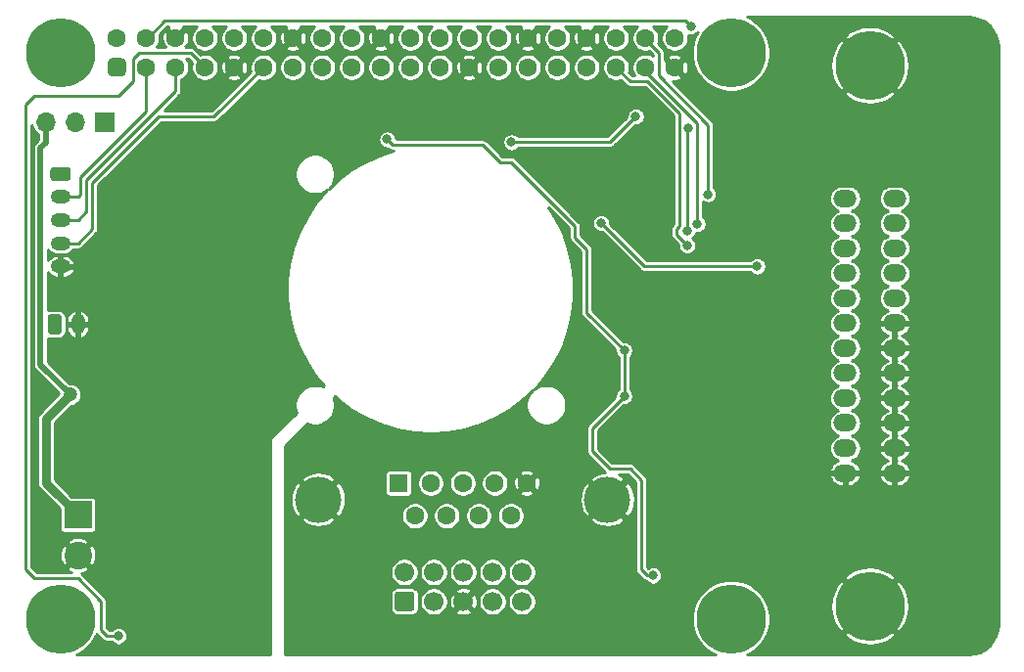
<source format=gbr>
%TF.GenerationSoftware,KiCad,Pcbnew,5.1.10*%
%TF.CreationDate,2021-11-27T10:51:30+01:00*%
%TF.ProjectId,GrasPiB_v1,47726173-5069-4425-9f76-312e6b696361,2*%
%TF.SameCoordinates,PX6779420PY3305860*%
%TF.FileFunction,Copper,L2,Bot*%
%TF.FilePolarity,Positive*%
%FSLAX46Y46*%
G04 Gerber Fmt 4.6, Leading zero omitted, Abs format (unit mm)*
G04 Created by KiCad (PCBNEW 5.1.10) date 2021-11-27 10:51:30*
%MOMM*%
%LPD*%
G01*
G04 APERTURE LIST*
%TA.AperFunction,ComponentPad*%
%ADD10O,1.750000X1.200000*%
%TD*%
%TA.AperFunction,ComponentPad*%
%ADD11C,1.600000*%
%TD*%
%TA.AperFunction,WasherPad*%
%ADD12C,6.000000*%
%TD*%
%TA.AperFunction,ComponentPad*%
%ADD13O,1.700000X1.700000*%
%TD*%
%TA.AperFunction,ComponentPad*%
%ADD14R,1.700000X1.700000*%
%TD*%
%TA.AperFunction,ComponentPad*%
%ADD15C,1.700000*%
%TD*%
%TA.AperFunction,ComponentPad*%
%ADD16C,2.400000*%
%TD*%
%TA.AperFunction,ComponentPad*%
%ADD17R,2.400000X2.400000*%
%TD*%
%TA.AperFunction,ComponentPad*%
%ADD18O,1.200000X1.750000*%
%TD*%
%TA.AperFunction,ComponentPad*%
%ADD19O,2.000000X1.500000*%
%TD*%
%TA.AperFunction,ComponentPad*%
%ADD20C,6.000000*%
%TD*%
%TA.AperFunction,ComponentPad*%
%ADD21R,1.600000X1.600000*%
%TD*%
%TA.AperFunction,ComponentPad*%
%ADD22C,4.000000*%
%TD*%
%TA.AperFunction,ViaPad*%
%ADD23C,0.800000*%
%TD*%
%TA.AperFunction,ViaPad*%
%ADD24C,1.200000*%
%TD*%
%TA.AperFunction,Conductor*%
%ADD25C,0.250000*%
%TD*%
%TA.AperFunction,Conductor*%
%ADD26C,0.750000*%
%TD*%
%TA.AperFunction,Conductor*%
%ADD27C,0.500000*%
%TD*%
%TA.AperFunction,Conductor*%
%ADD28C,0.254000*%
%TD*%
%TA.AperFunction,Conductor*%
%ADD29C,0.100000*%
%TD*%
G04 APERTURE END LIST*
D10*
%TO.P,J4,5*%
%TO.N,GND*%
X3500000Y-22000000D03*
%TO.P,J4,4*%
%TO.N,GPIO17*%
X3500000Y-20000000D03*
%TO.P,J4,3*%
%TO.N,SCL*%
X3500000Y-18000000D03*
%TO.P,J4,2*%
%TO.N,SDA*%
X3500000Y-16000000D03*
%TO.P,J4,1*%
%TO.N,Net-(J4-Pad1)*%
%TA.AperFunction,ComponentPad*%
G36*
G01*
X2874999Y-13400000D02*
X4125001Y-13400000D01*
G75*
G02*
X4375000Y-13649999I0J-249999D01*
G01*
X4375000Y-14350001D01*
G75*
G02*
X4125001Y-14600000I-249999J0D01*
G01*
X2874999Y-14600000D01*
G75*
G02*
X2625000Y-14350001I0J249999D01*
G01*
X2625000Y-13649999D01*
G75*
G02*
X2874999Y-13400000I249999J0D01*
G01*
G37*
%TD.AperFunction*%
%TD*%
%TO.P,U1,1*%
%TO.N,+3V3*%
%TA.AperFunction,ComponentPad*%
G36*
G01*
X7570000Y-5170000D02*
X7570000Y-4370000D01*
G75*
G02*
X7970000Y-3970000I400000J0D01*
G01*
X8770000Y-3970000D01*
G75*
G02*
X9170000Y-4370000I0J-400000D01*
G01*
X9170000Y-5170000D01*
G75*
G02*
X8770000Y-5570000I-400000J0D01*
G01*
X7970000Y-5570000D01*
G75*
G02*
X7570000Y-5170000I0J400000D01*
G01*
G37*
%TD.AperFunction*%
D11*
%TO.P,U1,2*%
%TO.N,+5V*%
X8370000Y-2230000D03*
%TO.P,U1,3*%
%TO.N,SDA*%
X10910000Y-4770000D03*
%TO.P,U1,4*%
%TO.N,+5V*%
X10910000Y-2230000D03*
%TO.P,U1,5*%
%TO.N,SCL*%
X13450000Y-4770000D03*
%TO.P,U1,6*%
%TO.N,GND*%
X13450000Y-2230000D03*
%TO.P,U1,7*%
%TO.N,/A_LED*%
X15990000Y-4770000D03*
%TO.P,U1,8*%
%TO.N,UART_TX*%
X15990000Y-2230000D03*
%TO.P,U1,9*%
%TO.N,GND*%
X18530000Y-4770000D03*
%TO.P,U1,10*%
%TO.N,UART_RX*%
X18530000Y-2230000D03*
%TO.P,U1,11*%
%TO.N,GPIO17*%
X21070000Y-4770000D03*
%TO.P,U1,12*%
%TO.N,TE*%
X21070000Y-2230000D03*
%TO.P,U1,13*%
%TO.N,REN*%
X23610000Y-4770000D03*
%TO.P,U1,14*%
%TO.N,GND*%
X23610000Y-2230000D03*
%TO.P,U1,15*%
%TO.N,IFC*%
X26150000Y-4770000D03*
%TO.P,U1,16*%
%TO.N,NDAC*%
X26150000Y-2230000D03*
%TO.P,U1,17*%
%TO.N,Net-(U1-Pad17)*%
X28690000Y-4770000D03*
%TO.P,U1,18*%
%TO.N,NRFD*%
X28690000Y-2230000D03*
%TO.P,U1,19*%
%TO.N,DAV*%
X31230000Y-4770000D03*
%TO.P,U1,20*%
%TO.N,GND*%
X31230000Y-2230000D03*
%TO.P,U1,21*%
%TO.N,EOI*%
X33770000Y-4770000D03*
%TO.P,U1,22*%
%TO.N,ATN*%
X33770000Y-2230000D03*
%TO.P,U1,23*%
%TO.N,SRQ*%
X36310000Y-4770000D03*
%TO.P,U1,24*%
%TO.N,DC*%
X36310000Y-2230000D03*
%TO.P,U1,25*%
%TO.N,GND*%
X38850000Y-4770000D03*
%TO.P,U1,26*%
%TO.N,PE*%
X38850000Y-2230000D03*
%TO.P,U1,27*%
%TO.N,Net-(U1-Pad27)*%
X41390000Y-4770000D03*
%TO.P,U1,28*%
%TO.N,Net-(U1-Pad28)*%
X41390000Y-2230000D03*
%TO.P,U1,29*%
%TO.N,DIO8*%
X43930000Y-4770000D03*
%TO.P,U1,30*%
%TO.N,GND*%
X43930000Y-2230000D03*
%TO.P,U1,31*%
%TO.N,DIO7*%
X46470000Y-4770000D03*
%TO.P,U1,32*%
%TO.N,DIO6*%
X46470000Y-2230000D03*
%TO.P,U1,33*%
%TO.N,DIO5*%
X49010000Y-4770000D03*
%TO.P,U1,34*%
%TO.N,GND*%
X49010000Y-2230000D03*
%TO.P,U1,35*%
%TO.N,DIO4*%
X51550000Y-4770000D03*
%TO.P,U1,36*%
%TO.N,Net-(JP2-Pad1)*%
X51550000Y-2230000D03*
%TO.P,U1,37*%
%TO.N,DIO2*%
X54090000Y-4770000D03*
%TO.P,U1,38*%
%TO.N,DIO1*%
X54090000Y-2230000D03*
%TO.P,U1,39*%
%TO.N,GND*%
X56630000Y-4770000D03*
%TO.P,U1,40*%
%TO.N,Net-(JP3-Pad3)*%
X56630000Y-2230000D03*
D12*
%TO.P,U1,*%
%TO.N,*%
X3500000Y-3500000D03*
X61500000Y-3500000D03*
X3500000Y-52500000D03*
X61500000Y-52500000D03*
%TD*%
D13*
%TO.P,JP7,3*%
%TO.N,+12V*%
X2210000Y-9500000D03*
%TO.P,JP7,2*%
%TO.N,+5V*%
X4750000Y-9500000D03*
D14*
%TO.P,JP7,1*%
%TO.N,+5VP*%
X7290000Y-9500000D03*
%TD*%
D15*
%TO.P,J6,10*%
%TO.N,Net-(J6-Pad10)*%
X43410000Y-48460000D03*
%TO.P,J6,8*%
%TO.N,/RS232_CTS*%
X40870000Y-48460000D03*
%TO.P,J6,6*%
%TO.N,Net-(J6-Pad6)*%
X38330000Y-48460000D03*
%TO.P,J6,4*%
%TO.N,Net-(J6-Pad4)*%
X35790000Y-48460000D03*
%TO.P,J6,2*%
%TO.N,/RS232_RX*%
X33250000Y-48460000D03*
%TO.P,J6,9*%
%TO.N,Net-(J6-Pad9)*%
X43410000Y-51000000D03*
%TO.P,J6,7*%
%TO.N,/RS232_RTS*%
X40870000Y-51000000D03*
%TO.P,J6,5*%
%TO.N,GND*%
X38330000Y-51000000D03*
%TO.P,J6,3*%
%TO.N,/RS232_TX*%
X35790000Y-51000000D03*
%TO.P,J6,1*%
%TO.N,Net-(J6-Pad1)*%
%TA.AperFunction,ComponentPad*%
G36*
G01*
X33850000Y-51850000D02*
X32650000Y-51850000D01*
G75*
G02*
X32400000Y-51600000I0J250000D01*
G01*
X32400000Y-50400000D01*
G75*
G02*
X32650000Y-50150000I250000J0D01*
G01*
X33850000Y-50150000D01*
G75*
G02*
X34100000Y-50400000I0J-250000D01*
G01*
X34100000Y-51600000D01*
G75*
G02*
X33850000Y-51850000I-250000J0D01*
G01*
G37*
%TD.AperFunction*%
%TD*%
D16*
%TO.P,J5,2*%
%TO.N,GND*%
X5000000Y-47000000D03*
D17*
%TO.P,J5,1*%
%TO.N,+12V*%
X5000000Y-43500000D03*
%TD*%
D18*
%TO.P,J3,2*%
%TO.N,GND*%
X5000000Y-27000000D03*
%TO.P,J3,1*%
%TO.N,+5V*%
%TA.AperFunction,ComponentPad*%
G36*
G01*
X2400000Y-27625001D02*
X2400000Y-26374999D01*
G75*
G02*
X2649999Y-26125000I249999J0D01*
G01*
X3350001Y-26125000D01*
G75*
G02*
X3600000Y-26374999I0J-249999D01*
G01*
X3600000Y-27625001D01*
G75*
G02*
X3350001Y-27875000I-249999J0D01*
G01*
X2649999Y-27875000D01*
G75*
G02*
X2400000Y-27625001I0J249999D01*
G01*
G37*
%TD.AperFunction*%
%TD*%
D19*
%TO.P,J2,1*%
%TO.N,/GPIB_DIO1*%
X71355000Y-16120000D03*
%TO.P,J2,2*%
%TO.N,/GPIB_DIO2*%
X71355000Y-18280000D03*
%TO.P,J2,3*%
%TO.N,/GPIB_DIO3*%
X71355000Y-20440000D03*
%TO.P,J2,4*%
%TO.N,/GPIB_DIO4*%
X71355000Y-22600000D03*
%TO.P,J2,5*%
%TO.N,/GPIB_EOI*%
X71355000Y-24760000D03*
%TO.P,J2,6*%
%TO.N,/GPIB_DAV*%
X71355000Y-26920000D03*
%TO.P,J2,7*%
%TO.N,/GPIB_NRFD*%
X71355000Y-29080000D03*
%TO.P,J2,8*%
%TO.N,/GPIB_NDAC*%
X71355000Y-31240000D03*
%TO.P,J2,9*%
%TO.N,/GPIB_IFC*%
X71355000Y-33400000D03*
%TO.P,J2,10*%
%TO.N,/GPIB_SRQ*%
X71355000Y-35560000D03*
%TO.P,J2,11*%
%TO.N,/GPIB_ATN*%
X71355000Y-37720000D03*
%TO.P,J2,12*%
%TO.N,GND*%
X71355000Y-39880000D03*
%TO.P,J2,13*%
%TO.N,/GPIB_DIO5*%
X75645000Y-16120000D03*
%TO.P,J2,14*%
%TO.N,/GPIB_DIO6*%
X75645000Y-18280000D03*
%TO.P,J2,15*%
%TO.N,/GPIB_DIO7*%
X75645000Y-20440000D03*
%TO.P,J2,16*%
%TO.N,/GPIB_DIO8*%
X75645000Y-22600000D03*
%TO.P,J2,17*%
%TO.N,/GPIB_REN*%
X75645000Y-24760000D03*
%TO.P,J2,18*%
%TO.N,GND*%
X75645000Y-26920000D03*
%TO.P,J2,19*%
X75645000Y-29080000D03*
%TO.P,J2,20*%
X75645000Y-31240000D03*
%TO.P,J2,21*%
X75645000Y-33400000D03*
%TO.P,J2,22*%
X75645000Y-35560000D03*
%TO.P,J2,23*%
X75645000Y-37720000D03*
%TO.P,J2,24*%
X75645000Y-39880000D03*
D20*
%TO.P,J2,25*%
X73500000Y-51400000D03*
X73500000Y-4600000D03*
%TD*%
D21*
%TO.P,J1,1*%
%TO.N,Net-(J1-Pad1)*%
X32750000Y-40750000D03*
D11*
%TO.P,J1,2*%
%TO.N,/RS232_RX*%
X35520000Y-40750000D03*
%TO.P,J1,3*%
%TO.N,/RS232_TX*%
X38290000Y-40750000D03*
%TO.P,J1,4*%
%TO.N,Net-(J1-Pad4)*%
X41060000Y-40750000D03*
%TO.P,J1,5*%
%TO.N,GND*%
X43830000Y-40750000D03*
%TO.P,J1,6*%
%TO.N,Net-(J1-Pad6)*%
X34135000Y-43590000D03*
%TO.P,J1,7*%
%TO.N,/RS232_RTS*%
X36905000Y-43590000D03*
%TO.P,J1,8*%
%TO.N,/RS232_CTS*%
X39675000Y-43590000D03*
%TO.P,J1,9*%
%TO.N,Net-(J1-Pad9)*%
X42445000Y-43590000D03*
D22*
%TO.P,J1,0*%
%TO.N,GND*%
X25790000Y-42170000D03*
X50790000Y-42170000D03*
%TD*%
D23*
%TO.N,+3V3*%
X31750000Y-11000000D03*
X54750000Y-48750000D03*
X52250000Y-33250000D03*
X52250000Y-29250000D03*
%TO.N,GND*%
X64250000Y-10000000D03*
X21000000Y-30250000D03*
X19500000Y-30250000D03*
X20250000Y-29500000D03*
X18000000Y-30250000D03*
X18750000Y-29500000D03*
X16500000Y-30250000D03*
X17250000Y-29500000D03*
X15000000Y-30250000D03*
X15750000Y-29500000D03*
X14250000Y-29500000D03*
X13500000Y-30250000D03*
X12750000Y-29500000D03*
X12000000Y-30250000D03*
X21000000Y-42750000D03*
X19500000Y-42750000D03*
X18000000Y-42750000D03*
X16500000Y-42750000D03*
X15000000Y-42750000D03*
X13500000Y-42750000D03*
X12000000Y-42750000D03*
X20250000Y-43500000D03*
X18750000Y-43500000D03*
X17250000Y-43500000D03*
X15750000Y-43500000D03*
X14250000Y-43500000D03*
X12750000Y-43500000D03*
X18000000Y-46000000D03*
X19500000Y-46000000D03*
X21000000Y-46000000D03*
X21000000Y-50000000D03*
X19500000Y-50000000D03*
X18000000Y-50000000D03*
X3750000Y-36500000D03*
X18000000Y-28750000D03*
X19500000Y-28750000D03*
X21000000Y-28750000D03*
X21000000Y-44250000D03*
X19500000Y-44250000D03*
X18000000Y-44250000D03*
X20250000Y-9750000D03*
X19000000Y-9750000D03*
X21500000Y-9750000D03*
X21500000Y-13750000D03*
X20250000Y-13750000D03*
X19000000Y-13750000D03*
X14250000Y-55000000D03*
X10250000Y-40000000D03*
X10250000Y-36500000D03*
X61500000Y-23500000D03*
X63750000Y-25000000D03*
X14750000Y-6000000D03*
X66000000Y-53250000D03*
X67500000Y-39250000D03*
X54750000Y-46750000D03*
X51000000Y-37000000D03*
X13750000Y-8000000D03*
X16500000Y-8000000D03*
%TO.N,+5V*%
X58000000Y-1250000D03*
%TO.N,/A_LED*%
X8500000Y-54000000D03*
%TO.N,UART_CTS*%
X53250000Y-9000000D03*
X42500000Y-11250000D03*
%TO.N,DIO3*%
X57750000Y-10000000D03*
X57675000Y-18925000D03*
%TO.N,DIO2*%
X58590000Y-18340000D03*
%TO.N,DIO4*%
X57695000Y-20195000D03*
%TO.N,DIO1*%
X59500000Y-15750000D03*
%TO.N,TE*%
X63750000Y-22000000D03*
X50250000Y-18250000D03*
D24*
%TO.N,+12V*%
X4350000Y-33100000D03*
%TD*%
D25*
%TO.N,+3V3*%
X53750000Y-40500000D02*
X53750000Y-48250000D01*
X53750000Y-48250000D02*
X54250000Y-48750000D01*
X51000000Y-39500000D02*
X52750000Y-39500000D01*
X54250000Y-48750000D02*
X54750000Y-48750000D01*
X52750000Y-39500000D02*
X53750000Y-40500000D01*
X49500000Y-38000000D02*
X51000000Y-39500000D01*
X52250000Y-33250000D02*
X52250000Y-29250000D01*
X48000000Y-18500000D02*
X48000000Y-19500000D01*
X42500000Y-13000000D02*
X48000000Y-18500000D01*
X49000000Y-20500000D02*
X49000000Y-26000000D01*
X48000000Y-19500000D02*
X49000000Y-20500000D01*
X41500000Y-13000000D02*
X42500000Y-13000000D01*
X49000000Y-26000000D02*
X52250000Y-29250000D01*
X40000000Y-11500000D02*
X41500000Y-13000000D01*
X32250000Y-11500000D02*
X40000000Y-11500000D01*
X31750000Y-11000000D02*
X32250000Y-11500000D01*
X52250000Y-33250000D02*
X49500000Y-36000000D01*
X49500000Y-36000000D02*
X49500000Y-38000000D01*
%TO.N,+5V*%
X10910000Y-2230000D02*
X11020000Y-2230000D01*
X11020000Y-2230000D02*
X12500000Y-750000D01*
X57500000Y-750000D02*
X58000000Y-1250000D01*
X12500000Y-750000D02*
X57500000Y-750000D01*
%TO.N,/A_LED*%
X15990000Y-4740000D02*
X15990000Y-4770000D01*
X8500000Y-54000000D02*
X7500000Y-54000000D01*
X7500000Y-54000000D02*
X7000000Y-53500000D01*
X7000000Y-53500000D02*
X7000000Y-51000000D01*
X7000000Y-51000000D02*
X5000000Y-49000000D01*
X5000000Y-49000000D02*
X1250000Y-49000000D01*
X1250000Y-49000000D02*
X500000Y-48250000D01*
X500000Y-8000000D02*
X1250000Y-7250000D01*
X1250000Y-7250000D02*
X8500000Y-7250000D01*
X8500000Y-7250000D02*
X9750000Y-6000000D01*
X9750000Y-6000000D02*
X9750000Y-4000000D01*
X14750000Y-3500000D02*
X15990000Y-4740000D01*
X500000Y-48250000D02*
X500000Y-8000000D01*
X9750000Y-4000000D02*
X10250000Y-3500000D01*
X10250000Y-3500000D02*
X14750000Y-3500000D01*
%TO.N,UART_CTS*%
X51000000Y-11250000D02*
X53250000Y-9000000D01*
X42500000Y-11250000D02*
X51000000Y-11250000D01*
%TO.N,DIO3*%
X57675000Y-10075000D02*
X57675000Y-18925000D01*
X57750000Y-10000000D02*
X57675000Y-10075000D01*
%TO.N,DIO2*%
X58590000Y-10590000D02*
X58590000Y-18340000D01*
X54090000Y-4770000D02*
X54090000Y-5090000D01*
X58590000Y-9590000D02*
X58590000Y-10590000D01*
X54090000Y-5090000D02*
X58590000Y-9590000D01*
%TO.N,DIO4*%
X52780000Y-6000000D02*
X51550000Y-4770000D01*
X54250000Y-6000000D02*
X52780000Y-6000000D01*
X57000000Y-8750000D02*
X54250000Y-6000000D01*
X57000000Y-18500000D02*
X57000000Y-8750000D01*
X56750000Y-18750000D02*
X57000000Y-18500000D01*
X56750000Y-19250000D02*
X56750000Y-18750000D01*
X57695000Y-20195000D02*
X56750000Y-19250000D01*
%TO.N,DIO1*%
X54090000Y-2230000D02*
X54090000Y-2340000D01*
X54090000Y-2340000D02*
X55250000Y-3500000D01*
X55250000Y-3500000D02*
X55250000Y-5500000D01*
X59500000Y-9750000D02*
X59500000Y-15750000D01*
X55250000Y-5500000D02*
X59500000Y-9750000D01*
%TO.N,TE*%
X54000000Y-22000000D02*
X63750000Y-22000000D01*
X50250000Y-18250000D02*
X54000000Y-22000000D01*
%TO.N,SCL*%
X5750000Y-17250000D02*
X5000000Y-18000000D01*
X5750000Y-14500000D02*
X5750000Y-17250000D01*
X5000000Y-18000000D02*
X3500000Y-18000000D01*
X13450000Y-6800000D02*
X5750000Y-14500000D01*
X13450000Y-4770000D02*
X13450000Y-6800000D01*
%TO.N,SDA*%
X5250000Y-15750000D02*
X5000000Y-16000000D01*
X5250000Y-14250000D02*
X5250000Y-15750000D01*
X5000000Y-16000000D02*
X3500000Y-16000000D01*
X10910000Y-8590000D02*
X5250000Y-14250000D01*
X10910000Y-4770000D02*
X10910000Y-8590000D01*
D26*
%TO.N,+12V*%
X2250000Y-40750000D02*
X5000000Y-43500000D01*
D27*
X2210000Y-11290000D02*
X2210000Y-9500000D01*
X1750000Y-11750000D02*
X2210000Y-11290000D01*
X1750000Y-30500000D02*
X1750000Y-11750000D01*
X4350000Y-33100000D02*
X1750000Y-30500000D01*
D26*
X2250000Y-35200000D02*
X4350000Y-33100000D01*
X2250000Y-40750000D02*
X2250000Y-35200000D01*
D25*
%TO.N,GPIO17*%
X16750000Y-9000000D02*
X21070000Y-4770000D01*
X12000000Y-9000000D02*
X16750000Y-9000000D01*
X6250000Y-18750000D02*
X6250000Y-14750000D01*
X6250000Y-14750000D02*
X12000000Y-9000000D01*
X5000000Y-20000000D02*
X6250000Y-18750000D01*
X3500000Y-20000000D02*
X5000000Y-20000000D01*
%TD*%
D28*
%TO.N,GND*%
X82503463Y-457312D02*
X82987756Y-603529D01*
X83434422Y-841025D01*
X83826450Y-1160755D01*
X84148907Y-1550539D01*
X84389518Y-1995540D01*
X84539111Y-2478796D01*
X84594001Y-3001035D01*
X84594001Y-3001128D01*
X84594000Y-52980146D01*
X84542688Y-53503464D01*
X84396472Y-53987756D01*
X84158975Y-54434422D01*
X83839245Y-54826450D01*
X83449458Y-55148910D01*
X83004460Y-55389518D01*
X82521205Y-55539111D01*
X81998971Y-55594000D01*
X62865401Y-55594000D01*
X63101504Y-55496203D01*
X63655262Y-55126194D01*
X64126194Y-54655262D01*
X64496203Y-54101504D01*
X64611555Y-53823019D01*
X71256586Y-53823019D01*
X71607224Y-54221249D01*
X72193991Y-54536301D01*
X72830947Y-54730828D01*
X73493615Y-54797353D01*
X74156528Y-54733319D01*
X74794211Y-54541188D01*
X75382159Y-54228343D01*
X75392776Y-54221249D01*
X75743414Y-53823019D01*
X73500000Y-51579605D01*
X71256586Y-53823019D01*
X64611555Y-53823019D01*
X64751070Y-53486201D01*
X64881000Y-52832999D01*
X64881000Y-52167001D01*
X64751070Y-51513799D01*
X64701289Y-51393615D01*
X70102647Y-51393615D01*
X70166681Y-52056528D01*
X70358812Y-52694211D01*
X70671657Y-53282159D01*
X70678751Y-53292776D01*
X71076981Y-53643414D01*
X73320395Y-51400000D01*
X73679605Y-51400000D01*
X75923019Y-53643414D01*
X76321249Y-53292776D01*
X76636301Y-52706009D01*
X76830828Y-52069053D01*
X76897353Y-51406385D01*
X76833319Y-50743472D01*
X76641188Y-50105789D01*
X76328343Y-49517841D01*
X76321249Y-49507224D01*
X75923019Y-49156586D01*
X73679605Y-51400000D01*
X73320395Y-51400000D01*
X71076981Y-49156586D01*
X70678751Y-49507224D01*
X70363699Y-50093991D01*
X70169172Y-50730947D01*
X70102647Y-51393615D01*
X64701289Y-51393615D01*
X64496203Y-50898496D01*
X64126194Y-50344738D01*
X63655262Y-49873806D01*
X63101504Y-49503797D01*
X62486201Y-49248930D01*
X61832999Y-49119000D01*
X61167001Y-49119000D01*
X60513799Y-49248930D01*
X59898496Y-49503797D01*
X59344738Y-49873806D01*
X58873806Y-50344738D01*
X58503797Y-50898496D01*
X58248930Y-51513799D01*
X58119000Y-52167001D01*
X58119000Y-52832999D01*
X58248930Y-53486201D01*
X58503797Y-54101504D01*
X58873806Y-54655262D01*
X59344738Y-55126194D01*
X59898496Y-55496203D01*
X60134599Y-55594000D01*
X22877000Y-55594000D01*
X22877000Y-50400000D01*
X32017157Y-50400000D01*
X32017157Y-51600000D01*
X32029317Y-51723462D01*
X32065329Y-51842179D01*
X32123810Y-51951589D01*
X32202512Y-52047488D01*
X32298411Y-52126190D01*
X32407821Y-52184671D01*
X32526538Y-52220683D01*
X32650000Y-52232843D01*
X33850000Y-52232843D01*
X33973462Y-52220683D01*
X34092179Y-52184671D01*
X34201589Y-52126190D01*
X34297488Y-52047488D01*
X34376190Y-51951589D01*
X34434671Y-51842179D01*
X34470683Y-51723462D01*
X34482843Y-51600000D01*
X34482843Y-50878757D01*
X34559000Y-50878757D01*
X34559000Y-51121243D01*
X34606307Y-51359069D01*
X34699102Y-51583097D01*
X34833820Y-51784717D01*
X35005283Y-51956180D01*
X35206903Y-52090898D01*
X35430931Y-52183693D01*
X35668757Y-52231000D01*
X35911243Y-52231000D01*
X36149069Y-52183693D01*
X36373097Y-52090898D01*
X36574717Y-51956180D01*
X36638797Y-51892100D01*
X37617505Y-51892100D01*
X37709523Y-52070078D01*
X37930207Y-52170566D01*
X38166255Y-52226069D01*
X38408596Y-52234456D01*
X38647917Y-52195402D01*
X38875020Y-52110411D01*
X38950477Y-52070078D01*
X39042495Y-51892100D01*
X38330000Y-51179605D01*
X37617505Y-51892100D01*
X36638797Y-51892100D01*
X36746180Y-51784717D01*
X36880898Y-51583097D01*
X36973693Y-51359069D01*
X37021000Y-51121243D01*
X37021000Y-51078596D01*
X37095544Y-51078596D01*
X37134598Y-51317917D01*
X37219589Y-51545020D01*
X37259922Y-51620477D01*
X37437900Y-51712495D01*
X38150395Y-51000000D01*
X38509605Y-51000000D01*
X39222100Y-51712495D01*
X39400078Y-51620477D01*
X39500566Y-51399793D01*
X39556069Y-51163745D01*
X39564456Y-50921404D01*
X39557497Y-50878757D01*
X39639000Y-50878757D01*
X39639000Y-51121243D01*
X39686307Y-51359069D01*
X39779102Y-51583097D01*
X39913820Y-51784717D01*
X40085283Y-51956180D01*
X40286903Y-52090898D01*
X40510931Y-52183693D01*
X40748757Y-52231000D01*
X40991243Y-52231000D01*
X41229069Y-52183693D01*
X41453097Y-52090898D01*
X41654717Y-51956180D01*
X41826180Y-51784717D01*
X41960898Y-51583097D01*
X42053693Y-51359069D01*
X42101000Y-51121243D01*
X42101000Y-50878757D01*
X42179000Y-50878757D01*
X42179000Y-51121243D01*
X42226307Y-51359069D01*
X42319102Y-51583097D01*
X42453820Y-51784717D01*
X42625283Y-51956180D01*
X42826903Y-52090898D01*
X43050931Y-52183693D01*
X43288757Y-52231000D01*
X43531243Y-52231000D01*
X43769069Y-52183693D01*
X43993097Y-52090898D01*
X44194717Y-51956180D01*
X44366180Y-51784717D01*
X44500898Y-51583097D01*
X44593693Y-51359069D01*
X44641000Y-51121243D01*
X44641000Y-50878757D01*
X44593693Y-50640931D01*
X44500898Y-50416903D01*
X44366180Y-50215283D01*
X44194717Y-50043820D01*
X43993097Y-49909102D01*
X43769069Y-49816307D01*
X43531243Y-49769000D01*
X43288757Y-49769000D01*
X43050931Y-49816307D01*
X42826903Y-49909102D01*
X42625283Y-50043820D01*
X42453820Y-50215283D01*
X42319102Y-50416903D01*
X42226307Y-50640931D01*
X42179000Y-50878757D01*
X42101000Y-50878757D01*
X42053693Y-50640931D01*
X41960898Y-50416903D01*
X41826180Y-50215283D01*
X41654717Y-50043820D01*
X41453097Y-49909102D01*
X41229069Y-49816307D01*
X40991243Y-49769000D01*
X40748757Y-49769000D01*
X40510931Y-49816307D01*
X40286903Y-49909102D01*
X40085283Y-50043820D01*
X39913820Y-50215283D01*
X39779102Y-50416903D01*
X39686307Y-50640931D01*
X39639000Y-50878757D01*
X39557497Y-50878757D01*
X39525402Y-50682083D01*
X39440411Y-50454980D01*
X39400078Y-50379523D01*
X39222100Y-50287505D01*
X38509605Y-51000000D01*
X38150395Y-51000000D01*
X37437900Y-50287505D01*
X37259922Y-50379523D01*
X37159434Y-50600207D01*
X37103931Y-50836255D01*
X37095544Y-51078596D01*
X37021000Y-51078596D01*
X37021000Y-50878757D01*
X36973693Y-50640931D01*
X36880898Y-50416903D01*
X36746180Y-50215283D01*
X36638797Y-50107900D01*
X37617505Y-50107900D01*
X38330000Y-50820395D01*
X39042495Y-50107900D01*
X38950477Y-49929922D01*
X38729793Y-49829434D01*
X38493745Y-49773931D01*
X38251404Y-49765544D01*
X38012083Y-49804598D01*
X37784980Y-49889589D01*
X37709523Y-49929922D01*
X37617505Y-50107900D01*
X36638797Y-50107900D01*
X36574717Y-50043820D01*
X36373097Y-49909102D01*
X36149069Y-49816307D01*
X35911243Y-49769000D01*
X35668757Y-49769000D01*
X35430931Y-49816307D01*
X35206903Y-49909102D01*
X35005283Y-50043820D01*
X34833820Y-50215283D01*
X34699102Y-50416903D01*
X34606307Y-50640931D01*
X34559000Y-50878757D01*
X34482843Y-50878757D01*
X34482843Y-50400000D01*
X34470683Y-50276538D01*
X34434671Y-50157821D01*
X34376190Y-50048411D01*
X34297488Y-49952512D01*
X34201589Y-49873810D01*
X34092179Y-49815329D01*
X33973462Y-49779317D01*
X33850000Y-49767157D01*
X32650000Y-49767157D01*
X32526538Y-49779317D01*
X32407821Y-49815329D01*
X32298411Y-49873810D01*
X32202512Y-49952512D01*
X32123810Y-50048411D01*
X32065329Y-50157821D01*
X32029317Y-50276538D01*
X32017157Y-50400000D01*
X22877000Y-50400000D01*
X22877000Y-48338757D01*
X32019000Y-48338757D01*
X32019000Y-48581243D01*
X32066307Y-48819069D01*
X32159102Y-49043097D01*
X32293820Y-49244717D01*
X32465283Y-49416180D01*
X32666903Y-49550898D01*
X32890931Y-49643693D01*
X33128757Y-49691000D01*
X33371243Y-49691000D01*
X33609069Y-49643693D01*
X33833097Y-49550898D01*
X34034717Y-49416180D01*
X34206180Y-49244717D01*
X34340898Y-49043097D01*
X34433693Y-48819069D01*
X34481000Y-48581243D01*
X34481000Y-48338757D01*
X34559000Y-48338757D01*
X34559000Y-48581243D01*
X34606307Y-48819069D01*
X34699102Y-49043097D01*
X34833820Y-49244717D01*
X35005283Y-49416180D01*
X35206903Y-49550898D01*
X35430931Y-49643693D01*
X35668757Y-49691000D01*
X35911243Y-49691000D01*
X36149069Y-49643693D01*
X36373097Y-49550898D01*
X36574717Y-49416180D01*
X36746180Y-49244717D01*
X36880898Y-49043097D01*
X36973693Y-48819069D01*
X37021000Y-48581243D01*
X37021000Y-48338757D01*
X37099000Y-48338757D01*
X37099000Y-48581243D01*
X37146307Y-48819069D01*
X37239102Y-49043097D01*
X37373820Y-49244717D01*
X37545283Y-49416180D01*
X37746903Y-49550898D01*
X37970931Y-49643693D01*
X38208757Y-49691000D01*
X38451243Y-49691000D01*
X38689069Y-49643693D01*
X38913097Y-49550898D01*
X39114717Y-49416180D01*
X39286180Y-49244717D01*
X39420898Y-49043097D01*
X39513693Y-48819069D01*
X39561000Y-48581243D01*
X39561000Y-48338757D01*
X39639000Y-48338757D01*
X39639000Y-48581243D01*
X39686307Y-48819069D01*
X39779102Y-49043097D01*
X39913820Y-49244717D01*
X40085283Y-49416180D01*
X40286903Y-49550898D01*
X40510931Y-49643693D01*
X40748757Y-49691000D01*
X40991243Y-49691000D01*
X41229069Y-49643693D01*
X41453097Y-49550898D01*
X41654717Y-49416180D01*
X41826180Y-49244717D01*
X41960898Y-49043097D01*
X42053693Y-48819069D01*
X42101000Y-48581243D01*
X42101000Y-48338757D01*
X42179000Y-48338757D01*
X42179000Y-48581243D01*
X42226307Y-48819069D01*
X42319102Y-49043097D01*
X42453820Y-49244717D01*
X42625283Y-49416180D01*
X42826903Y-49550898D01*
X43050931Y-49643693D01*
X43288757Y-49691000D01*
X43531243Y-49691000D01*
X43769069Y-49643693D01*
X43993097Y-49550898D01*
X44194717Y-49416180D01*
X44366180Y-49244717D01*
X44500898Y-49043097D01*
X44593693Y-48819069D01*
X44641000Y-48581243D01*
X44641000Y-48338757D01*
X44593693Y-48100931D01*
X44500898Y-47876903D01*
X44366180Y-47675283D01*
X44194717Y-47503820D01*
X43993097Y-47369102D01*
X43769069Y-47276307D01*
X43531243Y-47229000D01*
X43288757Y-47229000D01*
X43050931Y-47276307D01*
X42826903Y-47369102D01*
X42625283Y-47503820D01*
X42453820Y-47675283D01*
X42319102Y-47876903D01*
X42226307Y-48100931D01*
X42179000Y-48338757D01*
X42101000Y-48338757D01*
X42053693Y-48100931D01*
X41960898Y-47876903D01*
X41826180Y-47675283D01*
X41654717Y-47503820D01*
X41453097Y-47369102D01*
X41229069Y-47276307D01*
X40991243Y-47229000D01*
X40748757Y-47229000D01*
X40510931Y-47276307D01*
X40286903Y-47369102D01*
X40085283Y-47503820D01*
X39913820Y-47675283D01*
X39779102Y-47876903D01*
X39686307Y-48100931D01*
X39639000Y-48338757D01*
X39561000Y-48338757D01*
X39513693Y-48100931D01*
X39420898Y-47876903D01*
X39286180Y-47675283D01*
X39114717Y-47503820D01*
X38913097Y-47369102D01*
X38689069Y-47276307D01*
X38451243Y-47229000D01*
X38208757Y-47229000D01*
X37970931Y-47276307D01*
X37746903Y-47369102D01*
X37545283Y-47503820D01*
X37373820Y-47675283D01*
X37239102Y-47876903D01*
X37146307Y-48100931D01*
X37099000Y-48338757D01*
X37021000Y-48338757D01*
X36973693Y-48100931D01*
X36880898Y-47876903D01*
X36746180Y-47675283D01*
X36574717Y-47503820D01*
X36373097Y-47369102D01*
X36149069Y-47276307D01*
X35911243Y-47229000D01*
X35668757Y-47229000D01*
X35430931Y-47276307D01*
X35206903Y-47369102D01*
X35005283Y-47503820D01*
X34833820Y-47675283D01*
X34699102Y-47876903D01*
X34606307Y-48100931D01*
X34559000Y-48338757D01*
X34481000Y-48338757D01*
X34433693Y-48100931D01*
X34340898Y-47876903D01*
X34206180Y-47675283D01*
X34034717Y-47503820D01*
X33833097Y-47369102D01*
X33609069Y-47276307D01*
X33371243Y-47229000D01*
X33128757Y-47229000D01*
X32890931Y-47276307D01*
X32666903Y-47369102D01*
X32465283Y-47503820D01*
X32293820Y-47675283D01*
X32159102Y-47876903D01*
X32066307Y-48100931D01*
X32019000Y-48338757D01*
X22877000Y-48338757D01*
X22877000Y-43881734D01*
X24257871Y-43881734D01*
X24488440Y-44177510D01*
X24905095Y-44392859D01*
X25355756Y-44522783D01*
X25823105Y-44562292D01*
X26289183Y-44509867D01*
X26736076Y-44367521D01*
X27091560Y-44177510D01*
X27322129Y-43881734D01*
X25790000Y-42349605D01*
X24257871Y-43881734D01*
X22877000Y-43881734D01*
X22877000Y-42203105D01*
X23397708Y-42203105D01*
X23450133Y-42669183D01*
X23592479Y-43116076D01*
X23782490Y-43471560D01*
X24078266Y-43702129D01*
X25610395Y-42170000D01*
X25969605Y-42170000D01*
X27501734Y-43702129D01*
X27794787Y-43473682D01*
X32954000Y-43473682D01*
X32954000Y-43706318D01*
X32999386Y-43934485D01*
X33088412Y-44149413D01*
X33217658Y-44342843D01*
X33382157Y-44507342D01*
X33575587Y-44636588D01*
X33790515Y-44725614D01*
X34018682Y-44771000D01*
X34251318Y-44771000D01*
X34479485Y-44725614D01*
X34694413Y-44636588D01*
X34887843Y-44507342D01*
X35052342Y-44342843D01*
X35181588Y-44149413D01*
X35270614Y-43934485D01*
X35316000Y-43706318D01*
X35316000Y-43473682D01*
X35724000Y-43473682D01*
X35724000Y-43706318D01*
X35769386Y-43934485D01*
X35858412Y-44149413D01*
X35987658Y-44342843D01*
X36152157Y-44507342D01*
X36345587Y-44636588D01*
X36560515Y-44725614D01*
X36788682Y-44771000D01*
X37021318Y-44771000D01*
X37249485Y-44725614D01*
X37464413Y-44636588D01*
X37657843Y-44507342D01*
X37822342Y-44342843D01*
X37951588Y-44149413D01*
X38040614Y-43934485D01*
X38086000Y-43706318D01*
X38086000Y-43473682D01*
X38494000Y-43473682D01*
X38494000Y-43706318D01*
X38539386Y-43934485D01*
X38628412Y-44149413D01*
X38757658Y-44342843D01*
X38922157Y-44507342D01*
X39115587Y-44636588D01*
X39330515Y-44725614D01*
X39558682Y-44771000D01*
X39791318Y-44771000D01*
X40019485Y-44725614D01*
X40234413Y-44636588D01*
X40427843Y-44507342D01*
X40592342Y-44342843D01*
X40721588Y-44149413D01*
X40810614Y-43934485D01*
X40856000Y-43706318D01*
X40856000Y-43473682D01*
X41264000Y-43473682D01*
X41264000Y-43706318D01*
X41309386Y-43934485D01*
X41398412Y-44149413D01*
X41527658Y-44342843D01*
X41692157Y-44507342D01*
X41885587Y-44636588D01*
X42100515Y-44725614D01*
X42328682Y-44771000D01*
X42561318Y-44771000D01*
X42789485Y-44725614D01*
X43004413Y-44636588D01*
X43197843Y-44507342D01*
X43362342Y-44342843D01*
X43491588Y-44149413D01*
X43580614Y-43934485D01*
X43591107Y-43881734D01*
X49257871Y-43881734D01*
X49488440Y-44177510D01*
X49905095Y-44392859D01*
X50355756Y-44522783D01*
X50823105Y-44562292D01*
X51289183Y-44509867D01*
X51736076Y-44367521D01*
X52091560Y-44177510D01*
X52322129Y-43881734D01*
X50790000Y-42349605D01*
X49257871Y-43881734D01*
X43591107Y-43881734D01*
X43626000Y-43706318D01*
X43626000Y-43473682D01*
X43580614Y-43245515D01*
X43491588Y-43030587D01*
X43362342Y-42837157D01*
X43197843Y-42672658D01*
X43004413Y-42543412D01*
X42789485Y-42454386D01*
X42561318Y-42409000D01*
X42328682Y-42409000D01*
X42100515Y-42454386D01*
X41885587Y-42543412D01*
X41692157Y-42672658D01*
X41527658Y-42837157D01*
X41398412Y-43030587D01*
X41309386Y-43245515D01*
X41264000Y-43473682D01*
X40856000Y-43473682D01*
X40810614Y-43245515D01*
X40721588Y-43030587D01*
X40592342Y-42837157D01*
X40427843Y-42672658D01*
X40234413Y-42543412D01*
X40019485Y-42454386D01*
X39791318Y-42409000D01*
X39558682Y-42409000D01*
X39330515Y-42454386D01*
X39115587Y-42543412D01*
X38922157Y-42672658D01*
X38757658Y-42837157D01*
X38628412Y-43030587D01*
X38539386Y-43245515D01*
X38494000Y-43473682D01*
X38086000Y-43473682D01*
X38040614Y-43245515D01*
X37951588Y-43030587D01*
X37822342Y-42837157D01*
X37657843Y-42672658D01*
X37464413Y-42543412D01*
X37249485Y-42454386D01*
X37021318Y-42409000D01*
X36788682Y-42409000D01*
X36560515Y-42454386D01*
X36345587Y-42543412D01*
X36152157Y-42672658D01*
X35987658Y-42837157D01*
X35858412Y-43030587D01*
X35769386Y-43245515D01*
X35724000Y-43473682D01*
X35316000Y-43473682D01*
X35270614Y-43245515D01*
X35181588Y-43030587D01*
X35052342Y-42837157D01*
X34887843Y-42672658D01*
X34694413Y-42543412D01*
X34479485Y-42454386D01*
X34251318Y-42409000D01*
X34018682Y-42409000D01*
X33790515Y-42454386D01*
X33575587Y-42543412D01*
X33382157Y-42672658D01*
X33217658Y-42837157D01*
X33088412Y-43030587D01*
X32999386Y-43245515D01*
X32954000Y-43473682D01*
X27794787Y-43473682D01*
X27797510Y-43471560D01*
X28012859Y-43054905D01*
X28142783Y-42604244D01*
X28176694Y-42203105D01*
X48397708Y-42203105D01*
X48450133Y-42669183D01*
X48592479Y-43116076D01*
X48782490Y-43471560D01*
X49078266Y-43702129D01*
X50610395Y-42170000D01*
X50969605Y-42170000D01*
X52501734Y-43702129D01*
X52797510Y-43471560D01*
X53012859Y-43054905D01*
X53142783Y-42604244D01*
X53182292Y-42136895D01*
X53129867Y-41670817D01*
X52987521Y-41223924D01*
X52797510Y-40868440D01*
X52501734Y-40637871D01*
X50969605Y-42170000D01*
X50610395Y-42170000D01*
X49078266Y-40637871D01*
X48782490Y-40868440D01*
X48567141Y-41285095D01*
X48437217Y-41735756D01*
X48397708Y-42203105D01*
X28176694Y-42203105D01*
X28182292Y-42136895D01*
X28129867Y-41670817D01*
X27987521Y-41223924D01*
X27797510Y-40868440D01*
X27501734Y-40637871D01*
X25969605Y-42170000D01*
X25610395Y-42170000D01*
X24078266Y-40637871D01*
X23782490Y-40868440D01*
X23567141Y-41285095D01*
X23437217Y-41735756D01*
X23397708Y-42203105D01*
X22877000Y-42203105D01*
X22877000Y-40458266D01*
X24257871Y-40458266D01*
X25790000Y-41990395D01*
X27322129Y-40458266D01*
X27091560Y-40162490D01*
X26680437Y-39950000D01*
X31567157Y-39950000D01*
X31567157Y-41550000D01*
X31574513Y-41624689D01*
X31596299Y-41696508D01*
X31631678Y-41762696D01*
X31679289Y-41820711D01*
X31737304Y-41868322D01*
X31803492Y-41903701D01*
X31875311Y-41925487D01*
X31950000Y-41932843D01*
X33550000Y-41932843D01*
X33624689Y-41925487D01*
X33696508Y-41903701D01*
X33762696Y-41868322D01*
X33820711Y-41820711D01*
X33868322Y-41762696D01*
X33903701Y-41696508D01*
X33925487Y-41624689D01*
X33932843Y-41550000D01*
X33932843Y-40633682D01*
X34339000Y-40633682D01*
X34339000Y-40866318D01*
X34384386Y-41094485D01*
X34473412Y-41309413D01*
X34602658Y-41502843D01*
X34767157Y-41667342D01*
X34960587Y-41796588D01*
X35175515Y-41885614D01*
X35403682Y-41931000D01*
X35636318Y-41931000D01*
X35864485Y-41885614D01*
X36079413Y-41796588D01*
X36272843Y-41667342D01*
X36437342Y-41502843D01*
X36566588Y-41309413D01*
X36655614Y-41094485D01*
X36701000Y-40866318D01*
X36701000Y-40633682D01*
X37109000Y-40633682D01*
X37109000Y-40866318D01*
X37154386Y-41094485D01*
X37243412Y-41309413D01*
X37372658Y-41502843D01*
X37537157Y-41667342D01*
X37730587Y-41796588D01*
X37945515Y-41885614D01*
X38173682Y-41931000D01*
X38406318Y-41931000D01*
X38634485Y-41885614D01*
X38849413Y-41796588D01*
X39042843Y-41667342D01*
X39207342Y-41502843D01*
X39336588Y-41309413D01*
X39425614Y-41094485D01*
X39471000Y-40866318D01*
X39471000Y-40633682D01*
X39879000Y-40633682D01*
X39879000Y-40866318D01*
X39924386Y-41094485D01*
X40013412Y-41309413D01*
X40142658Y-41502843D01*
X40307157Y-41667342D01*
X40500587Y-41796588D01*
X40715515Y-41885614D01*
X40943682Y-41931000D01*
X41176318Y-41931000D01*
X41404485Y-41885614D01*
X41619413Y-41796588D01*
X41812843Y-41667342D01*
X41873843Y-41606342D01*
X43153263Y-41606342D01*
X43239218Y-41779207D01*
X43451358Y-41874687D01*
X43678048Y-41926945D01*
X43910578Y-41933975D01*
X44140012Y-41895505D01*
X44357532Y-41813014D01*
X44420782Y-41779207D01*
X44506737Y-41606342D01*
X43830000Y-40929605D01*
X43153263Y-41606342D01*
X41873843Y-41606342D01*
X41977342Y-41502843D01*
X42106588Y-41309413D01*
X42195614Y-41094485D01*
X42241000Y-40866318D01*
X42241000Y-40830578D01*
X42646025Y-40830578D01*
X42684495Y-41060012D01*
X42766986Y-41277532D01*
X42800793Y-41340782D01*
X42973658Y-41426737D01*
X43650395Y-40750000D01*
X44009605Y-40750000D01*
X44686342Y-41426737D01*
X44859207Y-41340782D01*
X44954687Y-41128642D01*
X45006945Y-40901952D01*
X45013975Y-40669422D01*
X44975505Y-40439988D01*
X44893014Y-40222468D01*
X44859207Y-40159218D01*
X44686342Y-40073263D01*
X44009605Y-40750000D01*
X43650395Y-40750000D01*
X42973658Y-40073263D01*
X42800793Y-40159218D01*
X42705313Y-40371358D01*
X42653055Y-40598048D01*
X42646025Y-40830578D01*
X42241000Y-40830578D01*
X42241000Y-40633682D01*
X42195614Y-40405515D01*
X42106588Y-40190587D01*
X41977342Y-39997157D01*
X41873843Y-39893658D01*
X43153263Y-39893658D01*
X43830000Y-40570395D01*
X44506737Y-39893658D01*
X44420782Y-39720793D01*
X44208642Y-39625313D01*
X43981952Y-39573055D01*
X43749422Y-39566025D01*
X43519988Y-39604495D01*
X43302468Y-39686986D01*
X43239218Y-39720793D01*
X43153263Y-39893658D01*
X41873843Y-39893658D01*
X41812843Y-39832658D01*
X41619413Y-39703412D01*
X41404485Y-39614386D01*
X41176318Y-39569000D01*
X40943682Y-39569000D01*
X40715515Y-39614386D01*
X40500587Y-39703412D01*
X40307157Y-39832658D01*
X40142658Y-39997157D01*
X40013412Y-40190587D01*
X39924386Y-40405515D01*
X39879000Y-40633682D01*
X39471000Y-40633682D01*
X39425614Y-40405515D01*
X39336588Y-40190587D01*
X39207342Y-39997157D01*
X39042843Y-39832658D01*
X38849413Y-39703412D01*
X38634485Y-39614386D01*
X38406318Y-39569000D01*
X38173682Y-39569000D01*
X37945515Y-39614386D01*
X37730587Y-39703412D01*
X37537157Y-39832658D01*
X37372658Y-39997157D01*
X37243412Y-40190587D01*
X37154386Y-40405515D01*
X37109000Y-40633682D01*
X36701000Y-40633682D01*
X36655614Y-40405515D01*
X36566588Y-40190587D01*
X36437342Y-39997157D01*
X36272843Y-39832658D01*
X36079413Y-39703412D01*
X35864485Y-39614386D01*
X35636318Y-39569000D01*
X35403682Y-39569000D01*
X35175515Y-39614386D01*
X34960587Y-39703412D01*
X34767157Y-39832658D01*
X34602658Y-39997157D01*
X34473412Y-40190587D01*
X34384386Y-40405515D01*
X34339000Y-40633682D01*
X33932843Y-40633682D01*
X33932843Y-39950000D01*
X33925487Y-39875311D01*
X33903701Y-39803492D01*
X33868322Y-39737304D01*
X33820711Y-39679289D01*
X33762696Y-39631678D01*
X33696508Y-39596299D01*
X33624689Y-39574513D01*
X33550000Y-39567157D01*
X31950000Y-39567157D01*
X31875311Y-39574513D01*
X31803492Y-39596299D01*
X31737304Y-39631678D01*
X31679289Y-39679289D01*
X31631678Y-39737304D01*
X31596299Y-39803492D01*
X31574513Y-39875311D01*
X31567157Y-39950000D01*
X26680437Y-39950000D01*
X26674905Y-39947141D01*
X26224244Y-39817217D01*
X25756895Y-39777708D01*
X25290817Y-39830133D01*
X24843924Y-39972479D01*
X24488440Y-40162490D01*
X24257871Y-40458266D01*
X22877000Y-40458266D01*
X22877000Y-37552606D01*
X24832480Y-35597126D01*
X24995086Y-35664479D01*
X25329511Y-35731000D01*
X25670489Y-35731000D01*
X26004914Y-35664479D01*
X26319936Y-35533993D01*
X26603448Y-35344556D01*
X26844556Y-35103448D01*
X27033993Y-34819936D01*
X27164479Y-34504914D01*
X27231000Y-34170489D01*
X27231000Y-33829511D01*
X27164479Y-33495086D01*
X27097126Y-33332480D01*
X27202971Y-33226635D01*
X27512721Y-33518868D01*
X28671801Y-34381772D01*
X29923221Y-35104279D01*
X31250058Y-35676621D01*
X32634367Y-36091056D01*
X34057429Y-36341980D01*
X35500000Y-36426000D01*
X36942571Y-36341980D01*
X38365633Y-36091056D01*
X39749942Y-35676621D01*
X41076779Y-35104279D01*
X42328199Y-34381772D01*
X43487279Y-33518868D01*
X44298059Y-32753937D01*
X44155444Y-32896552D01*
X43966007Y-33180064D01*
X43835521Y-33495086D01*
X43769000Y-33829511D01*
X43769000Y-34170489D01*
X43835521Y-34504914D01*
X43966007Y-34819936D01*
X44155444Y-35103448D01*
X44396552Y-35344556D01*
X44680064Y-35533993D01*
X44995086Y-35664479D01*
X45329511Y-35731000D01*
X45670489Y-35731000D01*
X46004914Y-35664479D01*
X46319936Y-35533993D01*
X46603448Y-35344556D01*
X46844556Y-35103448D01*
X47033993Y-34819936D01*
X47164479Y-34504914D01*
X47231000Y-34170489D01*
X47231000Y-33829511D01*
X47164479Y-33495086D01*
X47033993Y-33180064D01*
X46844556Y-32896552D01*
X46603448Y-32655444D01*
X46319936Y-32466007D01*
X46004914Y-32335521D01*
X45670489Y-32269000D01*
X45329511Y-32269000D01*
X44995086Y-32335521D01*
X44680064Y-32466007D01*
X44416786Y-32641924D01*
X44538345Y-32527239D01*
X45467183Y-31420293D01*
X46261232Y-30213000D01*
X46909753Y-28921687D01*
X47403978Y-27563817D01*
X47737221Y-26157752D01*
X47904977Y-24722508D01*
X47904977Y-23277492D01*
X47737221Y-21842248D01*
X47403978Y-20436183D01*
X46909753Y-19078313D01*
X46261232Y-17787000D01*
X45665228Y-16880819D01*
X47494000Y-18709592D01*
X47494001Y-19475144D01*
X47491553Y-19500000D01*
X47501322Y-19599192D01*
X47530255Y-19694574D01*
X47543710Y-19719745D01*
X47577242Y-19782479D01*
X47640474Y-19859527D01*
X47659780Y-19875371D01*
X48494000Y-20709592D01*
X48494001Y-25975144D01*
X48491553Y-26000000D01*
X48501322Y-26099192D01*
X48530255Y-26194574D01*
X48552127Y-26235492D01*
X48577242Y-26282479D01*
X48640474Y-26359527D01*
X48659781Y-26375372D01*
X51469000Y-29184592D01*
X51469000Y-29326922D01*
X51499013Y-29477809D01*
X51557887Y-29619942D01*
X51643358Y-29747859D01*
X51744001Y-29848502D01*
X51744000Y-32651499D01*
X51643358Y-32752141D01*
X51557887Y-32880058D01*
X51499013Y-33022191D01*
X51469000Y-33173078D01*
X51469000Y-33315408D01*
X49159785Y-35624624D01*
X49140473Y-35640473D01*
X49077241Y-35717521D01*
X49030255Y-35805426D01*
X49001322Y-35900808D01*
X48994000Y-35975147D01*
X48994000Y-35975154D01*
X48991553Y-36000000D01*
X48994000Y-36024846D01*
X48994001Y-37975144D01*
X48991553Y-38000000D01*
X49001322Y-38099192D01*
X49030255Y-38194574D01*
X49030256Y-38194575D01*
X49077242Y-38282479D01*
X49140474Y-38359527D01*
X49159780Y-38375372D01*
X50581810Y-39797402D01*
X50290817Y-39830133D01*
X49843924Y-39972479D01*
X49488440Y-40162490D01*
X49257871Y-40458266D01*
X50790000Y-41990395D01*
X52322129Y-40458266D01*
X52091560Y-40162490D01*
X51788785Y-40006000D01*
X52540409Y-40006000D01*
X53244000Y-40709592D01*
X53244001Y-48225144D01*
X53241553Y-48250000D01*
X53251322Y-48349192D01*
X53280255Y-48444574D01*
X53280256Y-48444575D01*
X53327242Y-48532479D01*
X53390474Y-48609527D01*
X53409780Y-48625371D01*
X53874628Y-49090220D01*
X53890473Y-49109527D01*
X53967521Y-49172759D01*
X54055425Y-49219745D01*
X54142151Y-49246052D01*
X54143358Y-49247859D01*
X54252141Y-49356642D01*
X54380058Y-49442113D01*
X54522191Y-49500987D01*
X54673078Y-49531000D01*
X54826922Y-49531000D01*
X54977809Y-49500987D01*
X55119942Y-49442113D01*
X55247859Y-49356642D01*
X55356642Y-49247859D01*
X55442113Y-49119942D01*
X55500987Y-48977809D01*
X55501151Y-48976981D01*
X71256586Y-48976981D01*
X73500000Y-51220395D01*
X75743414Y-48976981D01*
X75392776Y-48578751D01*
X74806009Y-48263699D01*
X74169053Y-48069172D01*
X73506385Y-48002647D01*
X72843472Y-48066681D01*
X72205789Y-48258812D01*
X71617841Y-48571657D01*
X71607224Y-48578751D01*
X71256586Y-48976981D01*
X55501151Y-48976981D01*
X55531000Y-48826922D01*
X55531000Y-48673078D01*
X55500987Y-48522191D01*
X55442113Y-48380058D01*
X55356642Y-48252141D01*
X55247859Y-48143358D01*
X55119942Y-48057887D01*
X54977809Y-47999013D01*
X54826922Y-47969000D01*
X54673078Y-47969000D01*
X54522191Y-47999013D01*
X54380058Y-48057887D01*
X54316168Y-48100577D01*
X54256000Y-48040409D01*
X54256000Y-40524854D01*
X54258448Y-40500000D01*
X54248678Y-40400807D01*
X54219745Y-40305425D01*
X54198262Y-40265234D01*
X54172759Y-40217521D01*
X54142988Y-40181245D01*
X70014857Y-40181245D01*
X70027275Y-40265234D01*
X70123139Y-40468085D01*
X70256735Y-40648337D01*
X70422929Y-40799062D01*
X70615335Y-40914468D01*
X70826558Y-40990120D01*
X71048482Y-41023111D01*
X71228000Y-40922629D01*
X71228000Y-40007000D01*
X71482000Y-40007000D01*
X71482000Y-40922629D01*
X71661518Y-41023111D01*
X71883442Y-40990120D01*
X72094665Y-40914468D01*
X72287071Y-40799062D01*
X72453265Y-40648337D01*
X72586861Y-40468085D01*
X72682725Y-40265234D01*
X72695143Y-40181245D01*
X74304857Y-40181245D01*
X74317275Y-40265234D01*
X74413139Y-40468085D01*
X74546735Y-40648337D01*
X74712929Y-40799062D01*
X74905335Y-40914468D01*
X75116558Y-40990120D01*
X75338482Y-41023111D01*
X75518000Y-40922629D01*
X75518000Y-40007000D01*
X75772000Y-40007000D01*
X75772000Y-40922629D01*
X75951518Y-41023111D01*
X76173442Y-40990120D01*
X76384665Y-40914468D01*
X76577071Y-40799062D01*
X76743265Y-40648337D01*
X76876861Y-40468085D01*
X76972725Y-40265234D01*
X76985143Y-40181245D01*
X76922934Y-40007000D01*
X75772000Y-40007000D01*
X75518000Y-40007000D01*
X74367066Y-40007000D01*
X74304857Y-40181245D01*
X72695143Y-40181245D01*
X72632934Y-40007000D01*
X71482000Y-40007000D01*
X71228000Y-40007000D01*
X70077066Y-40007000D01*
X70014857Y-40181245D01*
X54142988Y-40181245D01*
X54109527Y-40140473D01*
X54090220Y-40124628D01*
X53125376Y-39159785D01*
X53109527Y-39140473D01*
X53032479Y-39077241D01*
X52944575Y-39030255D01*
X52849193Y-39001322D01*
X52774854Y-38994000D01*
X52774846Y-38994000D01*
X52750000Y-38991553D01*
X52725154Y-38994000D01*
X51209592Y-38994000D01*
X50006000Y-37790409D01*
X50006000Y-36209591D01*
X52184592Y-34031000D01*
X52326922Y-34031000D01*
X52477809Y-34000987D01*
X52619942Y-33942113D01*
X52747859Y-33856642D01*
X52856642Y-33747859D01*
X52942113Y-33619942D01*
X53000987Y-33477809D01*
X53031000Y-33326922D01*
X53031000Y-33173078D01*
X53000987Y-33022191D01*
X52942113Y-32880058D01*
X52856642Y-32752141D01*
X52756000Y-32651499D01*
X52756000Y-29848501D01*
X52856642Y-29747859D01*
X52942113Y-29619942D01*
X53000987Y-29477809D01*
X53031000Y-29326922D01*
X53031000Y-29173078D01*
X53000987Y-29022191D01*
X52942113Y-28880058D01*
X52856642Y-28752141D01*
X52747859Y-28643358D01*
X52619942Y-28557887D01*
X52477809Y-28499013D01*
X52326922Y-28469000D01*
X52184592Y-28469000D01*
X49506000Y-25790409D01*
X49506000Y-20524854D01*
X49508448Y-20500000D01*
X49498678Y-20400807D01*
X49469745Y-20305425D01*
X49451837Y-20271922D01*
X49422759Y-20217521D01*
X49359527Y-20140473D01*
X49340220Y-20124628D01*
X48506000Y-19290409D01*
X48506000Y-18524853D01*
X48508448Y-18500000D01*
X48498678Y-18400807D01*
X48469745Y-18305425D01*
X48456155Y-18280000D01*
X48422759Y-18217521D01*
X48386286Y-18173078D01*
X49469000Y-18173078D01*
X49469000Y-18326922D01*
X49499013Y-18477809D01*
X49557887Y-18619942D01*
X49643358Y-18747859D01*
X49752141Y-18856642D01*
X49880058Y-18942113D01*
X50022191Y-19000987D01*
X50173078Y-19031000D01*
X50315409Y-19031000D01*
X53624628Y-22340220D01*
X53640473Y-22359527D01*
X53717521Y-22422759D01*
X53805425Y-22469745D01*
X53900807Y-22498678D01*
X54000000Y-22508448D01*
X54024854Y-22506000D01*
X63151499Y-22506000D01*
X63252141Y-22606642D01*
X63380058Y-22692113D01*
X63522191Y-22750987D01*
X63673078Y-22781000D01*
X63826922Y-22781000D01*
X63977809Y-22750987D01*
X64119942Y-22692113D01*
X64247859Y-22606642D01*
X64356642Y-22497859D01*
X64442113Y-22369942D01*
X64500987Y-22227809D01*
X64531000Y-22076922D01*
X64531000Y-21923078D01*
X64500987Y-21772191D01*
X64442113Y-21630058D01*
X64356642Y-21502141D01*
X64247859Y-21393358D01*
X64119942Y-21307887D01*
X63977809Y-21249013D01*
X63826922Y-21219000D01*
X63673078Y-21219000D01*
X63522191Y-21249013D01*
X63380058Y-21307887D01*
X63252141Y-21393358D01*
X63151499Y-21494000D01*
X54209592Y-21494000D01*
X51031000Y-18315409D01*
X51031000Y-18173078D01*
X51000987Y-18022191D01*
X50942113Y-17880058D01*
X50856642Y-17752141D01*
X50747859Y-17643358D01*
X50619942Y-17557887D01*
X50477809Y-17499013D01*
X50326922Y-17469000D01*
X50173078Y-17469000D01*
X50022191Y-17499013D01*
X49880058Y-17557887D01*
X49752141Y-17643358D01*
X49643358Y-17752141D01*
X49557887Y-17880058D01*
X49499013Y-18022191D01*
X49469000Y-18173078D01*
X48386286Y-18173078D01*
X48359527Y-18140473D01*
X48340220Y-18124628D01*
X42875376Y-12659785D01*
X42859527Y-12640473D01*
X42782479Y-12577241D01*
X42694575Y-12530255D01*
X42599193Y-12501322D01*
X42524854Y-12494000D01*
X42524846Y-12494000D01*
X42500000Y-12491553D01*
X42475154Y-12494000D01*
X41709592Y-12494000D01*
X40388670Y-11173078D01*
X41719000Y-11173078D01*
X41719000Y-11326922D01*
X41749013Y-11477809D01*
X41807887Y-11619942D01*
X41893358Y-11747859D01*
X42002141Y-11856642D01*
X42130058Y-11942113D01*
X42272191Y-12000987D01*
X42423078Y-12031000D01*
X42576922Y-12031000D01*
X42727809Y-12000987D01*
X42869942Y-11942113D01*
X42997859Y-11856642D01*
X43098501Y-11756000D01*
X50975154Y-11756000D01*
X51000000Y-11758447D01*
X51024846Y-11756000D01*
X51024854Y-11756000D01*
X51099193Y-11748678D01*
X51194575Y-11719745D01*
X51282479Y-11672759D01*
X51359527Y-11609527D01*
X51375376Y-11590215D01*
X53184592Y-9781000D01*
X53326922Y-9781000D01*
X53477809Y-9750987D01*
X53619942Y-9692113D01*
X53747859Y-9606642D01*
X53856642Y-9497859D01*
X53942113Y-9369942D01*
X54000987Y-9227809D01*
X54031000Y-9076922D01*
X54031000Y-8923078D01*
X54000987Y-8772191D01*
X53942113Y-8630058D01*
X53856642Y-8502141D01*
X53747859Y-8393358D01*
X53619942Y-8307887D01*
X53477809Y-8249013D01*
X53326922Y-8219000D01*
X53173078Y-8219000D01*
X53022191Y-8249013D01*
X52880058Y-8307887D01*
X52752141Y-8393358D01*
X52643358Y-8502141D01*
X52557887Y-8630058D01*
X52499013Y-8772191D01*
X52469000Y-8923078D01*
X52469000Y-9065408D01*
X50790409Y-10744000D01*
X43098501Y-10744000D01*
X42997859Y-10643358D01*
X42869942Y-10557887D01*
X42727809Y-10499013D01*
X42576922Y-10469000D01*
X42423078Y-10469000D01*
X42272191Y-10499013D01*
X42130058Y-10557887D01*
X42002141Y-10643358D01*
X41893358Y-10752141D01*
X41807887Y-10880058D01*
X41749013Y-11022191D01*
X41719000Y-11173078D01*
X40388670Y-11173078D01*
X40375376Y-11159785D01*
X40359527Y-11140473D01*
X40282479Y-11077241D01*
X40194575Y-11030255D01*
X40099193Y-11001322D01*
X40024854Y-10994000D01*
X40024846Y-10994000D01*
X40000000Y-10991553D01*
X39975154Y-10994000D01*
X32531000Y-10994000D01*
X32531000Y-10923078D01*
X32500987Y-10772191D01*
X32442113Y-10630058D01*
X32356642Y-10502141D01*
X32247859Y-10393358D01*
X32119942Y-10307887D01*
X31977809Y-10249013D01*
X31826922Y-10219000D01*
X31673078Y-10219000D01*
X31522191Y-10249013D01*
X31380058Y-10307887D01*
X31252141Y-10393358D01*
X31143358Y-10502141D01*
X31057887Y-10630058D01*
X30999013Y-10772191D01*
X30969000Y-10923078D01*
X30969000Y-11076922D01*
X30999013Y-11227809D01*
X31057887Y-11369942D01*
X31143358Y-11497859D01*
X31252141Y-11606642D01*
X31380058Y-11692113D01*
X31522191Y-11750987D01*
X31673078Y-11781000D01*
X31815408Y-11781000D01*
X31874628Y-11840220D01*
X31890473Y-11859527D01*
X31967521Y-11922759D01*
X32055425Y-11969745D01*
X32150807Y-11998678D01*
X32250000Y-12008448D01*
X32274854Y-12006000D01*
X32310177Y-12006000D01*
X31250058Y-12323379D01*
X29923221Y-12895721D01*
X28671801Y-13618228D01*
X27512721Y-14481132D01*
X26701941Y-15246063D01*
X26844556Y-15103448D01*
X27033993Y-14819936D01*
X27164479Y-14504914D01*
X27231000Y-14170489D01*
X27231000Y-13829511D01*
X27164479Y-13495086D01*
X27033993Y-13180064D01*
X26844556Y-12896552D01*
X26603448Y-12655444D01*
X26319936Y-12466007D01*
X26004914Y-12335521D01*
X25670489Y-12269000D01*
X25329511Y-12269000D01*
X24995086Y-12335521D01*
X24680064Y-12466007D01*
X24396552Y-12655444D01*
X24155444Y-12896552D01*
X23966007Y-13180064D01*
X23835521Y-13495086D01*
X23769000Y-13829511D01*
X23769000Y-14170489D01*
X23835521Y-14504914D01*
X23966007Y-14819936D01*
X24155444Y-15103448D01*
X24396552Y-15344556D01*
X24680064Y-15533993D01*
X24995086Y-15664479D01*
X25329511Y-15731000D01*
X25670489Y-15731000D01*
X26004914Y-15664479D01*
X26319936Y-15533993D01*
X26583214Y-15358076D01*
X26461655Y-15472761D01*
X25532817Y-16579707D01*
X24738768Y-17787000D01*
X24090247Y-19078313D01*
X23596022Y-20436183D01*
X23262779Y-21842248D01*
X23095023Y-23277492D01*
X23095023Y-24722508D01*
X23262779Y-26157752D01*
X23596022Y-27563817D01*
X24090247Y-28921687D01*
X24738768Y-30213000D01*
X25532817Y-31420293D01*
X26270712Y-32299682D01*
X26167520Y-32402874D01*
X26004914Y-32335521D01*
X25670489Y-32269000D01*
X25329511Y-32269000D01*
X24995086Y-32335521D01*
X24680064Y-32466007D01*
X24396552Y-32655444D01*
X24155444Y-32896552D01*
X23966007Y-33180064D01*
X23835521Y-33495086D01*
X23769000Y-33829511D01*
X23769000Y-34170489D01*
X23835521Y-34504914D01*
X23902874Y-34667520D01*
X21660197Y-36910197D01*
X21644403Y-36929443D01*
X21632667Y-36951399D01*
X21625440Y-36975224D01*
X21623000Y-37000000D01*
X21623000Y-55594000D01*
X4865401Y-55594000D01*
X5101504Y-55496203D01*
X5655262Y-55126194D01*
X6126194Y-54655262D01*
X6496203Y-54101504D01*
X6611205Y-53823864D01*
X6640473Y-53859527D01*
X6659785Y-53875376D01*
X7124628Y-54340220D01*
X7140473Y-54359527D01*
X7217521Y-54422759D01*
X7305098Y-54469570D01*
X7305425Y-54469745D01*
X7400807Y-54498678D01*
X7500000Y-54508448D01*
X7524854Y-54506000D01*
X7901499Y-54506000D01*
X8002141Y-54606642D01*
X8130058Y-54692113D01*
X8272191Y-54750987D01*
X8423078Y-54781000D01*
X8576922Y-54781000D01*
X8727809Y-54750987D01*
X8869942Y-54692113D01*
X8997859Y-54606642D01*
X9106642Y-54497859D01*
X9192113Y-54369942D01*
X9250987Y-54227809D01*
X9281000Y-54076922D01*
X9281000Y-53923078D01*
X9250987Y-53772191D01*
X9192113Y-53630058D01*
X9106642Y-53502141D01*
X8997859Y-53393358D01*
X8869942Y-53307887D01*
X8727809Y-53249013D01*
X8576922Y-53219000D01*
X8423078Y-53219000D01*
X8272191Y-53249013D01*
X8130058Y-53307887D01*
X8002141Y-53393358D01*
X7901499Y-53494000D01*
X7709592Y-53494000D01*
X7506000Y-53290409D01*
X7506000Y-51024845D01*
X7508447Y-50999999D01*
X7506000Y-50975153D01*
X7506000Y-50975146D01*
X7498678Y-50900807D01*
X7491990Y-50878757D01*
X7469745Y-50805425D01*
X7422759Y-50717521D01*
X7359527Y-50640473D01*
X7340220Y-50624628D01*
X5375376Y-48659785D01*
X5359527Y-48640473D01*
X5282479Y-48577241D01*
X5252289Y-48561104D01*
X5373161Y-48544202D01*
X5667251Y-48441731D01*
X5828051Y-48355780D01*
X5962365Y-48141970D01*
X5000000Y-47179605D01*
X4037635Y-48141970D01*
X4171949Y-48355780D01*
X4452360Y-48491274D01*
X4462870Y-48494000D01*
X1459592Y-48494000D01*
X1006000Y-48040409D01*
X1006000Y-47064732D01*
X3412669Y-47064732D01*
X3455798Y-47373161D01*
X3558269Y-47667251D01*
X3644220Y-47828051D01*
X3858030Y-47962365D01*
X4820395Y-47000000D01*
X5179605Y-47000000D01*
X6141970Y-47962365D01*
X6355780Y-47828051D01*
X6491274Y-47547640D01*
X6569460Y-47246184D01*
X6587331Y-46935268D01*
X6544202Y-46626839D01*
X6441731Y-46332749D01*
X6355780Y-46171949D01*
X6141970Y-46037635D01*
X5179605Y-47000000D01*
X4820395Y-47000000D01*
X3858030Y-46037635D01*
X3644220Y-46171949D01*
X3508726Y-46452360D01*
X3430540Y-46753816D01*
X3412669Y-47064732D01*
X1006000Y-47064732D01*
X1006000Y-45858030D01*
X4037635Y-45858030D01*
X5000000Y-46820395D01*
X5962365Y-45858030D01*
X5828051Y-45644220D01*
X5547640Y-45508726D01*
X5246184Y-45430540D01*
X4935268Y-45412669D01*
X4626839Y-45455798D01*
X4332749Y-45558269D01*
X4171949Y-45644220D01*
X4037635Y-45858030D01*
X1006000Y-45858030D01*
X1006000Y-9756980D01*
X1026307Y-9859069D01*
X1119102Y-10083097D01*
X1253820Y-10284717D01*
X1425283Y-10456180D01*
X1579000Y-10558891D01*
X1579000Y-11028631D01*
X1325732Y-11281900D01*
X1301658Y-11301657D01*
X1281900Y-11325732D01*
X1281897Y-11325735D01*
X1222804Y-11397740D01*
X1164211Y-11507359D01*
X1128130Y-11626303D01*
X1115948Y-11750000D01*
X1119001Y-11781000D01*
X1119000Y-30469010D01*
X1115948Y-30500000D01*
X1119000Y-30530990D01*
X1119000Y-30530997D01*
X1128130Y-30623697D01*
X1164211Y-30742641D01*
X1222804Y-30852260D01*
X1301657Y-30948343D01*
X1325737Y-30968105D01*
X3369000Y-33011369D01*
X3369000Y-33011855D01*
X1741689Y-34639167D01*
X1712842Y-34662841D01*
X1618369Y-34777957D01*
X1611043Y-34791663D01*
X1548169Y-34909292D01*
X1504940Y-35051799D01*
X1490343Y-35200000D01*
X1494001Y-35237139D01*
X1494000Y-40712871D01*
X1490343Y-40750000D01*
X1501131Y-40859527D01*
X1504940Y-40898201D01*
X1548168Y-41040707D01*
X1618368Y-41172042D01*
X1712841Y-41287159D01*
X1741694Y-41310838D01*
X3417157Y-42986302D01*
X3417157Y-44700000D01*
X3424513Y-44774689D01*
X3446299Y-44846508D01*
X3481678Y-44912696D01*
X3529289Y-44970711D01*
X3587304Y-45018322D01*
X3653492Y-45053701D01*
X3725311Y-45075487D01*
X3800000Y-45082843D01*
X6200000Y-45082843D01*
X6274689Y-45075487D01*
X6346508Y-45053701D01*
X6412696Y-45018322D01*
X6470711Y-44970711D01*
X6518322Y-44912696D01*
X6553701Y-44846508D01*
X6575487Y-44774689D01*
X6582843Y-44700000D01*
X6582843Y-42300000D01*
X6575487Y-42225311D01*
X6553701Y-42153492D01*
X6518322Y-42087304D01*
X6470711Y-42029289D01*
X6412696Y-41981678D01*
X6346508Y-41946299D01*
X6274689Y-41924513D01*
X6200000Y-41917157D01*
X4486302Y-41917157D01*
X3006000Y-40436856D01*
X3006000Y-35513144D01*
X4438145Y-34081000D01*
X4446620Y-34081000D01*
X4636147Y-34043301D01*
X4814678Y-33969351D01*
X4975351Y-33861993D01*
X5111993Y-33725351D01*
X5219351Y-33564678D01*
X5293301Y-33386147D01*
X5331000Y-33196620D01*
X5331000Y-33003380D01*
X5293301Y-32813853D01*
X5219351Y-32635322D01*
X5111993Y-32474649D01*
X4975351Y-32338007D01*
X4814678Y-32230649D01*
X4636147Y-32156699D01*
X4446620Y-32119000D01*
X4261369Y-32119000D01*
X2381000Y-30238632D01*
X2381000Y-28195335D01*
X2407821Y-28209671D01*
X2526538Y-28245683D01*
X2649999Y-28257843D01*
X3350001Y-28257843D01*
X3473462Y-28245683D01*
X3592179Y-28209671D01*
X3701589Y-28151190D01*
X3797488Y-28072488D01*
X3876190Y-27976589D01*
X3934671Y-27867179D01*
X3970683Y-27748462D01*
X3982843Y-27625001D01*
X3982843Y-27127000D01*
X4019000Y-27127000D01*
X4019000Y-27402000D01*
X4062626Y-27590943D01*
X4142275Y-27767745D01*
X4254886Y-27925611D01*
X4396131Y-28058474D01*
X4560582Y-28161229D01*
X4722393Y-28215902D01*
X4873000Y-28151598D01*
X4873000Y-27127000D01*
X5127000Y-27127000D01*
X5127000Y-28151598D01*
X5277607Y-28215902D01*
X5439418Y-28161229D01*
X5603869Y-28058474D01*
X5745114Y-27925611D01*
X5857725Y-27767745D01*
X5937374Y-27590943D01*
X5981000Y-27402000D01*
X5981000Y-27127000D01*
X5127000Y-27127000D01*
X4873000Y-27127000D01*
X4019000Y-27127000D01*
X3982843Y-27127000D01*
X3982843Y-26598000D01*
X4019000Y-26598000D01*
X4019000Y-26873000D01*
X4873000Y-26873000D01*
X4873000Y-25848402D01*
X5127000Y-25848402D01*
X5127000Y-26873000D01*
X5981000Y-26873000D01*
X5981000Y-26598000D01*
X5937374Y-26409057D01*
X5857725Y-26232255D01*
X5745114Y-26074389D01*
X5603869Y-25941526D01*
X5439418Y-25838771D01*
X5277607Y-25784098D01*
X5127000Y-25848402D01*
X4873000Y-25848402D01*
X4722393Y-25784098D01*
X4560582Y-25838771D01*
X4396131Y-25941526D01*
X4254886Y-26074389D01*
X4142275Y-26232255D01*
X4062626Y-26409057D01*
X4019000Y-26598000D01*
X3982843Y-26598000D01*
X3982843Y-26374999D01*
X3970683Y-26251538D01*
X3934671Y-26132821D01*
X3876190Y-26023411D01*
X3797488Y-25927512D01*
X3701589Y-25848810D01*
X3592179Y-25790329D01*
X3473462Y-25754317D01*
X3350001Y-25742157D01*
X2649999Y-25742157D01*
X2526538Y-25754317D01*
X2407821Y-25790329D01*
X2381000Y-25804665D01*
X2381000Y-22507002D01*
X2441526Y-22603869D01*
X2574389Y-22745114D01*
X2732255Y-22857725D01*
X2909057Y-22937374D01*
X3098000Y-22981000D01*
X3373000Y-22981000D01*
X3373000Y-22127000D01*
X3627000Y-22127000D01*
X3627000Y-22981000D01*
X3902000Y-22981000D01*
X4090943Y-22937374D01*
X4267745Y-22857725D01*
X4425611Y-22745114D01*
X4558474Y-22603869D01*
X4661229Y-22439418D01*
X4715902Y-22277607D01*
X4651598Y-22127000D01*
X3627000Y-22127000D01*
X3373000Y-22127000D01*
X3353000Y-22127000D01*
X3353000Y-21873000D01*
X3373000Y-21873000D01*
X3373000Y-21019000D01*
X3627000Y-21019000D01*
X3627000Y-21873000D01*
X4651598Y-21873000D01*
X4715902Y-21722393D01*
X4661229Y-21560582D01*
X4558474Y-21396131D01*
X4425611Y-21254886D01*
X4267745Y-21142275D01*
X4090943Y-21062626D01*
X3902000Y-21019000D01*
X3627000Y-21019000D01*
X3373000Y-21019000D01*
X3098000Y-21019000D01*
X2909057Y-21062626D01*
X2732255Y-21142275D01*
X2574389Y-21254886D01*
X2441526Y-21396131D01*
X2381000Y-21492998D01*
X2381000Y-20502036D01*
X2405382Y-20547651D01*
X2527972Y-20697028D01*
X2677349Y-20819618D01*
X2847771Y-20910711D01*
X3032690Y-20966805D01*
X3176813Y-20981000D01*
X3823187Y-20981000D01*
X3967310Y-20966805D01*
X4152229Y-20910711D01*
X4322651Y-20819618D01*
X4472028Y-20697028D01*
X4594618Y-20547651D01*
X4616881Y-20506000D01*
X4975154Y-20506000D01*
X5000000Y-20508447D01*
X5024846Y-20506000D01*
X5024854Y-20506000D01*
X5099193Y-20498678D01*
X5194575Y-20469745D01*
X5282479Y-20422759D01*
X5359527Y-20359527D01*
X5375376Y-20340215D01*
X6590222Y-19125370D01*
X6609527Y-19109527D01*
X6672759Y-19032479D01*
X6719745Y-18944575D01*
X6748678Y-18849193D01*
X6756000Y-18774854D01*
X6756000Y-18774846D01*
X6758447Y-18750000D01*
X6756000Y-18725154D01*
X6756000Y-14959591D01*
X12209592Y-9506000D01*
X16722482Y-9506000D01*
X16744649Y-9508419D01*
X16772180Y-9506000D01*
X16774854Y-9506000D01*
X16796957Y-9503823D01*
X16843938Y-9499695D01*
X16846520Y-9498941D01*
X16849193Y-9498678D01*
X16894328Y-9484987D01*
X16939619Y-9471767D01*
X16942001Y-9470526D01*
X16944575Y-9469745D01*
X16986240Y-9447475D01*
X17028013Y-9425708D01*
X17030104Y-9424028D01*
X17032479Y-9422759D01*
X17069026Y-9392765D01*
X17086251Y-9378930D01*
X17088149Y-9377072D01*
X17109527Y-9359527D01*
X17123683Y-9342277D01*
X20660831Y-5878821D01*
X20725515Y-5905614D01*
X20953682Y-5951000D01*
X21186318Y-5951000D01*
X21414485Y-5905614D01*
X21629413Y-5816588D01*
X21822843Y-5687342D01*
X21987342Y-5522843D01*
X22116588Y-5329413D01*
X22205614Y-5114485D01*
X22251000Y-4886318D01*
X22251000Y-4653682D01*
X22429000Y-4653682D01*
X22429000Y-4886318D01*
X22474386Y-5114485D01*
X22563412Y-5329413D01*
X22692658Y-5522843D01*
X22857157Y-5687342D01*
X23050587Y-5816588D01*
X23265515Y-5905614D01*
X23493682Y-5951000D01*
X23726318Y-5951000D01*
X23954485Y-5905614D01*
X24169413Y-5816588D01*
X24362843Y-5687342D01*
X24527342Y-5522843D01*
X24656588Y-5329413D01*
X24745614Y-5114485D01*
X24791000Y-4886318D01*
X24791000Y-4653682D01*
X24969000Y-4653682D01*
X24969000Y-4886318D01*
X25014386Y-5114485D01*
X25103412Y-5329413D01*
X25232658Y-5522843D01*
X25397157Y-5687342D01*
X25590587Y-5816588D01*
X25805515Y-5905614D01*
X26033682Y-5951000D01*
X26266318Y-5951000D01*
X26494485Y-5905614D01*
X26709413Y-5816588D01*
X26902843Y-5687342D01*
X27067342Y-5522843D01*
X27196588Y-5329413D01*
X27285614Y-5114485D01*
X27331000Y-4886318D01*
X27331000Y-4653682D01*
X27509000Y-4653682D01*
X27509000Y-4886318D01*
X27554386Y-5114485D01*
X27643412Y-5329413D01*
X27772658Y-5522843D01*
X27937157Y-5687342D01*
X28130587Y-5816588D01*
X28345515Y-5905614D01*
X28573682Y-5951000D01*
X28806318Y-5951000D01*
X29034485Y-5905614D01*
X29249413Y-5816588D01*
X29442843Y-5687342D01*
X29607342Y-5522843D01*
X29736588Y-5329413D01*
X29825614Y-5114485D01*
X29871000Y-4886318D01*
X29871000Y-4653682D01*
X30049000Y-4653682D01*
X30049000Y-4886318D01*
X30094386Y-5114485D01*
X30183412Y-5329413D01*
X30312658Y-5522843D01*
X30477157Y-5687342D01*
X30670587Y-5816588D01*
X30885515Y-5905614D01*
X31113682Y-5951000D01*
X31346318Y-5951000D01*
X31574485Y-5905614D01*
X31789413Y-5816588D01*
X31982843Y-5687342D01*
X32147342Y-5522843D01*
X32276588Y-5329413D01*
X32365614Y-5114485D01*
X32411000Y-4886318D01*
X32411000Y-4653682D01*
X32589000Y-4653682D01*
X32589000Y-4886318D01*
X32634386Y-5114485D01*
X32723412Y-5329413D01*
X32852658Y-5522843D01*
X33017157Y-5687342D01*
X33210587Y-5816588D01*
X33425515Y-5905614D01*
X33653682Y-5951000D01*
X33886318Y-5951000D01*
X34114485Y-5905614D01*
X34329413Y-5816588D01*
X34522843Y-5687342D01*
X34687342Y-5522843D01*
X34816588Y-5329413D01*
X34905614Y-5114485D01*
X34951000Y-4886318D01*
X34951000Y-4653682D01*
X35129000Y-4653682D01*
X35129000Y-4886318D01*
X35174386Y-5114485D01*
X35263412Y-5329413D01*
X35392658Y-5522843D01*
X35557157Y-5687342D01*
X35750587Y-5816588D01*
X35965515Y-5905614D01*
X36193682Y-5951000D01*
X36426318Y-5951000D01*
X36654485Y-5905614D01*
X36869413Y-5816588D01*
X37062843Y-5687342D01*
X37123843Y-5626342D01*
X38173263Y-5626342D01*
X38259218Y-5799207D01*
X38471358Y-5894687D01*
X38698048Y-5946945D01*
X38930578Y-5953975D01*
X39160012Y-5915505D01*
X39377532Y-5833014D01*
X39440782Y-5799207D01*
X39526737Y-5626342D01*
X38850000Y-4949605D01*
X38173263Y-5626342D01*
X37123843Y-5626342D01*
X37227342Y-5522843D01*
X37356588Y-5329413D01*
X37445614Y-5114485D01*
X37491000Y-4886318D01*
X37491000Y-4850578D01*
X37666025Y-4850578D01*
X37704495Y-5080012D01*
X37786986Y-5297532D01*
X37820793Y-5360782D01*
X37993658Y-5446737D01*
X38670395Y-4770000D01*
X39029605Y-4770000D01*
X39706342Y-5446737D01*
X39879207Y-5360782D01*
X39974687Y-5148642D01*
X40026945Y-4921952D01*
X40033975Y-4689422D01*
X40027983Y-4653682D01*
X40209000Y-4653682D01*
X40209000Y-4886318D01*
X40254386Y-5114485D01*
X40343412Y-5329413D01*
X40472658Y-5522843D01*
X40637157Y-5687342D01*
X40830587Y-5816588D01*
X41045515Y-5905614D01*
X41273682Y-5951000D01*
X41506318Y-5951000D01*
X41734485Y-5905614D01*
X41949413Y-5816588D01*
X42142843Y-5687342D01*
X42307342Y-5522843D01*
X42436588Y-5329413D01*
X42525614Y-5114485D01*
X42571000Y-4886318D01*
X42571000Y-4653682D01*
X42749000Y-4653682D01*
X42749000Y-4886318D01*
X42794386Y-5114485D01*
X42883412Y-5329413D01*
X43012658Y-5522843D01*
X43177157Y-5687342D01*
X43370587Y-5816588D01*
X43585515Y-5905614D01*
X43813682Y-5951000D01*
X44046318Y-5951000D01*
X44274485Y-5905614D01*
X44489413Y-5816588D01*
X44682843Y-5687342D01*
X44847342Y-5522843D01*
X44976588Y-5329413D01*
X45065614Y-5114485D01*
X45111000Y-4886318D01*
X45111000Y-4653682D01*
X45289000Y-4653682D01*
X45289000Y-4886318D01*
X45334386Y-5114485D01*
X45423412Y-5329413D01*
X45552658Y-5522843D01*
X45717157Y-5687342D01*
X45910587Y-5816588D01*
X46125515Y-5905614D01*
X46353682Y-5951000D01*
X46586318Y-5951000D01*
X46814485Y-5905614D01*
X47029413Y-5816588D01*
X47222843Y-5687342D01*
X47387342Y-5522843D01*
X47516588Y-5329413D01*
X47605614Y-5114485D01*
X47651000Y-4886318D01*
X47651000Y-4653682D01*
X47829000Y-4653682D01*
X47829000Y-4886318D01*
X47874386Y-5114485D01*
X47963412Y-5329413D01*
X48092658Y-5522843D01*
X48257157Y-5687342D01*
X48450587Y-5816588D01*
X48665515Y-5905614D01*
X48893682Y-5951000D01*
X49126318Y-5951000D01*
X49354485Y-5905614D01*
X49569413Y-5816588D01*
X49762843Y-5687342D01*
X49927342Y-5522843D01*
X50056588Y-5329413D01*
X50145614Y-5114485D01*
X50191000Y-4886318D01*
X50191000Y-4653682D01*
X50145614Y-4425515D01*
X50056588Y-4210587D01*
X49927342Y-4017157D01*
X49762843Y-3852658D01*
X49569413Y-3723412D01*
X49354485Y-3634386D01*
X49126318Y-3589000D01*
X48893682Y-3589000D01*
X48665515Y-3634386D01*
X48450587Y-3723412D01*
X48257157Y-3852658D01*
X48092658Y-4017157D01*
X47963412Y-4210587D01*
X47874386Y-4425515D01*
X47829000Y-4653682D01*
X47651000Y-4653682D01*
X47605614Y-4425515D01*
X47516588Y-4210587D01*
X47387342Y-4017157D01*
X47222843Y-3852658D01*
X47029413Y-3723412D01*
X46814485Y-3634386D01*
X46586318Y-3589000D01*
X46353682Y-3589000D01*
X46125515Y-3634386D01*
X45910587Y-3723412D01*
X45717157Y-3852658D01*
X45552658Y-4017157D01*
X45423412Y-4210587D01*
X45334386Y-4425515D01*
X45289000Y-4653682D01*
X45111000Y-4653682D01*
X45065614Y-4425515D01*
X44976588Y-4210587D01*
X44847342Y-4017157D01*
X44682843Y-3852658D01*
X44489413Y-3723412D01*
X44274485Y-3634386D01*
X44046318Y-3589000D01*
X43813682Y-3589000D01*
X43585515Y-3634386D01*
X43370587Y-3723412D01*
X43177157Y-3852658D01*
X43012658Y-4017157D01*
X42883412Y-4210587D01*
X42794386Y-4425515D01*
X42749000Y-4653682D01*
X42571000Y-4653682D01*
X42525614Y-4425515D01*
X42436588Y-4210587D01*
X42307342Y-4017157D01*
X42142843Y-3852658D01*
X41949413Y-3723412D01*
X41734485Y-3634386D01*
X41506318Y-3589000D01*
X41273682Y-3589000D01*
X41045515Y-3634386D01*
X40830587Y-3723412D01*
X40637157Y-3852658D01*
X40472658Y-4017157D01*
X40343412Y-4210587D01*
X40254386Y-4425515D01*
X40209000Y-4653682D01*
X40027983Y-4653682D01*
X39995505Y-4459988D01*
X39913014Y-4242468D01*
X39879207Y-4179218D01*
X39706342Y-4093263D01*
X39029605Y-4770000D01*
X38670395Y-4770000D01*
X37993658Y-4093263D01*
X37820793Y-4179218D01*
X37725313Y-4391358D01*
X37673055Y-4618048D01*
X37666025Y-4850578D01*
X37491000Y-4850578D01*
X37491000Y-4653682D01*
X37445614Y-4425515D01*
X37356588Y-4210587D01*
X37227342Y-4017157D01*
X37123843Y-3913658D01*
X38173263Y-3913658D01*
X38850000Y-4590395D01*
X39526737Y-3913658D01*
X39440782Y-3740793D01*
X39228642Y-3645313D01*
X39001952Y-3593055D01*
X38769422Y-3586025D01*
X38539988Y-3624495D01*
X38322468Y-3706986D01*
X38259218Y-3740793D01*
X38173263Y-3913658D01*
X37123843Y-3913658D01*
X37062843Y-3852658D01*
X36869413Y-3723412D01*
X36654485Y-3634386D01*
X36426318Y-3589000D01*
X36193682Y-3589000D01*
X35965515Y-3634386D01*
X35750587Y-3723412D01*
X35557157Y-3852658D01*
X35392658Y-4017157D01*
X35263412Y-4210587D01*
X35174386Y-4425515D01*
X35129000Y-4653682D01*
X34951000Y-4653682D01*
X34905614Y-4425515D01*
X34816588Y-4210587D01*
X34687342Y-4017157D01*
X34522843Y-3852658D01*
X34329413Y-3723412D01*
X34114485Y-3634386D01*
X33886318Y-3589000D01*
X33653682Y-3589000D01*
X33425515Y-3634386D01*
X33210587Y-3723412D01*
X33017157Y-3852658D01*
X32852658Y-4017157D01*
X32723412Y-4210587D01*
X32634386Y-4425515D01*
X32589000Y-4653682D01*
X32411000Y-4653682D01*
X32365614Y-4425515D01*
X32276588Y-4210587D01*
X32147342Y-4017157D01*
X31982843Y-3852658D01*
X31789413Y-3723412D01*
X31574485Y-3634386D01*
X31346318Y-3589000D01*
X31113682Y-3589000D01*
X30885515Y-3634386D01*
X30670587Y-3723412D01*
X30477157Y-3852658D01*
X30312658Y-4017157D01*
X30183412Y-4210587D01*
X30094386Y-4425515D01*
X30049000Y-4653682D01*
X29871000Y-4653682D01*
X29825614Y-4425515D01*
X29736588Y-4210587D01*
X29607342Y-4017157D01*
X29442843Y-3852658D01*
X29249413Y-3723412D01*
X29034485Y-3634386D01*
X28806318Y-3589000D01*
X28573682Y-3589000D01*
X28345515Y-3634386D01*
X28130587Y-3723412D01*
X27937157Y-3852658D01*
X27772658Y-4017157D01*
X27643412Y-4210587D01*
X27554386Y-4425515D01*
X27509000Y-4653682D01*
X27331000Y-4653682D01*
X27285614Y-4425515D01*
X27196588Y-4210587D01*
X27067342Y-4017157D01*
X26902843Y-3852658D01*
X26709413Y-3723412D01*
X26494485Y-3634386D01*
X26266318Y-3589000D01*
X26033682Y-3589000D01*
X25805515Y-3634386D01*
X25590587Y-3723412D01*
X25397157Y-3852658D01*
X25232658Y-4017157D01*
X25103412Y-4210587D01*
X25014386Y-4425515D01*
X24969000Y-4653682D01*
X24791000Y-4653682D01*
X24745614Y-4425515D01*
X24656588Y-4210587D01*
X24527342Y-4017157D01*
X24362843Y-3852658D01*
X24169413Y-3723412D01*
X23954485Y-3634386D01*
X23726318Y-3589000D01*
X23493682Y-3589000D01*
X23265515Y-3634386D01*
X23050587Y-3723412D01*
X22857157Y-3852658D01*
X22692658Y-4017157D01*
X22563412Y-4210587D01*
X22474386Y-4425515D01*
X22429000Y-4653682D01*
X22251000Y-4653682D01*
X22205614Y-4425515D01*
X22116588Y-4210587D01*
X21987342Y-4017157D01*
X21822843Y-3852658D01*
X21629413Y-3723412D01*
X21414485Y-3634386D01*
X21186318Y-3589000D01*
X20953682Y-3589000D01*
X20725515Y-3634386D01*
X20510587Y-3723412D01*
X20317157Y-3852658D01*
X20152658Y-4017157D01*
X20023412Y-4210587D01*
X19934386Y-4425515D01*
X19889000Y-4653682D01*
X19889000Y-4886318D01*
X19934386Y-5114485D01*
X19951859Y-5156669D01*
X16543523Y-8494000D01*
X12471592Y-8494000D01*
X13790220Y-7175372D01*
X13809527Y-7159527D01*
X13872759Y-7082479D01*
X13919745Y-6994575D01*
X13948678Y-6899193D01*
X13956000Y-6824854D01*
X13956000Y-6824847D01*
X13958447Y-6800001D01*
X13956000Y-6775155D01*
X13956000Y-5838712D01*
X14009413Y-5816588D01*
X14202843Y-5687342D01*
X14367342Y-5522843D01*
X14496588Y-5329413D01*
X14585614Y-5114485D01*
X14631000Y-4886318D01*
X14631000Y-4653682D01*
X14585614Y-4425515D01*
X14496588Y-4210587D01*
X14367342Y-4017157D01*
X14356185Y-4006000D01*
X14540409Y-4006000D01*
X14885297Y-4350889D01*
X14854386Y-4425515D01*
X14809000Y-4653682D01*
X14809000Y-4886318D01*
X14854386Y-5114485D01*
X14943412Y-5329413D01*
X15072658Y-5522843D01*
X15237157Y-5687342D01*
X15430587Y-5816588D01*
X15645515Y-5905614D01*
X15873682Y-5951000D01*
X16106318Y-5951000D01*
X16334485Y-5905614D01*
X16549413Y-5816588D01*
X16742843Y-5687342D01*
X16803843Y-5626342D01*
X17853263Y-5626342D01*
X17939218Y-5799207D01*
X18151358Y-5894687D01*
X18378048Y-5946945D01*
X18610578Y-5953975D01*
X18840012Y-5915505D01*
X19057532Y-5833014D01*
X19120782Y-5799207D01*
X19206737Y-5626342D01*
X18530000Y-4949605D01*
X17853263Y-5626342D01*
X16803843Y-5626342D01*
X16907342Y-5522843D01*
X17036588Y-5329413D01*
X17125614Y-5114485D01*
X17171000Y-4886318D01*
X17171000Y-4850578D01*
X17346025Y-4850578D01*
X17384495Y-5080012D01*
X17466986Y-5297532D01*
X17500793Y-5360782D01*
X17673658Y-5446737D01*
X18350395Y-4770000D01*
X18709605Y-4770000D01*
X19386342Y-5446737D01*
X19559207Y-5360782D01*
X19654687Y-5148642D01*
X19706945Y-4921952D01*
X19713975Y-4689422D01*
X19675505Y-4459988D01*
X19593014Y-4242468D01*
X19559207Y-4179218D01*
X19386342Y-4093263D01*
X18709605Y-4770000D01*
X18350395Y-4770000D01*
X17673658Y-4093263D01*
X17500793Y-4179218D01*
X17405313Y-4391358D01*
X17353055Y-4618048D01*
X17346025Y-4850578D01*
X17171000Y-4850578D01*
X17171000Y-4653682D01*
X17125614Y-4425515D01*
X17036588Y-4210587D01*
X16907342Y-4017157D01*
X16803843Y-3913658D01*
X17853263Y-3913658D01*
X18530000Y-4590395D01*
X19206737Y-3913658D01*
X19120782Y-3740793D01*
X18908642Y-3645313D01*
X18681952Y-3593055D01*
X18449422Y-3586025D01*
X18219988Y-3624495D01*
X18002468Y-3706986D01*
X17939218Y-3740793D01*
X17853263Y-3913658D01*
X16803843Y-3913658D01*
X16742843Y-3852658D01*
X16549413Y-3723412D01*
X16334485Y-3634386D01*
X16106318Y-3589000D01*
X15873682Y-3589000D01*
X15645515Y-3634386D01*
X15613315Y-3647724D01*
X15125376Y-3159785D01*
X15109527Y-3140473D01*
X15032479Y-3077241D01*
X14944575Y-3030255D01*
X14849193Y-3001322D01*
X14774854Y-2994000D01*
X14774846Y-2994000D01*
X14750000Y-2991553D01*
X14725154Y-2994000D01*
X14363398Y-2994000D01*
X14378503Y-2978895D01*
X14306344Y-2906736D01*
X14479207Y-2820782D01*
X14574687Y-2608642D01*
X14626945Y-2381952D01*
X14633975Y-2149422D01*
X14595505Y-1919988D01*
X14513014Y-1702468D01*
X14479207Y-1639218D01*
X14306342Y-1553263D01*
X13629605Y-2230000D01*
X13643748Y-2244143D01*
X13464143Y-2423748D01*
X13450000Y-2409605D01*
X13435858Y-2423748D01*
X13256253Y-2244143D01*
X13270395Y-2230000D01*
X12593658Y-1553263D01*
X12420793Y-1639218D01*
X12325313Y-1851358D01*
X12273055Y-2078048D01*
X12266025Y-2310578D01*
X12304495Y-2540012D01*
X12386986Y-2757532D01*
X12420793Y-2820782D01*
X12593656Y-2906736D01*
X12521497Y-2978895D01*
X12536602Y-2994000D01*
X11816185Y-2994000D01*
X11827342Y-2982843D01*
X11956588Y-2789413D01*
X12045614Y-2574485D01*
X12091000Y-2346318D01*
X12091000Y-2113682D01*
X12051332Y-1914260D01*
X12709592Y-1256000D01*
X12831767Y-1256000D01*
X12773263Y-1373658D01*
X13450000Y-2050395D01*
X14126737Y-1373658D01*
X14068233Y-1256000D01*
X15321952Y-1256000D01*
X15237157Y-1312658D01*
X15072658Y-1477157D01*
X14943412Y-1670587D01*
X14854386Y-1885515D01*
X14809000Y-2113682D01*
X14809000Y-2346318D01*
X14854386Y-2574485D01*
X14943412Y-2789413D01*
X15072658Y-2982843D01*
X15237157Y-3147342D01*
X15430587Y-3276588D01*
X15645515Y-3365614D01*
X15873682Y-3411000D01*
X16106318Y-3411000D01*
X16334485Y-3365614D01*
X16549413Y-3276588D01*
X16742843Y-3147342D01*
X16907342Y-2982843D01*
X17036588Y-2789413D01*
X17125614Y-2574485D01*
X17171000Y-2346318D01*
X17171000Y-2113682D01*
X17125614Y-1885515D01*
X17036588Y-1670587D01*
X16907342Y-1477157D01*
X16742843Y-1312658D01*
X16658048Y-1256000D01*
X17861952Y-1256000D01*
X17777157Y-1312658D01*
X17612658Y-1477157D01*
X17483412Y-1670587D01*
X17394386Y-1885515D01*
X17349000Y-2113682D01*
X17349000Y-2346318D01*
X17394386Y-2574485D01*
X17483412Y-2789413D01*
X17612658Y-2982843D01*
X17777157Y-3147342D01*
X17970587Y-3276588D01*
X18185515Y-3365614D01*
X18413682Y-3411000D01*
X18646318Y-3411000D01*
X18874485Y-3365614D01*
X19089413Y-3276588D01*
X19282843Y-3147342D01*
X19447342Y-2982843D01*
X19576588Y-2789413D01*
X19665614Y-2574485D01*
X19711000Y-2346318D01*
X19711000Y-2113682D01*
X19665614Y-1885515D01*
X19576588Y-1670587D01*
X19447342Y-1477157D01*
X19282843Y-1312658D01*
X19198048Y-1256000D01*
X20401952Y-1256000D01*
X20317157Y-1312658D01*
X20152658Y-1477157D01*
X20023412Y-1670587D01*
X19934386Y-1885515D01*
X19889000Y-2113682D01*
X19889000Y-2346318D01*
X19934386Y-2574485D01*
X20023412Y-2789413D01*
X20152658Y-2982843D01*
X20317157Y-3147342D01*
X20510587Y-3276588D01*
X20725515Y-3365614D01*
X20953682Y-3411000D01*
X21186318Y-3411000D01*
X21414485Y-3365614D01*
X21629413Y-3276588D01*
X21822843Y-3147342D01*
X21883843Y-3086342D01*
X22933263Y-3086342D01*
X23019218Y-3259207D01*
X23231358Y-3354687D01*
X23458048Y-3406945D01*
X23690578Y-3413975D01*
X23920012Y-3375505D01*
X24137532Y-3293014D01*
X24200782Y-3259207D01*
X24286737Y-3086342D01*
X23610000Y-2409605D01*
X22933263Y-3086342D01*
X21883843Y-3086342D01*
X21987342Y-2982843D01*
X22116588Y-2789413D01*
X22205614Y-2574485D01*
X22251000Y-2346318D01*
X22251000Y-2310578D01*
X22426025Y-2310578D01*
X22464495Y-2540012D01*
X22546986Y-2757532D01*
X22580793Y-2820782D01*
X22753658Y-2906737D01*
X23430395Y-2230000D01*
X23789605Y-2230000D01*
X24466342Y-2906737D01*
X24639207Y-2820782D01*
X24734687Y-2608642D01*
X24786945Y-2381952D01*
X24793975Y-2149422D01*
X24755505Y-1919988D01*
X24673014Y-1702468D01*
X24639207Y-1639218D01*
X24466342Y-1553263D01*
X23789605Y-2230000D01*
X23430395Y-2230000D01*
X22753658Y-1553263D01*
X22580793Y-1639218D01*
X22485313Y-1851358D01*
X22433055Y-2078048D01*
X22426025Y-2310578D01*
X22251000Y-2310578D01*
X22251000Y-2113682D01*
X22205614Y-1885515D01*
X22116588Y-1670587D01*
X21987342Y-1477157D01*
X21822843Y-1312658D01*
X21738048Y-1256000D01*
X22991767Y-1256000D01*
X22933263Y-1373658D01*
X23610000Y-2050395D01*
X24286737Y-1373658D01*
X24228233Y-1256000D01*
X25481952Y-1256000D01*
X25397157Y-1312658D01*
X25232658Y-1477157D01*
X25103412Y-1670587D01*
X25014386Y-1885515D01*
X24969000Y-2113682D01*
X24969000Y-2346318D01*
X25014386Y-2574485D01*
X25103412Y-2789413D01*
X25232658Y-2982843D01*
X25397157Y-3147342D01*
X25590587Y-3276588D01*
X25805515Y-3365614D01*
X26033682Y-3411000D01*
X26266318Y-3411000D01*
X26494485Y-3365614D01*
X26709413Y-3276588D01*
X26902843Y-3147342D01*
X27067342Y-2982843D01*
X27196588Y-2789413D01*
X27285614Y-2574485D01*
X27331000Y-2346318D01*
X27331000Y-2113682D01*
X27285614Y-1885515D01*
X27196588Y-1670587D01*
X27067342Y-1477157D01*
X26902843Y-1312658D01*
X26818048Y-1256000D01*
X28021952Y-1256000D01*
X27937157Y-1312658D01*
X27772658Y-1477157D01*
X27643412Y-1670587D01*
X27554386Y-1885515D01*
X27509000Y-2113682D01*
X27509000Y-2346318D01*
X27554386Y-2574485D01*
X27643412Y-2789413D01*
X27772658Y-2982843D01*
X27937157Y-3147342D01*
X28130587Y-3276588D01*
X28345515Y-3365614D01*
X28573682Y-3411000D01*
X28806318Y-3411000D01*
X29034485Y-3365614D01*
X29249413Y-3276588D01*
X29442843Y-3147342D01*
X29503843Y-3086342D01*
X30553263Y-3086342D01*
X30639218Y-3259207D01*
X30851358Y-3354687D01*
X31078048Y-3406945D01*
X31310578Y-3413975D01*
X31540012Y-3375505D01*
X31757532Y-3293014D01*
X31820782Y-3259207D01*
X31906737Y-3086342D01*
X31230000Y-2409605D01*
X30553263Y-3086342D01*
X29503843Y-3086342D01*
X29607342Y-2982843D01*
X29736588Y-2789413D01*
X29825614Y-2574485D01*
X29871000Y-2346318D01*
X29871000Y-2310578D01*
X30046025Y-2310578D01*
X30084495Y-2540012D01*
X30166986Y-2757532D01*
X30200793Y-2820782D01*
X30373658Y-2906737D01*
X31050395Y-2230000D01*
X31409605Y-2230000D01*
X32086342Y-2906737D01*
X32259207Y-2820782D01*
X32354687Y-2608642D01*
X32406945Y-2381952D01*
X32413975Y-2149422D01*
X32375505Y-1919988D01*
X32293014Y-1702468D01*
X32259207Y-1639218D01*
X32086342Y-1553263D01*
X31409605Y-2230000D01*
X31050395Y-2230000D01*
X30373658Y-1553263D01*
X30200793Y-1639218D01*
X30105313Y-1851358D01*
X30053055Y-2078048D01*
X30046025Y-2310578D01*
X29871000Y-2310578D01*
X29871000Y-2113682D01*
X29825614Y-1885515D01*
X29736588Y-1670587D01*
X29607342Y-1477157D01*
X29442843Y-1312658D01*
X29358048Y-1256000D01*
X30611767Y-1256000D01*
X30553263Y-1373658D01*
X31230000Y-2050395D01*
X31906737Y-1373658D01*
X31848233Y-1256000D01*
X33101952Y-1256000D01*
X33017157Y-1312658D01*
X32852658Y-1477157D01*
X32723412Y-1670587D01*
X32634386Y-1885515D01*
X32589000Y-2113682D01*
X32589000Y-2346318D01*
X32634386Y-2574485D01*
X32723412Y-2789413D01*
X32852658Y-2982843D01*
X33017157Y-3147342D01*
X33210587Y-3276588D01*
X33425515Y-3365614D01*
X33653682Y-3411000D01*
X33886318Y-3411000D01*
X34114485Y-3365614D01*
X34329413Y-3276588D01*
X34522843Y-3147342D01*
X34687342Y-2982843D01*
X34816588Y-2789413D01*
X34905614Y-2574485D01*
X34951000Y-2346318D01*
X34951000Y-2113682D01*
X34905614Y-1885515D01*
X34816588Y-1670587D01*
X34687342Y-1477157D01*
X34522843Y-1312658D01*
X34438048Y-1256000D01*
X35641952Y-1256000D01*
X35557157Y-1312658D01*
X35392658Y-1477157D01*
X35263412Y-1670587D01*
X35174386Y-1885515D01*
X35129000Y-2113682D01*
X35129000Y-2346318D01*
X35174386Y-2574485D01*
X35263412Y-2789413D01*
X35392658Y-2982843D01*
X35557157Y-3147342D01*
X35750587Y-3276588D01*
X35965515Y-3365614D01*
X36193682Y-3411000D01*
X36426318Y-3411000D01*
X36654485Y-3365614D01*
X36869413Y-3276588D01*
X37062843Y-3147342D01*
X37227342Y-2982843D01*
X37356588Y-2789413D01*
X37445614Y-2574485D01*
X37491000Y-2346318D01*
X37491000Y-2113682D01*
X37445614Y-1885515D01*
X37356588Y-1670587D01*
X37227342Y-1477157D01*
X37062843Y-1312658D01*
X36978048Y-1256000D01*
X38181952Y-1256000D01*
X38097157Y-1312658D01*
X37932658Y-1477157D01*
X37803412Y-1670587D01*
X37714386Y-1885515D01*
X37669000Y-2113682D01*
X37669000Y-2346318D01*
X37714386Y-2574485D01*
X37803412Y-2789413D01*
X37932658Y-2982843D01*
X38097157Y-3147342D01*
X38290587Y-3276588D01*
X38505515Y-3365614D01*
X38733682Y-3411000D01*
X38966318Y-3411000D01*
X39194485Y-3365614D01*
X39409413Y-3276588D01*
X39602843Y-3147342D01*
X39767342Y-2982843D01*
X39896588Y-2789413D01*
X39985614Y-2574485D01*
X40031000Y-2346318D01*
X40031000Y-2113682D01*
X39985614Y-1885515D01*
X39896588Y-1670587D01*
X39767342Y-1477157D01*
X39602843Y-1312658D01*
X39518048Y-1256000D01*
X40721952Y-1256000D01*
X40637157Y-1312658D01*
X40472658Y-1477157D01*
X40343412Y-1670587D01*
X40254386Y-1885515D01*
X40209000Y-2113682D01*
X40209000Y-2346318D01*
X40254386Y-2574485D01*
X40343412Y-2789413D01*
X40472658Y-2982843D01*
X40637157Y-3147342D01*
X40830587Y-3276588D01*
X41045515Y-3365614D01*
X41273682Y-3411000D01*
X41506318Y-3411000D01*
X41734485Y-3365614D01*
X41949413Y-3276588D01*
X42142843Y-3147342D01*
X42203843Y-3086342D01*
X43253263Y-3086342D01*
X43339218Y-3259207D01*
X43551358Y-3354687D01*
X43778048Y-3406945D01*
X44010578Y-3413975D01*
X44240012Y-3375505D01*
X44457532Y-3293014D01*
X44520782Y-3259207D01*
X44606737Y-3086342D01*
X43930000Y-2409605D01*
X43253263Y-3086342D01*
X42203843Y-3086342D01*
X42307342Y-2982843D01*
X42436588Y-2789413D01*
X42525614Y-2574485D01*
X42571000Y-2346318D01*
X42571000Y-2310578D01*
X42746025Y-2310578D01*
X42784495Y-2540012D01*
X42866986Y-2757532D01*
X42900793Y-2820782D01*
X43073658Y-2906737D01*
X43750395Y-2230000D01*
X44109605Y-2230000D01*
X44786342Y-2906737D01*
X44959207Y-2820782D01*
X45054687Y-2608642D01*
X45106945Y-2381952D01*
X45113975Y-2149422D01*
X45075505Y-1919988D01*
X44993014Y-1702468D01*
X44959207Y-1639218D01*
X44786342Y-1553263D01*
X44109605Y-2230000D01*
X43750395Y-2230000D01*
X43073658Y-1553263D01*
X42900793Y-1639218D01*
X42805313Y-1851358D01*
X42753055Y-2078048D01*
X42746025Y-2310578D01*
X42571000Y-2310578D01*
X42571000Y-2113682D01*
X42525614Y-1885515D01*
X42436588Y-1670587D01*
X42307342Y-1477157D01*
X42142843Y-1312658D01*
X42058048Y-1256000D01*
X43311767Y-1256000D01*
X43253263Y-1373658D01*
X43930000Y-2050395D01*
X44606737Y-1373658D01*
X44548233Y-1256000D01*
X45801952Y-1256000D01*
X45717157Y-1312658D01*
X45552658Y-1477157D01*
X45423412Y-1670587D01*
X45334386Y-1885515D01*
X45289000Y-2113682D01*
X45289000Y-2346318D01*
X45334386Y-2574485D01*
X45423412Y-2789413D01*
X45552658Y-2982843D01*
X45717157Y-3147342D01*
X45910587Y-3276588D01*
X46125515Y-3365614D01*
X46353682Y-3411000D01*
X46586318Y-3411000D01*
X46814485Y-3365614D01*
X47029413Y-3276588D01*
X47222843Y-3147342D01*
X47283843Y-3086342D01*
X48333263Y-3086342D01*
X48419218Y-3259207D01*
X48631358Y-3354687D01*
X48858048Y-3406945D01*
X49090578Y-3413975D01*
X49320012Y-3375505D01*
X49537532Y-3293014D01*
X49600782Y-3259207D01*
X49686737Y-3086342D01*
X49010000Y-2409605D01*
X48333263Y-3086342D01*
X47283843Y-3086342D01*
X47387342Y-2982843D01*
X47516588Y-2789413D01*
X47605614Y-2574485D01*
X47651000Y-2346318D01*
X47651000Y-2310578D01*
X47826025Y-2310578D01*
X47864495Y-2540012D01*
X47946986Y-2757532D01*
X47980793Y-2820782D01*
X48153658Y-2906737D01*
X48830395Y-2230000D01*
X49189605Y-2230000D01*
X49866342Y-2906737D01*
X50039207Y-2820782D01*
X50134687Y-2608642D01*
X50186945Y-2381952D01*
X50193975Y-2149422D01*
X50155505Y-1919988D01*
X50073014Y-1702468D01*
X50039207Y-1639218D01*
X49866342Y-1553263D01*
X49189605Y-2230000D01*
X48830395Y-2230000D01*
X48153658Y-1553263D01*
X47980793Y-1639218D01*
X47885313Y-1851358D01*
X47833055Y-2078048D01*
X47826025Y-2310578D01*
X47651000Y-2310578D01*
X47651000Y-2113682D01*
X47605614Y-1885515D01*
X47516588Y-1670587D01*
X47387342Y-1477157D01*
X47222843Y-1312658D01*
X47138048Y-1256000D01*
X48391767Y-1256000D01*
X48333263Y-1373658D01*
X49010000Y-2050395D01*
X49686737Y-1373658D01*
X49628233Y-1256000D01*
X50881952Y-1256000D01*
X50797157Y-1312658D01*
X50632658Y-1477157D01*
X50503412Y-1670587D01*
X50414386Y-1885515D01*
X50369000Y-2113682D01*
X50369000Y-2346318D01*
X50414386Y-2574485D01*
X50503412Y-2789413D01*
X50632658Y-2982843D01*
X50797157Y-3147342D01*
X50990587Y-3276588D01*
X51205515Y-3365614D01*
X51433682Y-3411000D01*
X51666318Y-3411000D01*
X51894485Y-3365614D01*
X52109413Y-3276588D01*
X52302843Y-3147342D01*
X52467342Y-2982843D01*
X52596588Y-2789413D01*
X52685614Y-2574485D01*
X52731000Y-2346318D01*
X52731000Y-2113682D01*
X52685614Y-1885515D01*
X52596588Y-1670587D01*
X52467342Y-1477157D01*
X52302843Y-1312658D01*
X52218048Y-1256000D01*
X53421952Y-1256000D01*
X53337157Y-1312658D01*
X53172658Y-1477157D01*
X53043412Y-1670587D01*
X52954386Y-1885515D01*
X52909000Y-2113682D01*
X52909000Y-2346318D01*
X52954386Y-2574485D01*
X53043412Y-2789413D01*
X53172658Y-2982843D01*
X53337157Y-3147342D01*
X53530587Y-3276588D01*
X53745515Y-3365614D01*
X53973682Y-3411000D01*
X54206318Y-3411000D01*
X54405740Y-3371332D01*
X54744000Y-3709592D01*
X54744000Y-3786613D01*
X54649413Y-3723412D01*
X54434485Y-3634386D01*
X54206318Y-3589000D01*
X53973682Y-3589000D01*
X53745515Y-3634386D01*
X53530587Y-3723412D01*
X53337157Y-3852658D01*
X53172658Y-4017157D01*
X53043412Y-4210587D01*
X52954386Y-4425515D01*
X52909000Y-4653682D01*
X52909000Y-4886318D01*
X52954386Y-5114485D01*
X53043412Y-5329413D01*
X53153386Y-5494000D01*
X52989592Y-5494000D01*
X52663490Y-5167898D01*
X52685614Y-5114485D01*
X52731000Y-4886318D01*
X52731000Y-4653682D01*
X52685614Y-4425515D01*
X52596588Y-4210587D01*
X52467342Y-4017157D01*
X52302843Y-3852658D01*
X52109413Y-3723412D01*
X51894485Y-3634386D01*
X51666318Y-3589000D01*
X51433682Y-3589000D01*
X51205515Y-3634386D01*
X50990587Y-3723412D01*
X50797157Y-3852658D01*
X50632658Y-4017157D01*
X50503412Y-4210587D01*
X50414386Y-4425515D01*
X50369000Y-4653682D01*
X50369000Y-4886318D01*
X50414386Y-5114485D01*
X50503412Y-5329413D01*
X50632658Y-5522843D01*
X50797157Y-5687342D01*
X50990587Y-5816588D01*
X51205515Y-5905614D01*
X51433682Y-5951000D01*
X51666318Y-5951000D01*
X51894485Y-5905614D01*
X51947898Y-5883490D01*
X52404628Y-6340220D01*
X52420473Y-6359527D01*
X52497521Y-6422759D01*
X52585425Y-6469745D01*
X52680807Y-6498678D01*
X52780000Y-6508448D01*
X52804854Y-6506000D01*
X54040409Y-6506000D01*
X56494001Y-8959593D01*
X56494000Y-18290409D01*
X56409781Y-18374628D01*
X56390474Y-18390473D01*
X56327242Y-18467521D01*
X56302127Y-18514508D01*
X56280255Y-18555426D01*
X56251322Y-18650808D01*
X56241553Y-18750000D01*
X56244001Y-18774853D01*
X56244000Y-19225153D01*
X56241553Y-19250000D01*
X56244000Y-19274846D01*
X56244000Y-19274853D01*
X56251322Y-19349192D01*
X56280255Y-19444574D01*
X56327241Y-19532479D01*
X56390473Y-19609527D01*
X56409785Y-19625376D01*
X56914000Y-20129592D01*
X56914000Y-20271922D01*
X56944013Y-20422809D01*
X57002887Y-20564942D01*
X57088358Y-20692859D01*
X57197141Y-20801642D01*
X57325058Y-20887113D01*
X57467191Y-20945987D01*
X57618078Y-20976000D01*
X57771922Y-20976000D01*
X57922809Y-20945987D01*
X58064942Y-20887113D01*
X58192859Y-20801642D01*
X58301642Y-20692859D01*
X58387113Y-20564942D01*
X58445987Y-20422809D01*
X58476000Y-20271922D01*
X58476000Y-20118078D01*
X58445987Y-19967191D01*
X58387113Y-19825058D01*
X58301642Y-19697141D01*
X58192859Y-19588358D01*
X58140418Y-19553318D01*
X58172859Y-19531642D01*
X58281642Y-19422859D01*
X58367113Y-19294942D01*
X58425987Y-19152809D01*
X58435388Y-19105547D01*
X58513078Y-19121000D01*
X58666922Y-19121000D01*
X58817809Y-19090987D01*
X58959942Y-19032113D01*
X59087859Y-18946642D01*
X59196642Y-18837859D01*
X59282113Y-18709942D01*
X59340987Y-18567809D01*
X59371000Y-18416922D01*
X59371000Y-18263078D01*
X59340987Y-18112191D01*
X59282113Y-17970058D01*
X59196642Y-17842141D01*
X59096000Y-17741499D01*
X59096000Y-16419356D01*
X59130058Y-16442113D01*
X59272191Y-16500987D01*
X59423078Y-16531000D01*
X59576922Y-16531000D01*
X59727809Y-16500987D01*
X59869942Y-16442113D01*
X59997859Y-16356642D01*
X60106642Y-16247859D01*
X60192074Y-16120000D01*
X69968528Y-16120000D01*
X69990365Y-16341715D01*
X70055037Y-16554909D01*
X70160058Y-16751390D01*
X70301393Y-16923607D01*
X70473610Y-17064942D01*
X70670091Y-17169963D01*
X70769109Y-17200000D01*
X70670091Y-17230037D01*
X70473610Y-17335058D01*
X70301393Y-17476393D01*
X70160058Y-17648610D01*
X70055037Y-17845091D01*
X69990365Y-18058285D01*
X69968528Y-18280000D01*
X69990365Y-18501715D01*
X70055037Y-18714909D01*
X70160058Y-18911390D01*
X70301393Y-19083607D01*
X70473610Y-19224942D01*
X70670091Y-19329963D01*
X70769109Y-19360000D01*
X70670091Y-19390037D01*
X70473610Y-19495058D01*
X70301393Y-19636393D01*
X70160058Y-19808610D01*
X70055037Y-20005091D01*
X69990365Y-20218285D01*
X69968528Y-20440000D01*
X69990365Y-20661715D01*
X70055037Y-20874909D01*
X70160058Y-21071390D01*
X70301393Y-21243607D01*
X70473610Y-21384942D01*
X70670091Y-21489963D01*
X70769109Y-21520000D01*
X70670091Y-21550037D01*
X70473610Y-21655058D01*
X70301393Y-21796393D01*
X70160058Y-21968610D01*
X70055037Y-22165091D01*
X69990365Y-22378285D01*
X69968528Y-22600000D01*
X69990365Y-22821715D01*
X70055037Y-23034909D01*
X70160058Y-23231390D01*
X70301393Y-23403607D01*
X70473610Y-23544942D01*
X70670091Y-23649963D01*
X70769109Y-23680000D01*
X70670091Y-23710037D01*
X70473610Y-23815058D01*
X70301393Y-23956393D01*
X70160058Y-24128610D01*
X70055037Y-24325091D01*
X69990365Y-24538285D01*
X69968528Y-24760000D01*
X69990365Y-24981715D01*
X70055037Y-25194909D01*
X70160058Y-25391390D01*
X70301393Y-25563607D01*
X70473610Y-25704942D01*
X70670091Y-25809963D01*
X70769109Y-25840000D01*
X70670091Y-25870037D01*
X70473610Y-25975058D01*
X70301393Y-26116393D01*
X70160058Y-26288610D01*
X70055037Y-26485091D01*
X69990365Y-26698285D01*
X69968528Y-26920000D01*
X69990365Y-27141715D01*
X70055037Y-27354909D01*
X70160058Y-27551390D01*
X70301393Y-27723607D01*
X70473610Y-27864942D01*
X70670091Y-27969963D01*
X70769109Y-28000000D01*
X70670091Y-28030037D01*
X70473610Y-28135058D01*
X70301393Y-28276393D01*
X70160058Y-28448610D01*
X70055037Y-28645091D01*
X69990365Y-28858285D01*
X69968528Y-29080000D01*
X69990365Y-29301715D01*
X70055037Y-29514909D01*
X70160058Y-29711390D01*
X70301393Y-29883607D01*
X70473610Y-30024942D01*
X70670091Y-30129963D01*
X70769109Y-30160000D01*
X70670091Y-30190037D01*
X70473610Y-30295058D01*
X70301393Y-30436393D01*
X70160058Y-30608610D01*
X70055037Y-30805091D01*
X69990365Y-31018285D01*
X69968528Y-31240000D01*
X69990365Y-31461715D01*
X70055037Y-31674909D01*
X70160058Y-31871390D01*
X70301393Y-32043607D01*
X70473610Y-32184942D01*
X70670091Y-32289963D01*
X70769109Y-32320000D01*
X70670091Y-32350037D01*
X70473610Y-32455058D01*
X70301393Y-32596393D01*
X70160058Y-32768610D01*
X70055037Y-32965091D01*
X69990365Y-33178285D01*
X69968528Y-33400000D01*
X69990365Y-33621715D01*
X70055037Y-33834909D01*
X70160058Y-34031390D01*
X70301393Y-34203607D01*
X70473610Y-34344942D01*
X70670091Y-34449963D01*
X70769109Y-34480000D01*
X70670091Y-34510037D01*
X70473610Y-34615058D01*
X70301393Y-34756393D01*
X70160058Y-34928610D01*
X70055037Y-35125091D01*
X69990365Y-35338285D01*
X69968528Y-35560000D01*
X69990365Y-35781715D01*
X70055037Y-35994909D01*
X70160058Y-36191390D01*
X70301393Y-36363607D01*
X70473610Y-36504942D01*
X70670091Y-36609963D01*
X70769109Y-36640000D01*
X70670091Y-36670037D01*
X70473610Y-36775058D01*
X70301393Y-36916393D01*
X70160058Y-37088610D01*
X70055037Y-37285091D01*
X69990365Y-37498285D01*
X69968528Y-37720000D01*
X69990365Y-37941715D01*
X70055037Y-38154909D01*
X70160058Y-38351390D01*
X70301393Y-38523607D01*
X70473610Y-38664942D01*
X70670091Y-38769963D01*
X70754682Y-38795623D01*
X70615335Y-38845532D01*
X70422929Y-38960938D01*
X70256735Y-39111663D01*
X70123139Y-39291915D01*
X70027275Y-39494766D01*
X70014857Y-39578755D01*
X70077066Y-39753000D01*
X71228000Y-39753000D01*
X71228000Y-39733000D01*
X71482000Y-39733000D01*
X71482000Y-39753000D01*
X72632934Y-39753000D01*
X72695143Y-39578755D01*
X72682725Y-39494766D01*
X72586861Y-39291915D01*
X72453265Y-39111663D01*
X72287071Y-38960938D01*
X72094665Y-38845532D01*
X71955318Y-38795623D01*
X72039909Y-38769963D01*
X72236390Y-38664942D01*
X72408607Y-38523607D01*
X72549942Y-38351390D01*
X72654963Y-38154909D01*
X72695509Y-38021245D01*
X74304857Y-38021245D01*
X74317275Y-38105234D01*
X74413139Y-38308085D01*
X74546735Y-38488337D01*
X74712929Y-38639062D01*
X74905335Y-38754468D01*
X75032462Y-38800000D01*
X74905335Y-38845532D01*
X74712929Y-38960938D01*
X74546735Y-39111663D01*
X74413139Y-39291915D01*
X74317275Y-39494766D01*
X74304857Y-39578755D01*
X74367066Y-39753000D01*
X75518000Y-39753000D01*
X75518000Y-38837371D01*
X75451234Y-38800000D01*
X75518000Y-38762629D01*
X75518000Y-37847000D01*
X75772000Y-37847000D01*
X75772000Y-38762629D01*
X75838766Y-38800000D01*
X75772000Y-38837371D01*
X75772000Y-39753000D01*
X76922934Y-39753000D01*
X76985143Y-39578755D01*
X76972725Y-39494766D01*
X76876861Y-39291915D01*
X76743265Y-39111663D01*
X76577071Y-38960938D01*
X76384665Y-38845532D01*
X76257538Y-38800000D01*
X76384665Y-38754468D01*
X76577071Y-38639062D01*
X76743265Y-38488337D01*
X76876861Y-38308085D01*
X76972725Y-38105234D01*
X76985143Y-38021245D01*
X76922934Y-37847000D01*
X75772000Y-37847000D01*
X75518000Y-37847000D01*
X74367066Y-37847000D01*
X74304857Y-38021245D01*
X72695509Y-38021245D01*
X72719635Y-37941715D01*
X72741472Y-37720000D01*
X72719635Y-37498285D01*
X72654963Y-37285091D01*
X72549942Y-37088610D01*
X72408607Y-36916393D01*
X72236390Y-36775058D01*
X72039909Y-36670037D01*
X71940891Y-36640000D01*
X72039909Y-36609963D01*
X72236390Y-36504942D01*
X72408607Y-36363607D01*
X72549942Y-36191390D01*
X72654963Y-35994909D01*
X72695509Y-35861245D01*
X74304857Y-35861245D01*
X74317275Y-35945234D01*
X74413139Y-36148085D01*
X74546735Y-36328337D01*
X74712929Y-36479062D01*
X74905335Y-36594468D01*
X75032462Y-36640000D01*
X74905335Y-36685532D01*
X74712929Y-36800938D01*
X74546735Y-36951663D01*
X74413139Y-37131915D01*
X74317275Y-37334766D01*
X74304857Y-37418755D01*
X74367066Y-37593000D01*
X75518000Y-37593000D01*
X75518000Y-36677371D01*
X75451234Y-36640000D01*
X75518000Y-36602629D01*
X75518000Y-35687000D01*
X75772000Y-35687000D01*
X75772000Y-36602629D01*
X75838766Y-36640000D01*
X75772000Y-36677371D01*
X75772000Y-37593000D01*
X76922934Y-37593000D01*
X76985143Y-37418755D01*
X76972725Y-37334766D01*
X76876861Y-37131915D01*
X76743265Y-36951663D01*
X76577071Y-36800938D01*
X76384665Y-36685532D01*
X76257538Y-36640000D01*
X76384665Y-36594468D01*
X76577071Y-36479062D01*
X76743265Y-36328337D01*
X76876861Y-36148085D01*
X76972725Y-35945234D01*
X76985143Y-35861245D01*
X76922934Y-35687000D01*
X75772000Y-35687000D01*
X75518000Y-35687000D01*
X74367066Y-35687000D01*
X74304857Y-35861245D01*
X72695509Y-35861245D01*
X72719635Y-35781715D01*
X72741472Y-35560000D01*
X72719635Y-35338285D01*
X72654963Y-35125091D01*
X72549942Y-34928610D01*
X72408607Y-34756393D01*
X72236390Y-34615058D01*
X72039909Y-34510037D01*
X71940891Y-34480000D01*
X72039909Y-34449963D01*
X72236390Y-34344942D01*
X72408607Y-34203607D01*
X72549942Y-34031390D01*
X72654963Y-33834909D01*
X72695509Y-33701245D01*
X74304857Y-33701245D01*
X74317275Y-33785234D01*
X74413139Y-33988085D01*
X74546735Y-34168337D01*
X74712929Y-34319062D01*
X74905335Y-34434468D01*
X75032462Y-34480000D01*
X74905335Y-34525532D01*
X74712929Y-34640938D01*
X74546735Y-34791663D01*
X74413139Y-34971915D01*
X74317275Y-35174766D01*
X74304857Y-35258755D01*
X74367066Y-35433000D01*
X75518000Y-35433000D01*
X75518000Y-34517371D01*
X75451234Y-34480000D01*
X75518000Y-34442629D01*
X75518000Y-33527000D01*
X75772000Y-33527000D01*
X75772000Y-34442629D01*
X75838766Y-34480000D01*
X75772000Y-34517371D01*
X75772000Y-35433000D01*
X76922934Y-35433000D01*
X76985143Y-35258755D01*
X76972725Y-35174766D01*
X76876861Y-34971915D01*
X76743265Y-34791663D01*
X76577071Y-34640938D01*
X76384665Y-34525532D01*
X76257538Y-34480000D01*
X76384665Y-34434468D01*
X76577071Y-34319062D01*
X76743265Y-34168337D01*
X76876861Y-33988085D01*
X76972725Y-33785234D01*
X76985143Y-33701245D01*
X76922934Y-33527000D01*
X75772000Y-33527000D01*
X75518000Y-33527000D01*
X74367066Y-33527000D01*
X74304857Y-33701245D01*
X72695509Y-33701245D01*
X72719635Y-33621715D01*
X72741472Y-33400000D01*
X72719635Y-33178285D01*
X72654963Y-32965091D01*
X72549942Y-32768610D01*
X72408607Y-32596393D01*
X72236390Y-32455058D01*
X72039909Y-32350037D01*
X71940891Y-32320000D01*
X72039909Y-32289963D01*
X72236390Y-32184942D01*
X72408607Y-32043607D01*
X72549942Y-31871390D01*
X72654963Y-31674909D01*
X72695509Y-31541245D01*
X74304857Y-31541245D01*
X74317275Y-31625234D01*
X74413139Y-31828085D01*
X74546735Y-32008337D01*
X74712929Y-32159062D01*
X74905335Y-32274468D01*
X75032462Y-32320000D01*
X74905335Y-32365532D01*
X74712929Y-32480938D01*
X74546735Y-32631663D01*
X74413139Y-32811915D01*
X74317275Y-33014766D01*
X74304857Y-33098755D01*
X74367066Y-33273000D01*
X75518000Y-33273000D01*
X75518000Y-32357371D01*
X75451234Y-32320000D01*
X75518000Y-32282629D01*
X75518000Y-31367000D01*
X75772000Y-31367000D01*
X75772000Y-32282629D01*
X75838766Y-32320000D01*
X75772000Y-32357371D01*
X75772000Y-33273000D01*
X76922934Y-33273000D01*
X76985143Y-33098755D01*
X76972725Y-33014766D01*
X76876861Y-32811915D01*
X76743265Y-32631663D01*
X76577071Y-32480938D01*
X76384665Y-32365532D01*
X76257538Y-32320000D01*
X76384665Y-32274468D01*
X76577071Y-32159062D01*
X76743265Y-32008337D01*
X76876861Y-31828085D01*
X76972725Y-31625234D01*
X76985143Y-31541245D01*
X76922934Y-31367000D01*
X75772000Y-31367000D01*
X75518000Y-31367000D01*
X74367066Y-31367000D01*
X74304857Y-31541245D01*
X72695509Y-31541245D01*
X72719635Y-31461715D01*
X72741472Y-31240000D01*
X72719635Y-31018285D01*
X72654963Y-30805091D01*
X72549942Y-30608610D01*
X72408607Y-30436393D01*
X72236390Y-30295058D01*
X72039909Y-30190037D01*
X71940891Y-30160000D01*
X72039909Y-30129963D01*
X72236390Y-30024942D01*
X72408607Y-29883607D01*
X72549942Y-29711390D01*
X72654963Y-29514909D01*
X72695509Y-29381245D01*
X74304857Y-29381245D01*
X74317275Y-29465234D01*
X74413139Y-29668085D01*
X74546735Y-29848337D01*
X74712929Y-29999062D01*
X74905335Y-30114468D01*
X75032462Y-30160000D01*
X74905335Y-30205532D01*
X74712929Y-30320938D01*
X74546735Y-30471663D01*
X74413139Y-30651915D01*
X74317275Y-30854766D01*
X74304857Y-30938755D01*
X74367066Y-31113000D01*
X75518000Y-31113000D01*
X75518000Y-30197371D01*
X75451234Y-30160000D01*
X75518000Y-30122629D01*
X75518000Y-29207000D01*
X75772000Y-29207000D01*
X75772000Y-30122629D01*
X75838766Y-30160000D01*
X75772000Y-30197371D01*
X75772000Y-31113000D01*
X76922934Y-31113000D01*
X76985143Y-30938755D01*
X76972725Y-30854766D01*
X76876861Y-30651915D01*
X76743265Y-30471663D01*
X76577071Y-30320938D01*
X76384665Y-30205532D01*
X76257538Y-30160000D01*
X76384665Y-30114468D01*
X76577071Y-29999062D01*
X76743265Y-29848337D01*
X76876861Y-29668085D01*
X76972725Y-29465234D01*
X76985143Y-29381245D01*
X76922934Y-29207000D01*
X75772000Y-29207000D01*
X75518000Y-29207000D01*
X74367066Y-29207000D01*
X74304857Y-29381245D01*
X72695509Y-29381245D01*
X72719635Y-29301715D01*
X72741472Y-29080000D01*
X72719635Y-28858285D01*
X72654963Y-28645091D01*
X72549942Y-28448610D01*
X72408607Y-28276393D01*
X72236390Y-28135058D01*
X72039909Y-28030037D01*
X71940891Y-28000000D01*
X72039909Y-27969963D01*
X72236390Y-27864942D01*
X72408607Y-27723607D01*
X72549942Y-27551390D01*
X72654963Y-27354909D01*
X72695509Y-27221245D01*
X74304857Y-27221245D01*
X74317275Y-27305234D01*
X74413139Y-27508085D01*
X74546735Y-27688337D01*
X74712929Y-27839062D01*
X74905335Y-27954468D01*
X75032462Y-28000000D01*
X74905335Y-28045532D01*
X74712929Y-28160938D01*
X74546735Y-28311663D01*
X74413139Y-28491915D01*
X74317275Y-28694766D01*
X74304857Y-28778755D01*
X74367066Y-28953000D01*
X75518000Y-28953000D01*
X75518000Y-28037371D01*
X75451234Y-28000000D01*
X75518000Y-27962629D01*
X75518000Y-27047000D01*
X75772000Y-27047000D01*
X75772000Y-27962629D01*
X75838766Y-28000000D01*
X75772000Y-28037371D01*
X75772000Y-28953000D01*
X76922934Y-28953000D01*
X76985143Y-28778755D01*
X76972725Y-28694766D01*
X76876861Y-28491915D01*
X76743265Y-28311663D01*
X76577071Y-28160938D01*
X76384665Y-28045532D01*
X76257538Y-28000000D01*
X76384665Y-27954468D01*
X76577071Y-27839062D01*
X76743265Y-27688337D01*
X76876861Y-27508085D01*
X76972725Y-27305234D01*
X76985143Y-27221245D01*
X76922934Y-27047000D01*
X75772000Y-27047000D01*
X75518000Y-27047000D01*
X74367066Y-27047000D01*
X74304857Y-27221245D01*
X72695509Y-27221245D01*
X72719635Y-27141715D01*
X72741472Y-26920000D01*
X72719635Y-26698285D01*
X72654963Y-26485091D01*
X72549942Y-26288610D01*
X72408607Y-26116393D01*
X72236390Y-25975058D01*
X72039909Y-25870037D01*
X71940891Y-25840000D01*
X72039909Y-25809963D01*
X72236390Y-25704942D01*
X72408607Y-25563607D01*
X72549942Y-25391390D01*
X72654963Y-25194909D01*
X72719635Y-24981715D01*
X72741472Y-24760000D01*
X72719635Y-24538285D01*
X72654963Y-24325091D01*
X72549942Y-24128610D01*
X72408607Y-23956393D01*
X72236390Y-23815058D01*
X72039909Y-23710037D01*
X71940891Y-23680000D01*
X72039909Y-23649963D01*
X72236390Y-23544942D01*
X72408607Y-23403607D01*
X72549942Y-23231390D01*
X72654963Y-23034909D01*
X72719635Y-22821715D01*
X72741472Y-22600000D01*
X72719635Y-22378285D01*
X72654963Y-22165091D01*
X72549942Y-21968610D01*
X72408607Y-21796393D01*
X72236390Y-21655058D01*
X72039909Y-21550037D01*
X71940891Y-21520000D01*
X72039909Y-21489963D01*
X72236390Y-21384942D01*
X72408607Y-21243607D01*
X72549942Y-21071390D01*
X72654963Y-20874909D01*
X72719635Y-20661715D01*
X72741472Y-20440000D01*
X72719635Y-20218285D01*
X72654963Y-20005091D01*
X72549942Y-19808610D01*
X72408607Y-19636393D01*
X72236390Y-19495058D01*
X72039909Y-19390037D01*
X71940891Y-19360000D01*
X72039909Y-19329963D01*
X72236390Y-19224942D01*
X72408607Y-19083607D01*
X72549942Y-18911390D01*
X72654963Y-18714909D01*
X72719635Y-18501715D01*
X72741472Y-18280000D01*
X72719635Y-18058285D01*
X72654963Y-17845091D01*
X72549942Y-17648610D01*
X72408607Y-17476393D01*
X72236390Y-17335058D01*
X72039909Y-17230037D01*
X71940891Y-17200000D01*
X72039909Y-17169963D01*
X72236390Y-17064942D01*
X72408607Y-16923607D01*
X72549942Y-16751390D01*
X72654963Y-16554909D01*
X72719635Y-16341715D01*
X72741472Y-16120000D01*
X74258528Y-16120000D01*
X74280365Y-16341715D01*
X74345037Y-16554909D01*
X74450058Y-16751390D01*
X74591393Y-16923607D01*
X74763610Y-17064942D01*
X74960091Y-17169963D01*
X75059109Y-17200000D01*
X74960091Y-17230037D01*
X74763610Y-17335058D01*
X74591393Y-17476393D01*
X74450058Y-17648610D01*
X74345037Y-17845091D01*
X74280365Y-18058285D01*
X74258528Y-18280000D01*
X74280365Y-18501715D01*
X74345037Y-18714909D01*
X74450058Y-18911390D01*
X74591393Y-19083607D01*
X74763610Y-19224942D01*
X74960091Y-19329963D01*
X75059109Y-19360000D01*
X74960091Y-19390037D01*
X74763610Y-19495058D01*
X74591393Y-19636393D01*
X74450058Y-19808610D01*
X74345037Y-20005091D01*
X74280365Y-20218285D01*
X74258528Y-20440000D01*
X74280365Y-20661715D01*
X74345037Y-20874909D01*
X74450058Y-21071390D01*
X74591393Y-21243607D01*
X74763610Y-21384942D01*
X74960091Y-21489963D01*
X75059109Y-21520000D01*
X74960091Y-21550037D01*
X74763610Y-21655058D01*
X74591393Y-21796393D01*
X74450058Y-21968610D01*
X74345037Y-22165091D01*
X74280365Y-22378285D01*
X74258528Y-22600000D01*
X74280365Y-22821715D01*
X74345037Y-23034909D01*
X74450058Y-23231390D01*
X74591393Y-23403607D01*
X74763610Y-23544942D01*
X74960091Y-23649963D01*
X75059109Y-23680000D01*
X74960091Y-23710037D01*
X74763610Y-23815058D01*
X74591393Y-23956393D01*
X74450058Y-24128610D01*
X74345037Y-24325091D01*
X74280365Y-24538285D01*
X74258528Y-24760000D01*
X74280365Y-24981715D01*
X74345037Y-25194909D01*
X74450058Y-25391390D01*
X74591393Y-25563607D01*
X74763610Y-25704942D01*
X74960091Y-25809963D01*
X75044682Y-25835623D01*
X74905335Y-25885532D01*
X74712929Y-26000938D01*
X74546735Y-26151663D01*
X74413139Y-26331915D01*
X74317275Y-26534766D01*
X74304857Y-26618755D01*
X74367066Y-26793000D01*
X75518000Y-26793000D01*
X75518000Y-26773000D01*
X75772000Y-26773000D01*
X75772000Y-26793000D01*
X76922934Y-26793000D01*
X76985143Y-26618755D01*
X76972725Y-26534766D01*
X76876861Y-26331915D01*
X76743265Y-26151663D01*
X76577071Y-26000938D01*
X76384665Y-25885532D01*
X76245318Y-25835623D01*
X76329909Y-25809963D01*
X76526390Y-25704942D01*
X76698607Y-25563607D01*
X76839942Y-25391390D01*
X76944963Y-25194909D01*
X77009635Y-24981715D01*
X77031472Y-24760000D01*
X77009635Y-24538285D01*
X76944963Y-24325091D01*
X76839942Y-24128610D01*
X76698607Y-23956393D01*
X76526390Y-23815058D01*
X76329909Y-23710037D01*
X76230891Y-23680000D01*
X76329909Y-23649963D01*
X76526390Y-23544942D01*
X76698607Y-23403607D01*
X76839942Y-23231390D01*
X76944963Y-23034909D01*
X77009635Y-22821715D01*
X77031472Y-22600000D01*
X77009635Y-22378285D01*
X76944963Y-22165091D01*
X76839942Y-21968610D01*
X76698607Y-21796393D01*
X76526390Y-21655058D01*
X76329909Y-21550037D01*
X76230891Y-21520000D01*
X76329909Y-21489963D01*
X76526390Y-21384942D01*
X76698607Y-21243607D01*
X76839942Y-21071390D01*
X76944963Y-20874909D01*
X77009635Y-20661715D01*
X77031472Y-20440000D01*
X77009635Y-20218285D01*
X76944963Y-20005091D01*
X76839942Y-19808610D01*
X76698607Y-19636393D01*
X76526390Y-19495058D01*
X76329909Y-19390037D01*
X76230891Y-19360000D01*
X76329909Y-19329963D01*
X76526390Y-19224942D01*
X76698607Y-19083607D01*
X76839942Y-18911390D01*
X76944963Y-18714909D01*
X77009635Y-18501715D01*
X77031472Y-18280000D01*
X77009635Y-18058285D01*
X76944963Y-17845091D01*
X76839942Y-17648610D01*
X76698607Y-17476393D01*
X76526390Y-17335058D01*
X76329909Y-17230037D01*
X76230891Y-17200000D01*
X76329909Y-17169963D01*
X76526390Y-17064942D01*
X76698607Y-16923607D01*
X76839942Y-16751390D01*
X76944963Y-16554909D01*
X77009635Y-16341715D01*
X77031472Y-16120000D01*
X77009635Y-15898285D01*
X76944963Y-15685091D01*
X76839942Y-15488610D01*
X76698607Y-15316393D01*
X76526390Y-15175058D01*
X76329909Y-15070037D01*
X76116715Y-15005365D01*
X75950558Y-14989000D01*
X75339442Y-14989000D01*
X75173285Y-15005365D01*
X74960091Y-15070037D01*
X74763610Y-15175058D01*
X74591393Y-15316393D01*
X74450058Y-15488610D01*
X74345037Y-15685091D01*
X74280365Y-15898285D01*
X74258528Y-16120000D01*
X72741472Y-16120000D01*
X72719635Y-15898285D01*
X72654963Y-15685091D01*
X72549942Y-15488610D01*
X72408607Y-15316393D01*
X72236390Y-15175058D01*
X72039909Y-15070037D01*
X71826715Y-15005365D01*
X71660558Y-14989000D01*
X71049442Y-14989000D01*
X70883285Y-15005365D01*
X70670091Y-15070037D01*
X70473610Y-15175058D01*
X70301393Y-15316393D01*
X70160058Y-15488610D01*
X70055037Y-15685091D01*
X69990365Y-15898285D01*
X69968528Y-16120000D01*
X60192074Y-16120000D01*
X60192113Y-16119942D01*
X60250987Y-15977809D01*
X60281000Y-15826922D01*
X60281000Y-15673078D01*
X60250987Y-15522191D01*
X60192113Y-15380058D01*
X60106642Y-15252141D01*
X60006000Y-15151499D01*
X60006000Y-9774854D01*
X60008448Y-9750000D01*
X59998678Y-9650807D01*
X59969745Y-9555425D01*
X59956291Y-9530255D01*
X59922759Y-9467521D01*
X59859527Y-9390473D01*
X59840220Y-9374628D01*
X57488611Y-7023019D01*
X71256586Y-7023019D01*
X71607224Y-7421249D01*
X72193991Y-7736301D01*
X72830947Y-7930828D01*
X73493615Y-7997353D01*
X74156528Y-7933319D01*
X74794211Y-7741188D01*
X75382159Y-7428343D01*
X75392776Y-7421249D01*
X75743414Y-7023019D01*
X73500000Y-4779605D01*
X71256586Y-7023019D01*
X57488611Y-7023019D01*
X56392910Y-5927318D01*
X56478048Y-5946945D01*
X56710578Y-5953975D01*
X56940012Y-5915505D01*
X57157532Y-5833014D01*
X57220782Y-5799207D01*
X57306737Y-5626342D01*
X56630000Y-4949605D01*
X56615858Y-4963748D01*
X56436253Y-4784143D01*
X56450395Y-4770000D01*
X56809605Y-4770000D01*
X57486342Y-5446737D01*
X57659207Y-5360782D01*
X57754687Y-5148642D01*
X57806945Y-4921952D01*
X57813975Y-4689422D01*
X57775505Y-4459988D01*
X57693014Y-4242468D01*
X57659207Y-4179218D01*
X57486342Y-4093263D01*
X56809605Y-4770000D01*
X56450395Y-4770000D01*
X55773658Y-4093263D01*
X55756000Y-4102043D01*
X55756000Y-3913658D01*
X55953263Y-3913658D01*
X56630000Y-4590395D01*
X57306737Y-3913658D01*
X57220782Y-3740793D01*
X57008642Y-3645313D01*
X56781952Y-3593055D01*
X56549422Y-3586025D01*
X56319988Y-3624495D01*
X56102468Y-3706986D01*
X56039218Y-3740793D01*
X55953263Y-3913658D01*
X55756000Y-3913658D01*
X55756000Y-3524854D01*
X55758448Y-3500000D01*
X55748678Y-3400807D01*
X55719745Y-3305425D01*
X55695984Y-3260972D01*
X55672759Y-3217521D01*
X55609527Y-3140473D01*
X55590220Y-3124628D01*
X55171271Y-2705680D01*
X55225614Y-2574485D01*
X55271000Y-2346318D01*
X55271000Y-2113682D01*
X55225614Y-1885515D01*
X55136588Y-1670587D01*
X55007342Y-1477157D01*
X54842843Y-1312658D01*
X54758048Y-1256000D01*
X55961952Y-1256000D01*
X55877157Y-1312658D01*
X55712658Y-1477157D01*
X55583412Y-1670587D01*
X55494386Y-1885515D01*
X55449000Y-2113682D01*
X55449000Y-2346318D01*
X55494386Y-2574485D01*
X55583412Y-2789413D01*
X55712658Y-2982843D01*
X55877157Y-3147342D01*
X56070587Y-3276588D01*
X56285515Y-3365614D01*
X56513682Y-3411000D01*
X56746318Y-3411000D01*
X56974485Y-3365614D01*
X57189413Y-3276588D01*
X57382843Y-3147342D01*
X57547342Y-2982843D01*
X57676588Y-2789413D01*
X57765614Y-2574485D01*
X57811000Y-2346318D01*
X57811000Y-2113682D01*
X57789258Y-2004382D01*
X57923078Y-2031000D01*
X58076922Y-2031000D01*
X58227809Y-2000987D01*
X58369942Y-1942113D01*
X58497859Y-1856642D01*
X58600034Y-1754467D01*
X58503797Y-1898496D01*
X58248930Y-2513799D01*
X58119000Y-3167001D01*
X58119000Y-3832999D01*
X58248930Y-4486201D01*
X58503797Y-5101504D01*
X58873806Y-5655262D01*
X59344738Y-6126194D01*
X59898496Y-6496203D01*
X60513799Y-6751070D01*
X61167001Y-6881000D01*
X61832999Y-6881000D01*
X62486201Y-6751070D01*
X63101504Y-6496203D01*
X63655262Y-6126194D01*
X64126194Y-5655262D01*
X64496203Y-5101504D01*
X64706577Y-4593615D01*
X70102647Y-4593615D01*
X70166681Y-5256528D01*
X70358812Y-5894211D01*
X70671657Y-6482159D01*
X70678751Y-6492776D01*
X71076981Y-6843414D01*
X73320395Y-4600000D01*
X73679605Y-4600000D01*
X75923019Y-6843414D01*
X76321249Y-6492776D01*
X76636301Y-5906009D01*
X76830828Y-5269053D01*
X76897353Y-4606385D01*
X76833319Y-3943472D01*
X76641188Y-3305789D01*
X76328343Y-2717841D01*
X76321249Y-2707224D01*
X75923019Y-2356586D01*
X73679605Y-4600000D01*
X73320395Y-4600000D01*
X71076981Y-2356586D01*
X70678751Y-2707224D01*
X70363699Y-3293991D01*
X70169172Y-3930947D01*
X70102647Y-4593615D01*
X64706577Y-4593615D01*
X64751070Y-4486201D01*
X64881000Y-3832999D01*
X64881000Y-3167001D01*
X64751070Y-2513799D01*
X64611556Y-2176981D01*
X71256586Y-2176981D01*
X73500000Y-4420395D01*
X75743414Y-2176981D01*
X75392776Y-1778751D01*
X74806009Y-1463699D01*
X74169053Y-1269172D01*
X73506385Y-1202647D01*
X72843472Y-1266681D01*
X72205789Y-1458812D01*
X71617841Y-1771657D01*
X71607224Y-1778751D01*
X71256586Y-2176981D01*
X64611556Y-2176981D01*
X64496203Y-1898496D01*
X64126194Y-1344738D01*
X63655262Y-873806D01*
X63101504Y-503797D01*
X62865401Y-406000D01*
X81980146Y-406000D01*
X82503463Y-457312D01*
%TA.AperFunction,Conductor*%
D29*
G36*
X82503463Y-457312D02*
G01*
X82987756Y-603529D01*
X83434422Y-841025D01*
X83826450Y-1160755D01*
X84148907Y-1550539D01*
X84389518Y-1995540D01*
X84539111Y-2478796D01*
X84594001Y-3001035D01*
X84594001Y-3001128D01*
X84594000Y-52980146D01*
X84542688Y-53503464D01*
X84396472Y-53987756D01*
X84158975Y-54434422D01*
X83839245Y-54826450D01*
X83449458Y-55148910D01*
X83004460Y-55389518D01*
X82521205Y-55539111D01*
X81998971Y-55594000D01*
X62865401Y-55594000D01*
X63101504Y-55496203D01*
X63655262Y-55126194D01*
X64126194Y-54655262D01*
X64496203Y-54101504D01*
X64611555Y-53823019D01*
X71256586Y-53823019D01*
X71607224Y-54221249D01*
X72193991Y-54536301D01*
X72830947Y-54730828D01*
X73493615Y-54797353D01*
X74156528Y-54733319D01*
X74794211Y-54541188D01*
X75382159Y-54228343D01*
X75392776Y-54221249D01*
X75743414Y-53823019D01*
X73500000Y-51579605D01*
X71256586Y-53823019D01*
X64611555Y-53823019D01*
X64751070Y-53486201D01*
X64881000Y-52832999D01*
X64881000Y-52167001D01*
X64751070Y-51513799D01*
X64701289Y-51393615D01*
X70102647Y-51393615D01*
X70166681Y-52056528D01*
X70358812Y-52694211D01*
X70671657Y-53282159D01*
X70678751Y-53292776D01*
X71076981Y-53643414D01*
X73320395Y-51400000D01*
X73679605Y-51400000D01*
X75923019Y-53643414D01*
X76321249Y-53292776D01*
X76636301Y-52706009D01*
X76830828Y-52069053D01*
X76897353Y-51406385D01*
X76833319Y-50743472D01*
X76641188Y-50105789D01*
X76328343Y-49517841D01*
X76321249Y-49507224D01*
X75923019Y-49156586D01*
X73679605Y-51400000D01*
X73320395Y-51400000D01*
X71076981Y-49156586D01*
X70678751Y-49507224D01*
X70363699Y-50093991D01*
X70169172Y-50730947D01*
X70102647Y-51393615D01*
X64701289Y-51393615D01*
X64496203Y-50898496D01*
X64126194Y-50344738D01*
X63655262Y-49873806D01*
X63101504Y-49503797D01*
X62486201Y-49248930D01*
X61832999Y-49119000D01*
X61167001Y-49119000D01*
X60513799Y-49248930D01*
X59898496Y-49503797D01*
X59344738Y-49873806D01*
X58873806Y-50344738D01*
X58503797Y-50898496D01*
X58248930Y-51513799D01*
X58119000Y-52167001D01*
X58119000Y-52832999D01*
X58248930Y-53486201D01*
X58503797Y-54101504D01*
X58873806Y-54655262D01*
X59344738Y-55126194D01*
X59898496Y-55496203D01*
X60134599Y-55594000D01*
X22877000Y-55594000D01*
X22877000Y-50400000D01*
X32017157Y-50400000D01*
X32017157Y-51600000D01*
X32029317Y-51723462D01*
X32065329Y-51842179D01*
X32123810Y-51951589D01*
X32202512Y-52047488D01*
X32298411Y-52126190D01*
X32407821Y-52184671D01*
X32526538Y-52220683D01*
X32650000Y-52232843D01*
X33850000Y-52232843D01*
X33973462Y-52220683D01*
X34092179Y-52184671D01*
X34201589Y-52126190D01*
X34297488Y-52047488D01*
X34376190Y-51951589D01*
X34434671Y-51842179D01*
X34470683Y-51723462D01*
X34482843Y-51600000D01*
X34482843Y-50878757D01*
X34559000Y-50878757D01*
X34559000Y-51121243D01*
X34606307Y-51359069D01*
X34699102Y-51583097D01*
X34833820Y-51784717D01*
X35005283Y-51956180D01*
X35206903Y-52090898D01*
X35430931Y-52183693D01*
X35668757Y-52231000D01*
X35911243Y-52231000D01*
X36149069Y-52183693D01*
X36373097Y-52090898D01*
X36574717Y-51956180D01*
X36638797Y-51892100D01*
X37617505Y-51892100D01*
X37709523Y-52070078D01*
X37930207Y-52170566D01*
X38166255Y-52226069D01*
X38408596Y-52234456D01*
X38647917Y-52195402D01*
X38875020Y-52110411D01*
X38950477Y-52070078D01*
X39042495Y-51892100D01*
X38330000Y-51179605D01*
X37617505Y-51892100D01*
X36638797Y-51892100D01*
X36746180Y-51784717D01*
X36880898Y-51583097D01*
X36973693Y-51359069D01*
X37021000Y-51121243D01*
X37021000Y-51078596D01*
X37095544Y-51078596D01*
X37134598Y-51317917D01*
X37219589Y-51545020D01*
X37259922Y-51620477D01*
X37437900Y-51712495D01*
X38150395Y-51000000D01*
X38509605Y-51000000D01*
X39222100Y-51712495D01*
X39400078Y-51620477D01*
X39500566Y-51399793D01*
X39556069Y-51163745D01*
X39564456Y-50921404D01*
X39557497Y-50878757D01*
X39639000Y-50878757D01*
X39639000Y-51121243D01*
X39686307Y-51359069D01*
X39779102Y-51583097D01*
X39913820Y-51784717D01*
X40085283Y-51956180D01*
X40286903Y-52090898D01*
X40510931Y-52183693D01*
X40748757Y-52231000D01*
X40991243Y-52231000D01*
X41229069Y-52183693D01*
X41453097Y-52090898D01*
X41654717Y-51956180D01*
X41826180Y-51784717D01*
X41960898Y-51583097D01*
X42053693Y-51359069D01*
X42101000Y-51121243D01*
X42101000Y-50878757D01*
X42179000Y-50878757D01*
X42179000Y-51121243D01*
X42226307Y-51359069D01*
X42319102Y-51583097D01*
X42453820Y-51784717D01*
X42625283Y-51956180D01*
X42826903Y-52090898D01*
X43050931Y-52183693D01*
X43288757Y-52231000D01*
X43531243Y-52231000D01*
X43769069Y-52183693D01*
X43993097Y-52090898D01*
X44194717Y-51956180D01*
X44366180Y-51784717D01*
X44500898Y-51583097D01*
X44593693Y-51359069D01*
X44641000Y-51121243D01*
X44641000Y-50878757D01*
X44593693Y-50640931D01*
X44500898Y-50416903D01*
X44366180Y-50215283D01*
X44194717Y-50043820D01*
X43993097Y-49909102D01*
X43769069Y-49816307D01*
X43531243Y-49769000D01*
X43288757Y-49769000D01*
X43050931Y-49816307D01*
X42826903Y-49909102D01*
X42625283Y-50043820D01*
X42453820Y-50215283D01*
X42319102Y-50416903D01*
X42226307Y-50640931D01*
X42179000Y-50878757D01*
X42101000Y-50878757D01*
X42053693Y-50640931D01*
X41960898Y-50416903D01*
X41826180Y-50215283D01*
X41654717Y-50043820D01*
X41453097Y-49909102D01*
X41229069Y-49816307D01*
X40991243Y-49769000D01*
X40748757Y-49769000D01*
X40510931Y-49816307D01*
X40286903Y-49909102D01*
X40085283Y-50043820D01*
X39913820Y-50215283D01*
X39779102Y-50416903D01*
X39686307Y-50640931D01*
X39639000Y-50878757D01*
X39557497Y-50878757D01*
X39525402Y-50682083D01*
X39440411Y-50454980D01*
X39400078Y-50379523D01*
X39222100Y-50287505D01*
X38509605Y-51000000D01*
X38150395Y-51000000D01*
X37437900Y-50287505D01*
X37259922Y-50379523D01*
X37159434Y-50600207D01*
X37103931Y-50836255D01*
X37095544Y-51078596D01*
X37021000Y-51078596D01*
X37021000Y-50878757D01*
X36973693Y-50640931D01*
X36880898Y-50416903D01*
X36746180Y-50215283D01*
X36638797Y-50107900D01*
X37617505Y-50107900D01*
X38330000Y-50820395D01*
X39042495Y-50107900D01*
X38950477Y-49929922D01*
X38729793Y-49829434D01*
X38493745Y-49773931D01*
X38251404Y-49765544D01*
X38012083Y-49804598D01*
X37784980Y-49889589D01*
X37709523Y-49929922D01*
X37617505Y-50107900D01*
X36638797Y-50107900D01*
X36574717Y-50043820D01*
X36373097Y-49909102D01*
X36149069Y-49816307D01*
X35911243Y-49769000D01*
X35668757Y-49769000D01*
X35430931Y-49816307D01*
X35206903Y-49909102D01*
X35005283Y-50043820D01*
X34833820Y-50215283D01*
X34699102Y-50416903D01*
X34606307Y-50640931D01*
X34559000Y-50878757D01*
X34482843Y-50878757D01*
X34482843Y-50400000D01*
X34470683Y-50276538D01*
X34434671Y-50157821D01*
X34376190Y-50048411D01*
X34297488Y-49952512D01*
X34201589Y-49873810D01*
X34092179Y-49815329D01*
X33973462Y-49779317D01*
X33850000Y-49767157D01*
X32650000Y-49767157D01*
X32526538Y-49779317D01*
X32407821Y-49815329D01*
X32298411Y-49873810D01*
X32202512Y-49952512D01*
X32123810Y-50048411D01*
X32065329Y-50157821D01*
X32029317Y-50276538D01*
X32017157Y-50400000D01*
X22877000Y-50400000D01*
X22877000Y-48338757D01*
X32019000Y-48338757D01*
X32019000Y-48581243D01*
X32066307Y-48819069D01*
X32159102Y-49043097D01*
X32293820Y-49244717D01*
X32465283Y-49416180D01*
X32666903Y-49550898D01*
X32890931Y-49643693D01*
X33128757Y-49691000D01*
X33371243Y-49691000D01*
X33609069Y-49643693D01*
X33833097Y-49550898D01*
X34034717Y-49416180D01*
X34206180Y-49244717D01*
X34340898Y-49043097D01*
X34433693Y-48819069D01*
X34481000Y-48581243D01*
X34481000Y-48338757D01*
X34559000Y-48338757D01*
X34559000Y-48581243D01*
X34606307Y-48819069D01*
X34699102Y-49043097D01*
X34833820Y-49244717D01*
X35005283Y-49416180D01*
X35206903Y-49550898D01*
X35430931Y-49643693D01*
X35668757Y-49691000D01*
X35911243Y-49691000D01*
X36149069Y-49643693D01*
X36373097Y-49550898D01*
X36574717Y-49416180D01*
X36746180Y-49244717D01*
X36880898Y-49043097D01*
X36973693Y-48819069D01*
X37021000Y-48581243D01*
X37021000Y-48338757D01*
X37099000Y-48338757D01*
X37099000Y-48581243D01*
X37146307Y-48819069D01*
X37239102Y-49043097D01*
X37373820Y-49244717D01*
X37545283Y-49416180D01*
X37746903Y-49550898D01*
X37970931Y-49643693D01*
X38208757Y-49691000D01*
X38451243Y-49691000D01*
X38689069Y-49643693D01*
X38913097Y-49550898D01*
X39114717Y-49416180D01*
X39286180Y-49244717D01*
X39420898Y-49043097D01*
X39513693Y-48819069D01*
X39561000Y-48581243D01*
X39561000Y-48338757D01*
X39639000Y-48338757D01*
X39639000Y-48581243D01*
X39686307Y-48819069D01*
X39779102Y-49043097D01*
X39913820Y-49244717D01*
X40085283Y-49416180D01*
X40286903Y-49550898D01*
X40510931Y-49643693D01*
X40748757Y-49691000D01*
X40991243Y-49691000D01*
X41229069Y-49643693D01*
X41453097Y-49550898D01*
X41654717Y-49416180D01*
X41826180Y-49244717D01*
X41960898Y-49043097D01*
X42053693Y-48819069D01*
X42101000Y-48581243D01*
X42101000Y-48338757D01*
X42179000Y-48338757D01*
X42179000Y-48581243D01*
X42226307Y-48819069D01*
X42319102Y-49043097D01*
X42453820Y-49244717D01*
X42625283Y-49416180D01*
X42826903Y-49550898D01*
X43050931Y-49643693D01*
X43288757Y-49691000D01*
X43531243Y-49691000D01*
X43769069Y-49643693D01*
X43993097Y-49550898D01*
X44194717Y-49416180D01*
X44366180Y-49244717D01*
X44500898Y-49043097D01*
X44593693Y-48819069D01*
X44641000Y-48581243D01*
X44641000Y-48338757D01*
X44593693Y-48100931D01*
X44500898Y-47876903D01*
X44366180Y-47675283D01*
X44194717Y-47503820D01*
X43993097Y-47369102D01*
X43769069Y-47276307D01*
X43531243Y-47229000D01*
X43288757Y-47229000D01*
X43050931Y-47276307D01*
X42826903Y-47369102D01*
X42625283Y-47503820D01*
X42453820Y-47675283D01*
X42319102Y-47876903D01*
X42226307Y-48100931D01*
X42179000Y-48338757D01*
X42101000Y-48338757D01*
X42053693Y-48100931D01*
X41960898Y-47876903D01*
X41826180Y-47675283D01*
X41654717Y-47503820D01*
X41453097Y-47369102D01*
X41229069Y-47276307D01*
X40991243Y-47229000D01*
X40748757Y-47229000D01*
X40510931Y-47276307D01*
X40286903Y-47369102D01*
X40085283Y-47503820D01*
X39913820Y-47675283D01*
X39779102Y-47876903D01*
X39686307Y-48100931D01*
X39639000Y-48338757D01*
X39561000Y-48338757D01*
X39513693Y-48100931D01*
X39420898Y-47876903D01*
X39286180Y-47675283D01*
X39114717Y-47503820D01*
X38913097Y-47369102D01*
X38689069Y-47276307D01*
X38451243Y-47229000D01*
X38208757Y-47229000D01*
X37970931Y-47276307D01*
X37746903Y-47369102D01*
X37545283Y-47503820D01*
X37373820Y-47675283D01*
X37239102Y-47876903D01*
X37146307Y-48100931D01*
X37099000Y-48338757D01*
X37021000Y-48338757D01*
X36973693Y-48100931D01*
X36880898Y-47876903D01*
X36746180Y-47675283D01*
X36574717Y-47503820D01*
X36373097Y-47369102D01*
X36149069Y-47276307D01*
X35911243Y-47229000D01*
X35668757Y-47229000D01*
X35430931Y-47276307D01*
X35206903Y-47369102D01*
X35005283Y-47503820D01*
X34833820Y-47675283D01*
X34699102Y-47876903D01*
X34606307Y-48100931D01*
X34559000Y-48338757D01*
X34481000Y-48338757D01*
X34433693Y-48100931D01*
X34340898Y-47876903D01*
X34206180Y-47675283D01*
X34034717Y-47503820D01*
X33833097Y-47369102D01*
X33609069Y-47276307D01*
X33371243Y-47229000D01*
X33128757Y-47229000D01*
X32890931Y-47276307D01*
X32666903Y-47369102D01*
X32465283Y-47503820D01*
X32293820Y-47675283D01*
X32159102Y-47876903D01*
X32066307Y-48100931D01*
X32019000Y-48338757D01*
X22877000Y-48338757D01*
X22877000Y-43881734D01*
X24257871Y-43881734D01*
X24488440Y-44177510D01*
X24905095Y-44392859D01*
X25355756Y-44522783D01*
X25823105Y-44562292D01*
X26289183Y-44509867D01*
X26736076Y-44367521D01*
X27091560Y-44177510D01*
X27322129Y-43881734D01*
X25790000Y-42349605D01*
X24257871Y-43881734D01*
X22877000Y-43881734D01*
X22877000Y-42203105D01*
X23397708Y-42203105D01*
X23450133Y-42669183D01*
X23592479Y-43116076D01*
X23782490Y-43471560D01*
X24078266Y-43702129D01*
X25610395Y-42170000D01*
X25969605Y-42170000D01*
X27501734Y-43702129D01*
X27794787Y-43473682D01*
X32954000Y-43473682D01*
X32954000Y-43706318D01*
X32999386Y-43934485D01*
X33088412Y-44149413D01*
X33217658Y-44342843D01*
X33382157Y-44507342D01*
X33575587Y-44636588D01*
X33790515Y-44725614D01*
X34018682Y-44771000D01*
X34251318Y-44771000D01*
X34479485Y-44725614D01*
X34694413Y-44636588D01*
X34887843Y-44507342D01*
X35052342Y-44342843D01*
X35181588Y-44149413D01*
X35270614Y-43934485D01*
X35316000Y-43706318D01*
X35316000Y-43473682D01*
X35724000Y-43473682D01*
X35724000Y-43706318D01*
X35769386Y-43934485D01*
X35858412Y-44149413D01*
X35987658Y-44342843D01*
X36152157Y-44507342D01*
X36345587Y-44636588D01*
X36560515Y-44725614D01*
X36788682Y-44771000D01*
X37021318Y-44771000D01*
X37249485Y-44725614D01*
X37464413Y-44636588D01*
X37657843Y-44507342D01*
X37822342Y-44342843D01*
X37951588Y-44149413D01*
X38040614Y-43934485D01*
X38086000Y-43706318D01*
X38086000Y-43473682D01*
X38494000Y-43473682D01*
X38494000Y-43706318D01*
X38539386Y-43934485D01*
X38628412Y-44149413D01*
X38757658Y-44342843D01*
X38922157Y-44507342D01*
X39115587Y-44636588D01*
X39330515Y-44725614D01*
X39558682Y-44771000D01*
X39791318Y-44771000D01*
X40019485Y-44725614D01*
X40234413Y-44636588D01*
X40427843Y-44507342D01*
X40592342Y-44342843D01*
X40721588Y-44149413D01*
X40810614Y-43934485D01*
X40856000Y-43706318D01*
X40856000Y-43473682D01*
X41264000Y-43473682D01*
X41264000Y-43706318D01*
X41309386Y-43934485D01*
X41398412Y-44149413D01*
X41527658Y-44342843D01*
X41692157Y-44507342D01*
X41885587Y-44636588D01*
X42100515Y-44725614D01*
X42328682Y-44771000D01*
X42561318Y-44771000D01*
X42789485Y-44725614D01*
X43004413Y-44636588D01*
X43197843Y-44507342D01*
X43362342Y-44342843D01*
X43491588Y-44149413D01*
X43580614Y-43934485D01*
X43591107Y-43881734D01*
X49257871Y-43881734D01*
X49488440Y-44177510D01*
X49905095Y-44392859D01*
X50355756Y-44522783D01*
X50823105Y-44562292D01*
X51289183Y-44509867D01*
X51736076Y-44367521D01*
X52091560Y-44177510D01*
X52322129Y-43881734D01*
X50790000Y-42349605D01*
X49257871Y-43881734D01*
X43591107Y-43881734D01*
X43626000Y-43706318D01*
X43626000Y-43473682D01*
X43580614Y-43245515D01*
X43491588Y-43030587D01*
X43362342Y-42837157D01*
X43197843Y-42672658D01*
X43004413Y-42543412D01*
X42789485Y-42454386D01*
X42561318Y-42409000D01*
X42328682Y-42409000D01*
X42100515Y-42454386D01*
X41885587Y-42543412D01*
X41692157Y-42672658D01*
X41527658Y-42837157D01*
X41398412Y-43030587D01*
X41309386Y-43245515D01*
X41264000Y-43473682D01*
X40856000Y-43473682D01*
X40810614Y-43245515D01*
X40721588Y-43030587D01*
X40592342Y-42837157D01*
X40427843Y-42672658D01*
X40234413Y-42543412D01*
X40019485Y-42454386D01*
X39791318Y-42409000D01*
X39558682Y-42409000D01*
X39330515Y-42454386D01*
X39115587Y-42543412D01*
X38922157Y-42672658D01*
X38757658Y-42837157D01*
X38628412Y-43030587D01*
X38539386Y-43245515D01*
X38494000Y-43473682D01*
X38086000Y-43473682D01*
X38040614Y-43245515D01*
X37951588Y-43030587D01*
X37822342Y-42837157D01*
X37657843Y-42672658D01*
X37464413Y-42543412D01*
X37249485Y-42454386D01*
X37021318Y-42409000D01*
X36788682Y-42409000D01*
X36560515Y-42454386D01*
X36345587Y-42543412D01*
X36152157Y-42672658D01*
X35987658Y-42837157D01*
X35858412Y-43030587D01*
X35769386Y-43245515D01*
X35724000Y-43473682D01*
X35316000Y-43473682D01*
X35270614Y-43245515D01*
X35181588Y-43030587D01*
X35052342Y-42837157D01*
X34887843Y-42672658D01*
X34694413Y-42543412D01*
X34479485Y-42454386D01*
X34251318Y-42409000D01*
X34018682Y-42409000D01*
X33790515Y-42454386D01*
X33575587Y-42543412D01*
X33382157Y-42672658D01*
X33217658Y-42837157D01*
X33088412Y-43030587D01*
X32999386Y-43245515D01*
X32954000Y-43473682D01*
X27794787Y-43473682D01*
X27797510Y-43471560D01*
X28012859Y-43054905D01*
X28142783Y-42604244D01*
X28176694Y-42203105D01*
X48397708Y-42203105D01*
X48450133Y-42669183D01*
X48592479Y-43116076D01*
X48782490Y-43471560D01*
X49078266Y-43702129D01*
X50610395Y-42170000D01*
X50969605Y-42170000D01*
X52501734Y-43702129D01*
X52797510Y-43471560D01*
X53012859Y-43054905D01*
X53142783Y-42604244D01*
X53182292Y-42136895D01*
X53129867Y-41670817D01*
X52987521Y-41223924D01*
X52797510Y-40868440D01*
X52501734Y-40637871D01*
X50969605Y-42170000D01*
X50610395Y-42170000D01*
X49078266Y-40637871D01*
X48782490Y-40868440D01*
X48567141Y-41285095D01*
X48437217Y-41735756D01*
X48397708Y-42203105D01*
X28176694Y-42203105D01*
X28182292Y-42136895D01*
X28129867Y-41670817D01*
X27987521Y-41223924D01*
X27797510Y-40868440D01*
X27501734Y-40637871D01*
X25969605Y-42170000D01*
X25610395Y-42170000D01*
X24078266Y-40637871D01*
X23782490Y-40868440D01*
X23567141Y-41285095D01*
X23437217Y-41735756D01*
X23397708Y-42203105D01*
X22877000Y-42203105D01*
X22877000Y-40458266D01*
X24257871Y-40458266D01*
X25790000Y-41990395D01*
X27322129Y-40458266D01*
X27091560Y-40162490D01*
X26680437Y-39950000D01*
X31567157Y-39950000D01*
X31567157Y-41550000D01*
X31574513Y-41624689D01*
X31596299Y-41696508D01*
X31631678Y-41762696D01*
X31679289Y-41820711D01*
X31737304Y-41868322D01*
X31803492Y-41903701D01*
X31875311Y-41925487D01*
X31950000Y-41932843D01*
X33550000Y-41932843D01*
X33624689Y-41925487D01*
X33696508Y-41903701D01*
X33762696Y-41868322D01*
X33820711Y-41820711D01*
X33868322Y-41762696D01*
X33903701Y-41696508D01*
X33925487Y-41624689D01*
X33932843Y-41550000D01*
X33932843Y-40633682D01*
X34339000Y-40633682D01*
X34339000Y-40866318D01*
X34384386Y-41094485D01*
X34473412Y-41309413D01*
X34602658Y-41502843D01*
X34767157Y-41667342D01*
X34960587Y-41796588D01*
X35175515Y-41885614D01*
X35403682Y-41931000D01*
X35636318Y-41931000D01*
X35864485Y-41885614D01*
X36079413Y-41796588D01*
X36272843Y-41667342D01*
X36437342Y-41502843D01*
X36566588Y-41309413D01*
X36655614Y-41094485D01*
X36701000Y-40866318D01*
X36701000Y-40633682D01*
X37109000Y-40633682D01*
X37109000Y-40866318D01*
X37154386Y-41094485D01*
X37243412Y-41309413D01*
X37372658Y-41502843D01*
X37537157Y-41667342D01*
X37730587Y-41796588D01*
X37945515Y-41885614D01*
X38173682Y-41931000D01*
X38406318Y-41931000D01*
X38634485Y-41885614D01*
X38849413Y-41796588D01*
X39042843Y-41667342D01*
X39207342Y-41502843D01*
X39336588Y-41309413D01*
X39425614Y-41094485D01*
X39471000Y-40866318D01*
X39471000Y-40633682D01*
X39879000Y-40633682D01*
X39879000Y-40866318D01*
X39924386Y-41094485D01*
X40013412Y-41309413D01*
X40142658Y-41502843D01*
X40307157Y-41667342D01*
X40500587Y-41796588D01*
X40715515Y-41885614D01*
X40943682Y-41931000D01*
X41176318Y-41931000D01*
X41404485Y-41885614D01*
X41619413Y-41796588D01*
X41812843Y-41667342D01*
X41873843Y-41606342D01*
X43153263Y-41606342D01*
X43239218Y-41779207D01*
X43451358Y-41874687D01*
X43678048Y-41926945D01*
X43910578Y-41933975D01*
X44140012Y-41895505D01*
X44357532Y-41813014D01*
X44420782Y-41779207D01*
X44506737Y-41606342D01*
X43830000Y-40929605D01*
X43153263Y-41606342D01*
X41873843Y-41606342D01*
X41977342Y-41502843D01*
X42106588Y-41309413D01*
X42195614Y-41094485D01*
X42241000Y-40866318D01*
X42241000Y-40830578D01*
X42646025Y-40830578D01*
X42684495Y-41060012D01*
X42766986Y-41277532D01*
X42800793Y-41340782D01*
X42973658Y-41426737D01*
X43650395Y-40750000D01*
X44009605Y-40750000D01*
X44686342Y-41426737D01*
X44859207Y-41340782D01*
X44954687Y-41128642D01*
X45006945Y-40901952D01*
X45013975Y-40669422D01*
X44975505Y-40439988D01*
X44893014Y-40222468D01*
X44859207Y-40159218D01*
X44686342Y-40073263D01*
X44009605Y-40750000D01*
X43650395Y-40750000D01*
X42973658Y-40073263D01*
X42800793Y-40159218D01*
X42705313Y-40371358D01*
X42653055Y-40598048D01*
X42646025Y-40830578D01*
X42241000Y-40830578D01*
X42241000Y-40633682D01*
X42195614Y-40405515D01*
X42106588Y-40190587D01*
X41977342Y-39997157D01*
X41873843Y-39893658D01*
X43153263Y-39893658D01*
X43830000Y-40570395D01*
X44506737Y-39893658D01*
X44420782Y-39720793D01*
X44208642Y-39625313D01*
X43981952Y-39573055D01*
X43749422Y-39566025D01*
X43519988Y-39604495D01*
X43302468Y-39686986D01*
X43239218Y-39720793D01*
X43153263Y-39893658D01*
X41873843Y-39893658D01*
X41812843Y-39832658D01*
X41619413Y-39703412D01*
X41404485Y-39614386D01*
X41176318Y-39569000D01*
X40943682Y-39569000D01*
X40715515Y-39614386D01*
X40500587Y-39703412D01*
X40307157Y-39832658D01*
X40142658Y-39997157D01*
X40013412Y-40190587D01*
X39924386Y-40405515D01*
X39879000Y-40633682D01*
X39471000Y-40633682D01*
X39425614Y-40405515D01*
X39336588Y-40190587D01*
X39207342Y-39997157D01*
X39042843Y-39832658D01*
X38849413Y-39703412D01*
X38634485Y-39614386D01*
X38406318Y-39569000D01*
X38173682Y-39569000D01*
X37945515Y-39614386D01*
X37730587Y-39703412D01*
X37537157Y-39832658D01*
X37372658Y-39997157D01*
X37243412Y-40190587D01*
X37154386Y-40405515D01*
X37109000Y-40633682D01*
X36701000Y-40633682D01*
X36655614Y-40405515D01*
X36566588Y-40190587D01*
X36437342Y-39997157D01*
X36272843Y-39832658D01*
X36079413Y-39703412D01*
X35864485Y-39614386D01*
X35636318Y-39569000D01*
X35403682Y-39569000D01*
X35175515Y-39614386D01*
X34960587Y-39703412D01*
X34767157Y-39832658D01*
X34602658Y-39997157D01*
X34473412Y-40190587D01*
X34384386Y-40405515D01*
X34339000Y-40633682D01*
X33932843Y-40633682D01*
X33932843Y-39950000D01*
X33925487Y-39875311D01*
X33903701Y-39803492D01*
X33868322Y-39737304D01*
X33820711Y-39679289D01*
X33762696Y-39631678D01*
X33696508Y-39596299D01*
X33624689Y-39574513D01*
X33550000Y-39567157D01*
X31950000Y-39567157D01*
X31875311Y-39574513D01*
X31803492Y-39596299D01*
X31737304Y-39631678D01*
X31679289Y-39679289D01*
X31631678Y-39737304D01*
X31596299Y-39803492D01*
X31574513Y-39875311D01*
X31567157Y-39950000D01*
X26680437Y-39950000D01*
X26674905Y-39947141D01*
X26224244Y-39817217D01*
X25756895Y-39777708D01*
X25290817Y-39830133D01*
X24843924Y-39972479D01*
X24488440Y-40162490D01*
X24257871Y-40458266D01*
X22877000Y-40458266D01*
X22877000Y-37552606D01*
X24832480Y-35597126D01*
X24995086Y-35664479D01*
X25329511Y-35731000D01*
X25670489Y-35731000D01*
X26004914Y-35664479D01*
X26319936Y-35533993D01*
X26603448Y-35344556D01*
X26844556Y-35103448D01*
X27033993Y-34819936D01*
X27164479Y-34504914D01*
X27231000Y-34170489D01*
X27231000Y-33829511D01*
X27164479Y-33495086D01*
X27097126Y-33332480D01*
X27202971Y-33226635D01*
X27512721Y-33518868D01*
X28671801Y-34381772D01*
X29923221Y-35104279D01*
X31250058Y-35676621D01*
X32634367Y-36091056D01*
X34057429Y-36341980D01*
X35500000Y-36426000D01*
X36942571Y-36341980D01*
X38365633Y-36091056D01*
X39749942Y-35676621D01*
X41076779Y-35104279D01*
X42328199Y-34381772D01*
X43487279Y-33518868D01*
X44298059Y-32753937D01*
X44155444Y-32896552D01*
X43966007Y-33180064D01*
X43835521Y-33495086D01*
X43769000Y-33829511D01*
X43769000Y-34170489D01*
X43835521Y-34504914D01*
X43966007Y-34819936D01*
X44155444Y-35103448D01*
X44396552Y-35344556D01*
X44680064Y-35533993D01*
X44995086Y-35664479D01*
X45329511Y-35731000D01*
X45670489Y-35731000D01*
X46004914Y-35664479D01*
X46319936Y-35533993D01*
X46603448Y-35344556D01*
X46844556Y-35103448D01*
X47033993Y-34819936D01*
X47164479Y-34504914D01*
X47231000Y-34170489D01*
X47231000Y-33829511D01*
X47164479Y-33495086D01*
X47033993Y-33180064D01*
X46844556Y-32896552D01*
X46603448Y-32655444D01*
X46319936Y-32466007D01*
X46004914Y-32335521D01*
X45670489Y-32269000D01*
X45329511Y-32269000D01*
X44995086Y-32335521D01*
X44680064Y-32466007D01*
X44416786Y-32641924D01*
X44538345Y-32527239D01*
X45467183Y-31420293D01*
X46261232Y-30213000D01*
X46909753Y-28921687D01*
X47403978Y-27563817D01*
X47737221Y-26157752D01*
X47904977Y-24722508D01*
X47904977Y-23277492D01*
X47737221Y-21842248D01*
X47403978Y-20436183D01*
X46909753Y-19078313D01*
X46261232Y-17787000D01*
X45665228Y-16880819D01*
X47494000Y-18709592D01*
X47494001Y-19475144D01*
X47491553Y-19500000D01*
X47501322Y-19599192D01*
X47530255Y-19694574D01*
X47543710Y-19719745D01*
X47577242Y-19782479D01*
X47640474Y-19859527D01*
X47659780Y-19875371D01*
X48494000Y-20709592D01*
X48494001Y-25975144D01*
X48491553Y-26000000D01*
X48501322Y-26099192D01*
X48530255Y-26194574D01*
X48552127Y-26235492D01*
X48577242Y-26282479D01*
X48640474Y-26359527D01*
X48659781Y-26375372D01*
X51469000Y-29184592D01*
X51469000Y-29326922D01*
X51499013Y-29477809D01*
X51557887Y-29619942D01*
X51643358Y-29747859D01*
X51744001Y-29848502D01*
X51744000Y-32651499D01*
X51643358Y-32752141D01*
X51557887Y-32880058D01*
X51499013Y-33022191D01*
X51469000Y-33173078D01*
X51469000Y-33315408D01*
X49159785Y-35624624D01*
X49140473Y-35640473D01*
X49077241Y-35717521D01*
X49030255Y-35805426D01*
X49001322Y-35900808D01*
X48994000Y-35975147D01*
X48994000Y-35975154D01*
X48991553Y-36000000D01*
X48994000Y-36024846D01*
X48994001Y-37975144D01*
X48991553Y-38000000D01*
X49001322Y-38099192D01*
X49030255Y-38194574D01*
X49030256Y-38194575D01*
X49077242Y-38282479D01*
X49140474Y-38359527D01*
X49159780Y-38375372D01*
X50581810Y-39797402D01*
X50290817Y-39830133D01*
X49843924Y-39972479D01*
X49488440Y-40162490D01*
X49257871Y-40458266D01*
X50790000Y-41990395D01*
X52322129Y-40458266D01*
X52091560Y-40162490D01*
X51788785Y-40006000D01*
X52540409Y-40006000D01*
X53244000Y-40709592D01*
X53244001Y-48225144D01*
X53241553Y-48250000D01*
X53251322Y-48349192D01*
X53280255Y-48444574D01*
X53280256Y-48444575D01*
X53327242Y-48532479D01*
X53390474Y-48609527D01*
X53409780Y-48625371D01*
X53874628Y-49090220D01*
X53890473Y-49109527D01*
X53967521Y-49172759D01*
X54055425Y-49219745D01*
X54142151Y-49246052D01*
X54143358Y-49247859D01*
X54252141Y-49356642D01*
X54380058Y-49442113D01*
X54522191Y-49500987D01*
X54673078Y-49531000D01*
X54826922Y-49531000D01*
X54977809Y-49500987D01*
X55119942Y-49442113D01*
X55247859Y-49356642D01*
X55356642Y-49247859D01*
X55442113Y-49119942D01*
X55500987Y-48977809D01*
X55501151Y-48976981D01*
X71256586Y-48976981D01*
X73500000Y-51220395D01*
X75743414Y-48976981D01*
X75392776Y-48578751D01*
X74806009Y-48263699D01*
X74169053Y-48069172D01*
X73506385Y-48002647D01*
X72843472Y-48066681D01*
X72205789Y-48258812D01*
X71617841Y-48571657D01*
X71607224Y-48578751D01*
X71256586Y-48976981D01*
X55501151Y-48976981D01*
X55531000Y-48826922D01*
X55531000Y-48673078D01*
X55500987Y-48522191D01*
X55442113Y-48380058D01*
X55356642Y-48252141D01*
X55247859Y-48143358D01*
X55119942Y-48057887D01*
X54977809Y-47999013D01*
X54826922Y-47969000D01*
X54673078Y-47969000D01*
X54522191Y-47999013D01*
X54380058Y-48057887D01*
X54316168Y-48100577D01*
X54256000Y-48040409D01*
X54256000Y-40524854D01*
X54258448Y-40500000D01*
X54248678Y-40400807D01*
X54219745Y-40305425D01*
X54198262Y-40265234D01*
X54172759Y-40217521D01*
X54142988Y-40181245D01*
X70014857Y-40181245D01*
X70027275Y-40265234D01*
X70123139Y-40468085D01*
X70256735Y-40648337D01*
X70422929Y-40799062D01*
X70615335Y-40914468D01*
X70826558Y-40990120D01*
X71048482Y-41023111D01*
X71228000Y-40922629D01*
X71228000Y-40007000D01*
X71482000Y-40007000D01*
X71482000Y-40922629D01*
X71661518Y-41023111D01*
X71883442Y-40990120D01*
X72094665Y-40914468D01*
X72287071Y-40799062D01*
X72453265Y-40648337D01*
X72586861Y-40468085D01*
X72682725Y-40265234D01*
X72695143Y-40181245D01*
X74304857Y-40181245D01*
X74317275Y-40265234D01*
X74413139Y-40468085D01*
X74546735Y-40648337D01*
X74712929Y-40799062D01*
X74905335Y-40914468D01*
X75116558Y-40990120D01*
X75338482Y-41023111D01*
X75518000Y-40922629D01*
X75518000Y-40007000D01*
X75772000Y-40007000D01*
X75772000Y-40922629D01*
X75951518Y-41023111D01*
X76173442Y-40990120D01*
X76384665Y-40914468D01*
X76577071Y-40799062D01*
X76743265Y-40648337D01*
X76876861Y-40468085D01*
X76972725Y-40265234D01*
X76985143Y-40181245D01*
X76922934Y-40007000D01*
X75772000Y-40007000D01*
X75518000Y-40007000D01*
X74367066Y-40007000D01*
X74304857Y-40181245D01*
X72695143Y-40181245D01*
X72632934Y-40007000D01*
X71482000Y-40007000D01*
X71228000Y-40007000D01*
X70077066Y-40007000D01*
X70014857Y-40181245D01*
X54142988Y-40181245D01*
X54109527Y-40140473D01*
X54090220Y-40124628D01*
X53125376Y-39159785D01*
X53109527Y-39140473D01*
X53032479Y-39077241D01*
X52944575Y-39030255D01*
X52849193Y-39001322D01*
X52774854Y-38994000D01*
X52774846Y-38994000D01*
X52750000Y-38991553D01*
X52725154Y-38994000D01*
X51209592Y-38994000D01*
X50006000Y-37790409D01*
X50006000Y-36209591D01*
X52184592Y-34031000D01*
X52326922Y-34031000D01*
X52477809Y-34000987D01*
X52619942Y-33942113D01*
X52747859Y-33856642D01*
X52856642Y-33747859D01*
X52942113Y-33619942D01*
X53000987Y-33477809D01*
X53031000Y-33326922D01*
X53031000Y-33173078D01*
X53000987Y-33022191D01*
X52942113Y-32880058D01*
X52856642Y-32752141D01*
X52756000Y-32651499D01*
X52756000Y-29848501D01*
X52856642Y-29747859D01*
X52942113Y-29619942D01*
X53000987Y-29477809D01*
X53031000Y-29326922D01*
X53031000Y-29173078D01*
X53000987Y-29022191D01*
X52942113Y-28880058D01*
X52856642Y-28752141D01*
X52747859Y-28643358D01*
X52619942Y-28557887D01*
X52477809Y-28499013D01*
X52326922Y-28469000D01*
X52184592Y-28469000D01*
X49506000Y-25790409D01*
X49506000Y-20524854D01*
X49508448Y-20500000D01*
X49498678Y-20400807D01*
X49469745Y-20305425D01*
X49451837Y-20271922D01*
X49422759Y-20217521D01*
X49359527Y-20140473D01*
X49340220Y-20124628D01*
X48506000Y-19290409D01*
X48506000Y-18524853D01*
X48508448Y-18500000D01*
X48498678Y-18400807D01*
X48469745Y-18305425D01*
X48456155Y-18280000D01*
X48422759Y-18217521D01*
X48386286Y-18173078D01*
X49469000Y-18173078D01*
X49469000Y-18326922D01*
X49499013Y-18477809D01*
X49557887Y-18619942D01*
X49643358Y-18747859D01*
X49752141Y-18856642D01*
X49880058Y-18942113D01*
X50022191Y-19000987D01*
X50173078Y-19031000D01*
X50315409Y-19031000D01*
X53624628Y-22340220D01*
X53640473Y-22359527D01*
X53717521Y-22422759D01*
X53805425Y-22469745D01*
X53900807Y-22498678D01*
X54000000Y-22508448D01*
X54024854Y-22506000D01*
X63151499Y-22506000D01*
X63252141Y-22606642D01*
X63380058Y-22692113D01*
X63522191Y-22750987D01*
X63673078Y-22781000D01*
X63826922Y-22781000D01*
X63977809Y-22750987D01*
X64119942Y-22692113D01*
X64247859Y-22606642D01*
X64356642Y-22497859D01*
X64442113Y-22369942D01*
X64500987Y-22227809D01*
X64531000Y-22076922D01*
X64531000Y-21923078D01*
X64500987Y-21772191D01*
X64442113Y-21630058D01*
X64356642Y-21502141D01*
X64247859Y-21393358D01*
X64119942Y-21307887D01*
X63977809Y-21249013D01*
X63826922Y-21219000D01*
X63673078Y-21219000D01*
X63522191Y-21249013D01*
X63380058Y-21307887D01*
X63252141Y-21393358D01*
X63151499Y-21494000D01*
X54209592Y-21494000D01*
X51031000Y-18315409D01*
X51031000Y-18173078D01*
X51000987Y-18022191D01*
X50942113Y-17880058D01*
X50856642Y-17752141D01*
X50747859Y-17643358D01*
X50619942Y-17557887D01*
X50477809Y-17499013D01*
X50326922Y-17469000D01*
X50173078Y-17469000D01*
X50022191Y-17499013D01*
X49880058Y-17557887D01*
X49752141Y-17643358D01*
X49643358Y-17752141D01*
X49557887Y-17880058D01*
X49499013Y-18022191D01*
X49469000Y-18173078D01*
X48386286Y-18173078D01*
X48359527Y-18140473D01*
X48340220Y-18124628D01*
X42875376Y-12659785D01*
X42859527Y-12640473D01*
X42782479Y-12577241D01*
X42694575Y-12530255D01*
X42599193Y-12501322D01*
X42524854Y-12494000D01*
X42524846Y-12494000D01*
X42500000Y-12491553D01*
X42475154Y-12494000D01*
X41709592Y-12494000D01*
X40388670Y-11173078D01*
X41719000Y-11173078D01*
X41719000Y-11326922D01*
X41749013Y-11477809D01*
X41807887Y-11619942D01*
X41893358Y-11747859D01*
X42002141Y-11856642D01*
X42130058Y-11942113D01*
X42272191Y-12000987D01*
X42423078Y-12031000D01*
X42576922Y-12031000D01*
X42727809Y-12000987D01*
X42869942Y-11942113D01*
X42997859Y-11856642D01*
X43098501Y-11756000D01*
X50975154Y-11756000D01*
X51000000Y-11758447D01*
X51024846Y-11756000D01*
X51024854Y-11756000D01*
X51099193Y-11748678D01*
X51194575Y-11719745D01*
X51282479Y-11672759D01*
X51359527Y-11609527D01*
X51375376Y-11590215D01*
X53184592Y-9781000D01*
X53326922Y-9781000D01*
X53477809Y-9750987D01*
X53619942Y-9692113D01*
X53747859Y-9606642D01*
X53856642Y-9497859D01*
X53942113Y-9369942D01*
X54000987Y-9227809D01*
X54031000Y-9076922D01*
X54031000Y-8923078D01*
X54000987Y-8772191D01*
X53942113Y-8630058D01*
X53856642Y-8502141D01*
X53747859Y-8393358D01*
X53619942Y-8307887D01*
X53477809Y-8249013D01*
X53326922Y-8219000D01*
X53173078Y-8219000D01*
X53022191Y-8249013D01*
X52880058Y-8307887D01*
X52752141Y-8393358D01*
X52643358Y-8502141D01*
X52557887Y-8630058D01*
X52499013Y-8772191D01*
X52469000Y-8923078D01*
X52469000Y-9065408D01*
X50790409Y-10744000D01*
X43098501Y-10744000D01*
X42997859Y-10643358D01*
X42869942Y-10557887D01*
X42727809Y-10499013D01*
X42576922Y-10469000D01*
X42423078Y-10469000D01*
X42272191Y-10499013D01*
X42130058Y-10557887D01*
X42002141Y-10643358D01*
X41893358Y-10752141D01*
X41807887Y-10880058D01*
X41749013Y-11022191D01*
X41719000Y-11173078D01*
X40388670Y-11173078D01*
X40375376Y-11159785D01*
X40359527Y-11140473D01*
X40282479Y-11077241D01*
X40194575Y-11030255D01*
X40099193Y-11001322D01*
X40024854Y-10994000D01*
X40024846Y-10994000D01*
X40000000Y-10991553D01*
X39975154Y-10994000D01*
X32531000Y-10994000D01*
X32531000Y-10923078D01*
X32500987Y-10772191D01*
X32442113Y-10630058D01*
X32356642Y-10502141D01*
X32247859Y-10393358D01*
X32119942Y-10307887D01*
X31977809Y-10249013D01*
X31826922Y-10219000D01*
X31673078Y-10219000D01*
X31522191Y-10249013D01*
X31380058Y-10307887D01*
X31252141Y-10393358D01*
X31143358Y-10502141D01*
X31057887Y-10630058D01*
X30999013Y-10772191D01*
X30969000Y-10923078D01*
X30969000Y-11076922D01*
X30999013Y-11227809D01*
X31057887Y-11369942D01*
X31143358Y-11497859D01*
X31252141Y-11606642D01*
X31380058Y-11692113D01*
X31522191Y-11750987D01*
X31673078Y-11781000D01*
X31815408Y-11781000D01*
X31874628Y-11840220D01*
X31890473Y-11859527D01*
X31967521Y-11922759D01*
X32055425Y-11969745D01*
X32150807Y-11998678D01*
X32250000Y-12008448D01*
X32274854Y-12006000D01*
X32310177Y-12006000D01*
X31250058Y-12323379D01*
X29923221Y-12895721D01*
X28671801Y-13618228D01*
X27512721Y-14481132D01*
X26701941Y-15246063D01*
X26844556Y-15103448D01*
X27033993Y-14819936D01*
X27164479Y-14504914D01*
X27231000Y-14170489D01*
X27231000Y-13829511D01*
X27164479Y-13495086D01*
X27033993Y-13180064D01*
X26844556Y-12896552D01*
X26603448Y-12655444D01*
X26319936Y-12466007D01*
X26004914Y-12335521D01*
X25670489Y-12269000D01*
X25329511Y-12269000D01*
X24995086Y-12335521D01*
X24680064Y-12466007D01*
X24396552Y-12655444D01*
X24155444Y-12896552D01*
X23966007Y-13180064D01*
X23835521Y-13495086D01*
X23769000Y-13829511D01*
X23769000Y-14170489D01*
X23835521Y-14504914D01*
X23966007Y-14819936D01*
X24155444Y-15103448D01*
X24396552Y-15344556D01*
X24680064Y-15533993D01*
X24995086Y-15664479D01*
X25329511Y-15731000D01*
X25670489Y-15731000D01*
X26004914Y-15664479D01*
X26319936Y-15533993D01*
X26583214Y-15358076D01*
X26461655Y-15472761D01*
X25532817Y-16579707D01*
X24738768Y-17787000D01*
X24090247Y-19078313D01*
X23596022Y-20436183D01*
X23262779Y-21842248D01*
X23095023Y-23277492D01*
X23095023Y-24722508D01*
X23262779Y-26157752D01*
X23596022Y-27563817D01*
X24090247Y-28921687D01*
X24738768Y-30213000D01*
X25532817Y-31420293D01*
X26270712Y-32299682D01*
X26167520Y-32402874D01*
X26004914Y-32335521D01*
X25670489Y-32269000D01*
X25329511Y-32269000D01*
X24995086Y-32335521D01*
X24680064Y-32466007D01*
X24396552Y-32655444D01*
X24155444Y-32896552D01*
X23966007Y-33180064D01*
X23835521Y-33495086D01*
X23769000Y-33829511D01*
X23769000Y-34170489D01*
X23835521Y-34504914D01*
X23902874Y-34667520D01*
X21660197Y-36910197D01*
X21644403Y-36929443D01*
X21632667Y-36951399D01*
X21625440Y-36975224D01*
X21623000Y-37000000D01*
X21623000Y-55594000D01*
X4865401Y-55594000D01*
X5101504Y-55496203D01*
X5655262Y-55126194D01*
X6126194Y-54655262D01*
X6496203Y-54101504D01*
X6611205Y-53823864D01*
X6640473Y-53859527D01*
X6659785Y-53875376D01*
X7124628Y-54340220D01*
X7140473Y-54359527D01*
X7217521Y-54422759D01*
X7305098Y-54469570D01*
X7305425Y-54469745D01*
X7400807Y-54498678D01*
X7500000Y-54508448D01*
X7524854Y-54506000D01*
X7901499Y-54506000D01*
X8002141Y-54606642D01*
X8130058Y-54692113D01*
X8272191Y-54750987D01*
X8423078Y-54781000D01*
X8576922Y-54781000D01*
X8727809Y-54750987D01*
X8869942Y-54692113D01*
X8997859Y-54606642D01*
X9106642Y-54497859D01*
X9192113Y-54369942D01*
X9250987Y-54227809D01*
X9281000Y-54076922D01*
X9281000Y-53923078D01*
X9250987Y-53772191D01*
X9192113Y-53630058D01*
X9106642Y-53502141D01*
X8997859Y-53393358D01*
X8869942Y-53307887D01*
X8727809Y-53249013D01*
X8576922Y-53219000D01*
X8423078Y-53219000D01*
X8272191Y-53249013D01*
X8130058Y-53307887D01*
X8002141Y-53393358D01*
X7901499Y-53494000D01*
X7709592Y-53494000D01*
X7506000Y-53290409D01*
X7506000Y-51024845D01*
X7508447Y-50999999D01*
X7506000Y-50975153D01*
X7506000Y-50975146D01*
X7498678Y-50900807D01*
X7491990Y-50878757D01*
X7469745Y-50805425D01*
X7422759Y-50717521D01*
X7359527Y-50640473D01*
X7340220Y-50624628D01*
X5375376Y-48659785D01*
X5359527Y-48640473D01*
X5282479Y-48577241D01*
X5252289Y-48561104D01*
X5373161Y-48544202D01*
X5667251Y-48441731D01*
X5828051Y-48355780D01*
X5962365Y-48141970D01*
X5000000Y-47179605D01*
X4037635Y-48141970D01*
X4171949Y-48355780D01*
X4452360Y-48491274D01*
X4462870Y-48494000D01*
X1459592Y-48494000D01*
X1006000Y-48040409D01*
X1006000Y-47064732D01*
X3412669Y-47064732D01*
X3455798Y-47373161D01*
X3558269Y-47667251D01*
X3644220Y-47828051D01*
X3858030Y-47962365D01*
X4820395Y-47000000D01*
X5179605Y-47000000D01*
X6141970Y-47962365D01*
X6355780Y-47828051D01*
X6491274Y-47547640D01*
X6569460Y-47246184D01*
X6587331Y-46935268D01*
X6544202Y-46626839D01*
X6441731Y-46332749D01*
X6355780Y-46171949D01*
X6141970Y-46037635D01*
X5179605Y-47000000D01*
X4820395Y-47000000D01*
X3858030Y-46037635D01*
X3644220Y-46171949D01*
X3508726Y-46452360D01*
X3430540Y-46753816D01*
X3412669Y-47064732D01*
X1006000Y-47064732D01*
X1006000Y-45858030D01*
X4037635Y-45858030D01*
X5000000Y-46820395D01*
X5962365Y-45858030D01*
X5828051Y-45644220D01*
X5547640Y-45508726D01*
X5246184Y-45430540D01*
X4935268Y-45412669D01*
X4626839Y-45455798D01*
X4332749Y-45558269D01*
X4171949Y-45644220D01*
X4037635Y-45858030D01*
X1006000Y-45858030D01*
X1006000Y-9756980D01*
X1026307Y-9859069D01*
X1119102Y-10083097D01*
X1253820Y-10284717D01*
X1425283Y-10456180D01*
X1579000Y-10558891D01*
X1579000Y-11028631D01*
X1325732Y-11281900D01*
X1301658Y-11301657D01*
X1281900Y-11325732D01*
X1281897Y-11325735D01*
X1222804Y-11397740D01*
X1164211Y-11507359D01*
X1128130Y-11626303D01*
X1115948Y-11750000D01*
X1119001Y-11781000D01*
X1119000Y-30469010D01*
X1115948Y-30500000D01*
X1119000Y-30530990D01*
X1119000Y-30530997D01*
X1128130Y-30623697D01*
X1164211Y-30742641D01*
X1222804Y-30852260D01*
X1301657Y-30948343D01*
X1325737Y-30968105D01*
X3369000Y-33011369D01*
X3369000Y-33011855D01*
X1741689Y-34639167D01*
X1712842Y-34662841D01*
X1618369Y-34777957D01*
X1611043Y-34791663D01*
X1548169Y-34909292D01*
X1504940Y-35051799D01*
X1490343Y-35200000D01*
X1494001Y-35237139D01*
X1494000Y-40712871D01*
X1490343Y-40750000D01*
X1501131Y-40859527D01*
X1504940Y-40898201D01*
X1548168Y-41040707D01*
X1618368Y-41172042D01*
X1712841Y-41287159D01*
X1741694Y-41310838D01*
X3417157Y-42986302D01*
X3417157Y-44700000D01*
X3424513Y-44774689D01*
X3446299Y-44846508D01*
X3481678Y-44912696D01*
X3529289Y-44970711D01*
X3587304Y-45018322D01*
X3653492Y-45053701D01*
X3725311Y-45075487D01*
X3800000Y-45082843D01*
X6200000Y-45082843D01*
X6274689Y-45075487D01*
X6346508Y-45053701D01*
X6412696Y-45018322D01*
X6470711Y-44970711D01*
X6518322Y-44912696D01*
X6553701Y-44846508D01*
X6575487Y-44774689D01*
X6582843Y-44700000D01*
X6582843Y-42300000D01*
X6575487Y-42225311D01*
X6553701Y-42153492D01*
X6518322Y-42087304D01*
X6470711Y-42029289D01*
X6412696Y-41981678D01*
X6346508Y-41946299D01*
X6274689Y-41924513D01*
X6200000Y-41917157D01*
X4486302Y-41917157D01*
X3006000Y-40436856D01*
X3006000Y-35513144D01*
X4438145Y-34081000D01*
X4446620Y-34081000D01*
X4636147Y-34043301D01*
X4814678Y-33969351D01*
X4975351Y-33861993D01*
X5111993Y-33725351D01*
X5219351Y-33564678D01*
X5293301Y-33386147D01*
X5331000Y-33196620D01*
X5331000Y-33003380D01*
X5293301Y-32813853D01*
X5219351Y-32635322D01*
X5111993Y-32474649D01*
X4975351Y-32338007D01*
X4814678Y-32230649D01*
X4636147Y-32156699D01*
X4446620Y-32119000D01*
X4261369Y-32119000D01*
X2381000Y-30238632D01*
X2381000Y-28195335D01*
X2407821Y-28209671D01*
X2526538Y-28245683D01*
X2649999Y-28257843D01*
X3350001Y-28257843D01*
X3473462Y-28245683D01*
X3592179Y-28209671D01*
X3701589Y-28151190D01*
X3797488Y-28072488D01*
X3876190Y-27976589D01*
X3934671Y-27867179D01*
X3970683Y-27748462D01*
X3982843Y-27625001D01*
X3982843Y-27127000D01*
X4019000Y-27127000D01*
X4019000Y-27402000D01*
X4062626Y-27590943D01*
X4142275Y-27767745D01*
X4254886Y-27925611D01*
X4396131Y-28058474D01*
X4560582Y-28161229D01*
X4722393Y-28215902D01*
X4873000Y-28151598D01*
X4873000Y-27127000D01*
X5127000Y-27127000D01*
X5127000Y-28151598D01*
X5277607Y-28215902D01*
X5439418Y-28161229D01*
X5603869Y-28058474D01*
X5745114Y-27925611D01*
X5857725Y-27767745D01*
X5937374Y-27590943D01*
X5981000Y-27402000D01*
X5981000Y-27127000D01*
X5127000Y-27127000D01*
X4873000Y-27127000D01*
X4019000Y-27127000D01*
X3982843Y-27127000D01*
X3982843Y-26598000D01*
X4019000Y-26598000D01*
X4019000Y-26873000D01*
X4873000Y-26873000D01*
X4873000Y-25848402D01*
X5127000Y-25848402D01*
X5127000Y-26873000D01*
X5981000Y-26873000D01*
X5981000Y-26598000D01*
X5937374Y-26409057D01*
X5857725Y-26232255D01*
X5745114Y-26074389D01*
X5603869Y-25941526D01*
X5439418Y-25838771D01*
X5277607Y-25784098D01*
X5127000Y-25848402D01*
X4873000Y-25848402D01*
X4722393Y-25784098D01*
X4560582Y-25838771D01*
X4396131Y-25941526D01*
X4254886Y-26074389D01*
X4142275Y-26232255D01*
X4062626Y-26409057D01*
X4019000Y-26598000D01*
X3982843Y-26598000D01*
X3982843Y-26374999D01*
X3970683Y-26251538D01*
X3934671Y-26132821D01*
X3876190Y-26023411D01*
X3797488Y-25927512D01*
X3701589Y-25848810D01*
X3592179Y-25790329D01*
X3473462Y-25754317D01*
X3350001Y-25742157D01*
X2649999Y-25742157D01*
X2526538Y-25754317D01*
X2407821Y-25790329D01*
X2381000Y-25804665D01*
X2381000Y-22507002D01*
X2441526Y-22603869D01*
X2574389Y-22745114D01*
X2732255Y-22857725D01*
X2909057Y-22937374D01*
X3098000Y-22981000D01*
X3373000Y-22981000D01*
X3373000Y-22127000D01*
X3627000Y-22127000D01*
X3627000Y-22981000D01*
X3902000Y-22981000D01*
X4090943Y-22937374D01*
X4267745Y-22857725D01*
X4425611Y-22745114D01*
X4558474Y-22603869D01*
X4661229Y-22439418D01*
X4715902Y-22277607D01*
X4651598Y-22127000D01*
X3627000Y-22127000D01*
X3373000Y-22127000D01*
X3353000Y-22127000D01*
X3353000Y-21873000D01*
X3373000Y-21873000D01*
X3373000Y-21019000D01*
X3627000Y-21019000D01*
X3627000Y-21873000D01*
X4651598Y-21873000D01*
X4715902Y-21722393D01*
X4661229Y-21560582D01*
X4558474Y-21396131D01*
X4425611Y-21254886D01*
X4267745Y-21142275D01*
X4090943Y-21062626D01*
X3902000Y-21019000D01*
X3627000Y-21019000D01*
X3373000Y-21019000D01*
X3098000Y-21019000D01*
X2909057Y-21062626D01*
X2732255Y-21142275D01*
X2574389Y-21254886D01*
X2441526Y-21396131D01*
X2381000Y-21492998D01*
X2381000Y-20502036D01*
X2405382Y-20547651D01*
X2527972Y-20697028D01*
X2677349Y-20819618D01*
X2847771Y-20910711D01*
X3032690Y-20966805D01*
X3176813Y-20981000D01*
X3823187Y-20981000D01*
X3967310Y-20966805D01*
X4152229Y-20910711D01*
X4322651Y-20819618D01*
X4472028Y-20697028D01*
X4594618Y-20547651D01*
X4616881Y-20506000D01*
X4975154Y-20506000D01*
X5000000Y-20508447D01*
X5024846Y-20506000D01*
X5024854Y-20506000D01*
X5099193Y-20498678D01*
X5194575Y-20469745D01*
X5282479Y-20422759D01*
X5359527Y-20359527D01*
X5375376Y-20340215D01*
X6590222Y-19125370D01*
X6609527Y-19109527D01*
X6672759Y-19032479D01*
X6719745Y-18944575D01*
X6748678Y-18849193D01*
X6756000Y-18774854D01*
X6756000Y-18774846D01*
X6758447Y-18750000D01*
X6756000Y-18725154D01*
X6756000Y-14959591D01*
X12209592Y-9506000D01*
X16722482Y-9506000D01*
X16744649Y-9508419D01*
X16772180Y-9506000D01*
X16774854Y-9506000D01*
X16796957Y-9503823D01*
X16843938Y-9499695D01*
X16846520Y-9498941D01*
X16849193Y-9498678D01*
X16894328Y-9484987D01*
X16939619Y-9471767D01*
X16942001Y-9470526D01*
X16944575Y-9469745D01*
X16986240Y-9447475D01*
X17028013Y-9425708D01*
X17030104Y-9424028D01*
X17032479Y-9422759D01*
X17069026Y-9392765D01*
X17086251Y-9378930D01*
X17088149Y-9377072D01*
X17109527Y-9359527D01*
X17123683Y-9342277D01*
X20660831Y-5878821D01*
X20725515Y-5905614D01*
X20953682Y-5951000D01*
X21186318Y-5951000D01*
X21414485Y-5905614D01*
X21629413Y-5816588D01*
X21822843Y-5687342D01*
X21987342Y-5522843D01*
X22116588Y-5329413D01*
X22205614Y-5114485D01*
X22251000Y-4886318D01*
X22251000Y-4653682D01*
X22429000Y-4653682D01*
X22429000Y-4886318D01*
X22474386Y-5114485D01*
X22563412Y-5329413D01*
X22692658Y-5522843D01*
X22857157Y-5687342D01*
X23050587Y-5816588D01*
X23265515Y-5905614D01*
X23493682Y-5951000D01*
X23726318Y-5951000D01*
X23954485Y-5905614D01*
X24169413Y-5816588D01*
X24362843Y-5687342D01*
X24527342Y-5522843D01*
X24656588Y-5329413D01*
X24745614Y-5114485D01*
X24791000Y-4886318D01*
X24791000Y-4653682D01*
X24969000Y-4653682D01*
X24969000Y-4886318D01*
X25014386Y-5114485D01*
X25103412Y-5329413D01*
X25232658Y-5522843D01*
X25397157Y-5687342D01*
X25590587Y-5816588D01*
X25805515Y-5905614D01*
X26033682Y-5951000D01*
X26266318Y-5951000D01*
X26494485Y-5905614D01*
X26709413Y-5816588D01*
X26902843Y-5687342D01*
X27067342Y-5522843D01*
X27196588Y-5329413D01*
X27285614Y-5114485D01*
X27331000Y-4886318D01*
X27331000Y-4653682D01*
X27509000Y-4653682D01*
X27509000Y-4886318D01*
X27554386Y-5114485D01*
X27643412Y-5329413D01*
X27772658Y-5522843D01*
X27937157Y-5687342D01*
X28130587Y-5816588D01*
X28345515Y-5905614D01*
X28573682Y-5951000D01*
X28806318Y-5951000D01*
X29034485Y-5905614D01*
X29249413Y-5816588D01*
X29442843Y-5687342D01*
X29607342Y-5522843D01*
X29736588Y-5329413D01*
X29825614Y-5114485D01*
X29871000Y-4886318D01*
X29871000Y-4653682D01*
X30049000Y-4653682D01*
X30049000Y-4886318D01*
X30094386Y-5114485D01*
X30183412Y-5329413D01*
X30312658Y-5522843D01*
X30477157Y-5687342D01*
X30670587Y-5816588D01*
X30885515Y-5905614D01*
X31113682Y-5951000D01*
X31346318Y-5951000D01*
X31574485Y-5905614D01*
X31789413Y-5816588D01*
X31982843Y-5687342D01*
X32147342Y-5522843D01*
X32276588Y-5329413D01*
X32365614Y-5114485D01*
X32411000Y-4886318D01*
X32411000Y-4653682D01*
X32589000Y-4653682D01*
X32589000Y-4886318D01*
X32634386Y-5114485D01*
X32723412Y-5329413D01*
X32852658Y-5522843D01*
X33017157Y-5687342D01*
X33210587Y-5816588D01*
X33425515Y-5905614D01*
X33653682Y-5951000D01*
X33886318Y-5951000D01*
X34114485Y-5905614D01*
X34329413Y-5816588D01*
X34522843Y-5687342D01*
X34687342Y-5522843D01*
X34816588Y-5329413D01*
X34905614Y-5114485D01*
X34951000Y-4886318D01*
X34951000Y-4653682D01*
X35129000Y-4653682D01*
X35129000Y-4886318D01*
X35174386Y-5114485D01*
X35263412Y-5329413D01*
X35392658Y-5522843D01*
X35557157Y-5687342D01*
X35750587Y-5816588D01*
X35965515Y-5905614D01*
X36193682Y-5951000D01*
X36426318Y-5951000D01*
X36654485Y-5905614D01*
X36869413Y-5816588D01*
X37062843Y-5687342D01*
X37123843Y-5626342D01*
X38173263Y-5626342D01*
X38259218Y-5799207D01*
X38471358Y-5894687D01*
X38698048Y-5946945D01*
X38930578Y-5953975D01*
X39160012Y-5915505D01*
X39377532Y-5833014D01*
X39440782Y-5799207D01*
X39526737Y-5626342D01*
X38850000Y-4949605D01*
X38173263Y-5626342D01*
X37123843Y-5626342D01*
X37227342Y-5522843D01*
X37356588Y-5329413D01*
X37445614Y-5114485D01*
X37491000Y-4886318D01*
X37491000Y-4850578D01*
X37666025Y-4850578D01*
X37704495Y-5080012D01*
X37786986Y-5297532D01*
X37820793Y-5360782D01*
X37993658Y-5446737D01*
X38670395Y-4770000D01*
X39029605Y-4770000D01*
X39706342Y-5446737D01*
X39879207Y-5360782D01*
X39974687Y-5148642D01*
X40026945Y-4921952D01*
X40033975Y-4689422D01*
X40027983Y-4653682D01*
X40209000Y-4653682D01*
X40209000Y-4886318D01*
X40254386Y-5114485D01*
X40343412Y-5329413D01*
X40472658Y-5522843D01*
X40637157Y-5687342D01*
X40830587Y-5816588D01*
X41045515Y-5905614D01*
X41273682Y-5951000D01*
X41506318Y-5951000D01*
X41734485Y-5905614D01*
X41949413Y-5816588D01*
X42142843Y-5687342D01*
X42307342Y-5522843D01*
X42436588Y-5329413D01*
X42525614Y-5114485D01*
X42571000Y-4886318D01*
X42571000Y-4653682D01*
X42749000Y-4653682D01*
X42749000Y-4886318D01*
X42794386Y-5114485D01*
X42883412Y-5329413D01*
X43012658Y-5522843D01*
X43177157Y-5687342D01*
X43370587Y-5816588D01*
X43585515Y-5905614D01*
X43813682Y-5951000D01*
X44046318Y-5951000D01*
X44274485Y-5905614D01*
X44489413Y-5816588D01*
X44682843Y-5687342D01*
X44847342Y-5522843D01*
X44976588Y-5329413D01*
X45065614Y-5114485D01*
X45111000Y-4886318D01*
X45111000Y-4653682D01*
X45289000Y-4653682D01*
X45289000Y-4886318D01*
X45334386Y-5114485D01*
X45423412Y-5329413D01*
X45552658Y-5522843D01*
X45717157Y-5687342D01*
X45910587Y-5816588D01*
X46125515Y-5905614D01*
X46353682Y-5951000D01*
X46586318Y-5951000D01*
X46814485Y-5905614D01*
X47029413Y-5816588D01*
X47222843Y-5687342D01*
X47387342Y-5522843D01*
X47516588Y-5329413D01*
X47605614Y-5114485D01*
X47651000Y-4886318D01*
X47651000Y-4653682D01*
X47829000Y-4653682D01*
X47829000Y-4886318D01*
X47874386Y-5114485D01*
X47963412Y-5329413D01*
X48092658Y-5522843D01*
X48257157Y-5687342D01*
X48450587Y-5816588D01*
X48665515Y-5905614D01*
X48893682Y-5951000D01*
X49126318Y-5951000D01*
X49354485Y-5905614D01*
X49569413Y-5816588D01*
X49762843Y-5687342D01*
X49927342Y-5522843D01*
X50056588Y-5329413D01*
X50145614Y-5114485D01*
X50191000Y-4886318D01*
X50191000Y-4653682D01*
X50145614Y-4425515D01*
X50056588Y-4210587D01*
X49927342Y-4017157D01*
X49762843Y-3852658D01*
X49569413Y-3723412D01*
X49354485Y-3634386D01*
X49126318Y-3589000D01*
X48893682Y-3589000D01*
X48665515Y-3634386D01*
X48450587Y-3723412D01*
X48257157Y-3852658D01*
X48092658Y-4017157D01*
X47963412Y-4210587D01*
X47874386Y-4425515D01*
X47829000Y-4653682D01*
X47651000Y-4653682D01*
X47605614Y-4425515D01*
X47516588Y-4210587D01*
X47387342Y-4017157D01*
X47222843Y-3852658D01*
X47029413Y-3723412D01*
X46814485Y-3634386D01*
X46586318Y-3589000D01*
X46353682Y-3589000D01*
X46125515Y-3634386D01*
X45910587Y-3723412D01*
X45717157Y-3852658D01*
X45552658Y-4017157D01*
X45423412Y-4210587D01*
X45334386Y-4425515D01*
X45289000Y-4653682D01*
X45111000Y-4653682D01*
X45065614Y-4425515D01*
X44976588Y-4210587D01*
X44847342Y-4017157D01*
X44682843Y-3852658D01*
X44489413Y-3723412D01*
X44274485Y-3634386D01*
X44046318Y-3589000D01*
X43813682Y-3589000D01*
X43585515Y-3634386D01*
X43370587Y-3723412D01*
X43177157Y-3852658D01*
X43012658Y-4017157D01*
X42883412Y-4210587D01*
X42794386Y-4425515D01*
X42749000Y-4653682D01*
X42571000Y-4653682D01*
X42525614Y-4425515D01*
X42436588Y-4210587D01*
X42307342Y-4017157D01*
X42142843Y-3852658D01*
X41949413Y-3723412D01*
X41734485Y-3634386D01*
X41506318Y-3589000D01*
X41273682Y-3589000D01*
X41045515Y-3634386D01*
X40830587Y-3723412D01*
X40637157Y-3852658D01*
X40472658Y-4017157D01*
X40343412Y-4210587D01*
X40254386Y-4425515D01*
X40209000Y-4653682D01*
X40027983Y-4653682D01*
X39995505Y-4459988D01*
X39913014Y-4242468D01*
X39879207Y-4179218D01*
X39706342Y-4093263D01*
X39029605Y-4770000D01*
X38670395Y-4770000D01*
X37993658Y-4093263D01*
X37820793Y-4179218D01*
X37725313Y-4391358D01*
X37673055Y-4618048D01*
X37666025Y-4850578D01*
X37491000Y-4850578D01*
X37491000Y-4653682D01*
X37445614Y-4425515D01*
X37356588Y-4210587D01*
X37227342Y-4017157D01*
X37123843Y-3913658D01*
X38173263Y-3913658D01*
X38850000Y-4590395D01*
X39526737Y-3913658D01*
X39440782Y-3740793D01*
X39228642Y-3645313D01*
X39001952Y-3593055D01*
X38769422Y-3586025D01*
X38539988Y-3624495D01*
X38322468Y-3706986D01*
X38259218Y-3740793D01*
X38173263Y-3913658D01*
X37123843Y-3913658D01*
X37062843Y-3852658D01*
X36869413Y-3723412D01*
X36654485Y-3634386D01*
X36426318Y-3589000D01*
X36193682Y-3589000D01*
X35965515Y-3634386D01*
X35750587Y-3723412D01*
X35557157Y-3852658D01*
X35392658Y-4017157D01*
X35263412Y-4210587D01*
X35174386Y-4425515D01*
X35129000Y-4653682D01*
X34951000Y-4653682D01*
X34905614Y-4425515D01*
X34816588Y-4210587D01*
X34687342Y-4017157D01*
X34522843Y-3852658D01*
X34329413Y-3723412D01*
X34114485Y-3634386D01*
X33886318Y-3589000D01*
X33653682Y-3589000D01*
X33425515Y-3634386D01*
X33210587Y-3723412D01*
X33017157Y-3852658D01*
X32852658Y-4017157D01*
X32723412Y-4210587D01*
X32634386Y-4425515D01*
X32589000Y-4653682D01*
X32411000Y-4653682D01*
X32365614Y-4425515D01*
X32276588Y-4210587D01*
X32147342Y-4017157D01*
X31982843Y-3852658D01*
X31789413Y-3723412D01*
X31574485Y-3634386D01*
X31346318Y-3589000D01*
X31113682Y-3589000D01*
X30885515Y-3634386D01*
X30670587Y-3723412D01*
X30477157Y-3852658D01*
X30312658Y-4017157D01*
X30183412Y-4210587D01*
X30094386Y-4425515D01*
X30049000Y-4653682D01*
X29871000Y-4653682D01*
X29825614Y-4425515D01*
X29736588Y-4210587D01*
X29607342Y-4017157D01*
X29442843Y-3852658D01*
X29249413Y-3723412D01*
X29034485Y-3634386D01*
X28806318Y-3589000D01*
X28573682Y-3589000D01*
X28345515Y-3634386D01*
X28130587Y-3723412D01*
X27937157Y-3852658D01*
X27772658Y-4017157D01*
X27643412Y-4210587D01*
X27554386Y-4425515D01*
X27509000Y-4653682D01*
X27331000Y-4653682D01*
X27285614Y-4425515D01*
X27196588Y-4210587D01*
X27067342Y-4017157D01*
X26902843Y-3852658D01*
X26709413Y-3723412D01*
X26494485Y-3634386D01*
X26266318Y-3589000D01*
X26033682Y-3589000D01*
X25805515Y-3634386D01*
X25590587Y-3723412D01*
X25397157Y-3852658D01*
X25232658Y-4017157D01*
X25103412Y-4210587D01*
X25014386Y-4425515D01*
X24969000Y-4653682D01*
X24791000Y-4653682D01*
X24745614Y-4425515D01*
X24656588Y-4210587D01*
X24527342Y-4017157D01*
X24362843Y-3852658D01*
X24169413Y-3723412D01*
X23954485Y-3634386D01*
X23726318Y-3589000D01*
X23493682Y-3589000D01*
X23265515Y-3634386D01*
X23050587Y-3723412D01*
X22857157Y-3852658D01*
X22692658Y-4017157D01*
X22563412Y-4210587D01*
X22474386Y-4425515D01*
X22429000Y-4653682D01*
X22251000Y-4653682D01*
X22205614Y-4425515D01*
X22116588Y-4210587D01*
X21987342Y-4017157D01*
X21822843Y-3852658D01*
X21629413Y-3723412D01*
X21414485Y-3634386D01*
X21186318Y-3589000D01*
X20953682Y-3589000D01*
X20725515Y-3634386D01*
X20510587Y-3723412D01*
X20317157Y-3852658D01*
X20152658Y-4017157D01*
X20023412Y-4210587D01*
X19934386Y-4425515D01*
X19889000Y-4653682D01*
X19889000Y-4886318D01*
X19934386Y-5114485D01*
X19951859Y-5156669D01*
X16543523Y-8494000D01*
X12471592Y-8494000D01*
X13790220Y-7175372D01*
X13809527Y-7159527D01*
X13872759Y-7082479D01*
X13919745Y-6994575D01*
X13948678Y-6899193D01*
X13956000Y-6824854D01*
X13956000Y-6824847D01*
X13958447Y-6800001D01*
X13956000Y-6775155D01*
X13956000Y-5838712D01*
X14009413Y-5816588D01*
X14202843Y-5687342D01*
X14367342Y-5522843D01*
X14496588Y-5329413D01*
X14585614Y-5114485D01*
X14631000Y-4886318D01*
X14631000Y-4653682D01*
X14585614Y-4425515D01*
X14496588Y-4210587D01*
X14367342Y-4017157D01*
X14356185Y-4006000D01*
X14540409Y-4006000D01*
X14885297Y-4350889D01*
X14854386Y-4425515D01*
X14809000Y-4653682D01*
X14809000Y-4886318D01*
X14854386Y-5114485D01*
X14943412Y-5329413D01*
X15072658Y-5522843D01*
X15237157Y-5687342D01*
X15430587Y-5816588D01*
X15645515Y-5905614D01*
X15873682Y-5951000D01*
X16106318Y-5951000D01*
X16334485Y-5905614D01*
X16549413Y-5816588D01*
X16742843Y-5687342D01*
X16803843Y-5626342D01*
X17853263Y-5626342D01*
X17939218Y-5799207D01*
X18151358Y-5894687D01*
X18378048Y-5946945D01*
X18610578Y-5953975D01*
X18840012Y-5915505D01*
X19057532Y-5833014D01*
X19120782Y-5799207D01*
X19206737Y-5626342D01*
X18530000Y-4949605D01*
X17853263Y-5626342D01*
X16803843Y-5626342D01*
X16907342Y-5522843D01*
X17036588Y-5329413D01*
X17125614Y-5114485D01*
X17171000Y-4886318D01*
X17171000Y-4850578D01*
X17346025Y-4850578D01*
X17384495Y-5080012D01*
X17466986Y-5297532D01*
X17500793Y-5360782D01*
X17673658Y-5446737D01*
X18350395Y-4770000D01*
X18709605Y-4770000D01*
X19386342Y-5446737D01*
X19559207Y-5360782D01*
X19654687Y-5148642D01*
X19706945Y-4921952D01*
X19713975Y-4689422D01*
X19675505Y-4459988D01*
X19593014Y-4242468D01*
X19559207Y-4179218D01*
X19386342Y-4093263D01*
X18709605Y-4770000D01*
X18350395Y-4770000D01*
X17673658Y-4093263D01*
X17500793Y-4179218D01*
X17405313Y-4391358D01*
X17353055Y-4618048D01*
X17346025Y-4850578D01*
X17171000Y-4850578D01*
X17171000Y-4653682D01*
X17125614Y-4425515D01*
X17036588Y-4210587D01*
X16907342Y-4017157D01*
X16803843Y-3913658D01*
X17853263Y-3913658D01*
X18530000Y-4590395D01*
X19206737Y-3913658D01*
X19120782Y-3740793D01*
X18908642Y-3645313D01*
X18681952Y-3593055D01*
X18449422Y-3586025D01*
X18219988Y-3624495D01*
X18002468Y-3706986D01*
X17939218Y-3740793D01*
X17853263Y-3913658D01*
X16803843Y-3913658D01*
X16742843Y-3852658D01*
X16549413Y-3723412D01*
X16334485Y-3634386D01*
X16106318Y-3589000D01*
X15873682Y-3589000D01*
X15645515Y-3634386D01*
X15613315Y-3647724D01*
X15125376Y-3159785D01*
X15109527Y-3140473D01*
X15032479Y-3077241D01*
X14944575Y-3030255D01*
X14849193Y-3001322D01*
X14774854Y-2994000D01*
X14774846Y-2994000D01*
X14750000Y-2991553D01*
X14725154Y-2994000D01*
X14363398Y-2994000D01*
X14378503Y-2978895D01*
X14306344Y-2906736D01*
X14479207Y-2820782D01*
X14574687Y-2608642D01*
X14626945Y-2381952D01*
X14633975Y-2149422D01*
X14595505Y-1919988D01*
X14513014Y-1702468D01*
X14479207Y-1639218D01*
X14306342Y-1553263D01*
X13629605Y-2230000D01*
X13643748Y-2244143D01*
X13464143Y-2423748D01*
X13450000Y-2409605D01*
X13435858Y-2423748D01*
X13256253Y-2244143D01*
X13270395Y-2230000D01*
X12593658Y-1553263D01*
X12420793Y-1639218D01*
X12325313Y-1851358D01*
X12273055Y-2078048D01*
X12266025Y-2310578D01*
X12304495Y-2540012D01*
X12386986Y-2757532D01*
X12420793Y-2820782D01*
X12593656Y-2906736D01*
X12521497Y-2978895D01*
X12536602Y-2994000D01*
X11816185Y-2994000D01*
X11827342Y-2982843D01*
X11956588Y-2789413D01*
X12045614Y-2574485D01*
X12091000Y-2346318D01*
X12091000Y-2113682D01*
X12051332Y-1914260D01*
X12709592Y-1256000D01*
X12831767Y-1256000D01*
X12773263Y-1373658D01*
X13450000Y-2050395D01*
X14126737Y-1373658D01*
X14068233Y-1256000D01*
X15321952Y-1256000D01*
X15237157Y-1312658D01*
X15072658Y-1477157D01*
X14943412Y-1670587D01*
X14854386Y-1885515D01*
X14809000Y-2113682D01*
X14809000Y-2346318D01*
X14854386Y-2574485D01*
X14943412Y-2789413D01*
X15072658Y-2982843D01*
X15237157Y-3147342D01*
X15430587Y-3276588D01*
X15645515Y-3365614D01*
X15873682Y-3411000D01*
X16106318Y-3411000D01*
X16334485Y-3365614D01*
X16549413Y-3276588D01*
X16742843Y-3147342D01*
X16907342Y-2982843D01*
X17036588Y-2789413D01*
X17125614Y-2574485D01*
X17171000Y-2346318D01*
X17171000Y-2113682D01*
X17125614Y-1885515D01*
X17036588Y-1670587D01*
X16907342Y-1477157D01*
X16742843Y-1312658D01*
X16658048Y-1256000D01*
X17861952Y-1256000D01*
X17777157Y-1312658D01*
X17612658Y-1477157D01*
X17483412Y-1670587D01*
X17394386Y-1885515D01*
X17349000Y-2113682D01*
X17349000Y-2346318D01*
X17394386Y-2574485D01*
X17483412Y-2789413D01*
X17612658Y-2982843D01*
X17777157Y-3147342D01*
X17970587Y-3276588D01*
X18185515Y-3365614D01*
X18413682Y-3411000D01*
X18646318Y-3411000D01*
X18874485Y-3365614D01*
X19089413Y-3276588D01*
X19282843Y-3147342D01*
X19447342Y-2982843D01*
X19576588Y-2789413D01*
X19665614Y-2574485D01*
X19711000Y-2346318D01*
X19711000Y-2113682D01*
X19665614Y-1885515D01*
X19576588Y-1670587D01*
X19447342Y-1477157D01*
X19282843Y-1312658D01*
X19198048Y-1256000D01*
X20401952Y-1256000D01*
X20317157Y-1312658D01*
X20152658Y-1477157D01*
X20023412Y-1670587D01*
X19934386Y-1885515D01*
X19889000Y-2113682D01*
X19889000Y-2346318D01*
X19934386Y-2574485D01*
X20023412Y-2789413D01*
X20152658Y-2982843D01*
X20317157Y-3147342D01*
X20510587Y-3276588D01*
X20725515Y-3365614D01*
X20953682Y-3411000D01*
X21186318Y-3411000D01*
X21414485Y-3365614D01*
X21629413Y-3276588D01*
X21822843Y-3147342D01*
X21883843Y-3086342D01*
X22933263Y-3086342D01*
X23019218Y-3259207D01*
X23231358Y-3354687D01*
X23458048Y-3406945D01*
X23690578Y-3413975D01*
X23920012Y-3375505D01*
X24137532Y-3293014D01*
X24200782Y-3259207D01*
X24286737Y-3086342D01*
X23610000Y-2409605D01*
X22933263Y-3086342D01*
X21883843Y-3086342D01*
X21987342Y-2982843D01*
X22116588Y-2789413D01*
X22205614Y-2574485D01*
X22251000Y-2346318D01*
X22251000Y-2310578D01*
X22426025Y-2310578D01*
X22464495Y-2540012D01*
X22546986Y-2757532D01*
X22580793Y-2820782D01*
X22753658Y-2906737D01*
X23430395Y-2230000D01*
X23789605Y-2230000D01*
X24466342Y-2906737D01*
X24639207Y-2820782D01*
X24734687Y-2608642D01*
X24786945Y-2381952D01*
X24793975Y-2149422D01*
X24755505Y-1919988D01*
X24673014Y-1702468D01*
X24639207Y-1639218D01*
X24466342Y-1553263D01*
X23789605Y-2230000D01*
X23430395Y-2230000D01*
X22753658Y-1553263D01*
X22580793Y-1639218D01*
X22485313Y-1851358D01*
X22433055Y-2078048D01*
X22426025Y-2310578D01*
X22251000Y-2310578D01*
X22251000Y-2113682D01*
X22205614Y-1885515D01*
X22116588Y-1670587D01*
X21987342Y-1477157D01*
X21822843Y-1312658D01*
X21738048Y-1256000D01*
X22991767Y-1256000D01*
X22933263Y-1373658D01*
X23610000Y-2050395D01*
X24286737Y-1373658D01*
X24228233Y-1256000D01*
X25481952Y-1256000D01*
X25397157Y-1312658D01*
X25232658Y-1477157D01*
X25103412Y-1670587D01*
X25014386Y-1885515D01*
X24969000Y-2113682D01*
X24969000Y-2346318D01*
X25014386Y-2574485D01*
X25103412Y-2789413D01*
X25232658Y-2982843D01*
X25397157Y-3147342D01*
X25590587Y-3276588D01*
X25805515Y-3365614D01*
X26033682Y-3411000D01*
X26266318Y-3411000D01*
X26494485Y-3365614D01*
X26709413Y-3276588D01*
X26902843Y-3147342D01*
X27067342Y-2982843D01*
X27196588Y-2789413D01*
X27285614Y-2574485D01*
X27331000Y-2346318D01*
X27331000Y-2113682D01*
X27285614Y-1885515D01*
X27196588Y-1670587D01*
X27067342Y-1477157D01*
X26902843Y-1312658D01*
X26818048Y-1256000D01*
X28021952Y-1256000D01*
X27937157Y-1312658D01*
X27772658Y-1477157D01*
X27643412Y-1670587D01*
X27554386Y-1885515D01*
X27509000Y-2113682D01*
X27509000Y-2346318D01*
X27554386Y-2574485D01*
X27643412Y-2789413D01*
X27772658Y-2982843D01*
X27937157Y-3147342D01*
X28130587Y-3276588D01*
X28345515Y-3365614D01*
X28573682Y-3411000D01*
X28806318Y-3411000D01*
X29034485Y-3365614D01*
X29249413Y-3276588D01*
X29442843Y-3147342D01*
X29503843Y-3086342D01*
X30553263Y-3086342D01*
X30639218Y-3259207D01*
X30851358Y-3354687D01*
X31078048Y-3406945D01*
X31310578Y-3413975D01*
X31540012Y-3375505D01*
X31757532Y-3293014D01*
X31820782Y-3259207D01*
X31906737Y-3086342D01*
X31230000Y-2409605D01*
X30553263Y-3086342D01*
X29503843Y-3086342D01*
X29607342Y-2982843D01*
X29736588Y-2789413D01*
X29825614Y-2574485D01*
X29871000Y-2346318D01*
X29871000Y-2310578D01*
X30046025Y-2310578D01*
X30084495Y-2540012D01*
X30166986Y-2757532D01*
X30200793Y-2820782D01*
X30373658Y-2906737D01*
X31050395Y-2230000D01*
X31409605Y-2230000D01*
X32086342Y-2906737D01*
X32259207Y-2820782D01*
X32354687Y-2608642D01*
X32406945Y-2381952D01*
X32413975Y-2149422D01*
X32375505Y-1919988D01*
X32293014Y-1702468D01*
X32259207Y-1639218D01*
X32086342Y-1553263D01*
X31409605Y-2230000D01*
X31050395Y-2230000D01*
X30373658Y-1553263D01*
X30200793Y-1639218D01*
X30105313Y-1851358D01*
X30053055Y-2078048D01*
X30046025Y-2310578D01*
X29871000Y-2310578D01*
X29871000Y-2113682D01*
X29825614Y-1885515D01*
X29736588Y-1670587D01*
X29607342Y-1477157D01*
X29442843Y-1312658D01*
X29358048Y-1256000D01*
X30611767Y-1256000D01*
X30553263Y-1373658D01*
X31230000Y-2050395D01*
X31906737Y-1373658D01*
X31848233Y-1256000D01*
X33101952Y-1256000D01*
X33017157Y-1312658D01*
X32852658Y-1477157D01*
X32723412Y-1670587D01*
X32634386Y-1885515D01*
X32589000Y-2113682D01*
X32589000Y-2346318D01*
X32634386Y-2574485D01*
X32723412Y-2789413D01*
X32852658Y-2982843D01*
X33017157Y-3147342D01*
X33210587Y-3276588D01*
X33425515Y-3365614D01*
X33653682Y-3411000D01*
X33886318Y-3411000D01*
X34114485Y-3365614D01*
X34329413Y-3276588D01*
X34522843Y-3147342D01*
X34687342Y-2982843D01*
X34816588Y-2789413D01*
X34905614Y-2574485D01*
X34951000Y-2346318D01*
X34951000Y-2113682D01*
X34905614Y-1885515D01*
X34816588Y-1670587D01*
X34687342Y-1477157D01*
X34522843Y-1312658D01*
X34438048Y-1256000D01*
X35641952Y-1256000D01*
X35557157Y-1312658D01*
X35392658Y-1477157D01*
X35263412Y-1670587D01*
X35174386Y-1885515D01*
X35129000Y-2113682D01*
X35129000Y-2346318D01*
X35174386Y-2574485D01*
X35263412Y-2789413D01*
X35392658Y-2982843D01*
X35557157Y-3147342D01*
X35750587Y-3276588D01*
X35965515Y-3365614D01*
X36193682Y-3411000D01*
X36426318Y-3411000D01*
X36654485Y-3365614D01*
X36869413Y-3276588D01*
X37062843Y-3147342D01*
X37227342Y-2982843D01*
X37356588Y-2789413D01*
X37445614Y-2574485D01*
X37491000Y-2346318D01*
X37491000Y-2113682D01*
X37445614Y-1885515D01*
X37356588Y-1670587D01*
X37227342Y-1477157D01*
X37062843Y-1312658D01*
X36978048Y-1256000D01*
X38181952Y-1256000D01*
X38097157Y-1312658D01*
X37932658Y-1477157D01*
X37803412Y-1670587D01*
X37714386Y-1885515D01*
X37669000Y-2113682D01*
X37669000Y-2346318D01*
X37714386Y-2574485D01*
X37803412Y-2789413D01*
X37932658Y-2982843D01*
X38097157Y-3147342D01*
X38290587Y-3276588D01*
X38505515Y-3365614D01*
X38733682Y-3411000D01*
X38966318Y-3411000D01*
X39194485Y-3365614D01*
X39409413Y-3276588D01*
X39602843Y-3147342D01*
X39767342Y-2982843D01*
X39896588Y-2789413D01*
X39985614Y-2574485D01*
X40031000Y-2346318D01*
X40031000Y-2113682D01*
X39985614Y-1885515D01*
X39896588Y-1670587D01*
X39767342Y-1477157D01*
X39602843Y-1312658D01*
X39518048Y-1256000D01*
X40721952Y-1256000D01*
X40637157Y-1312658D01*
X40472658Y-1477157D01*
X40343412Y-1670587D01*
X40254386Y-1885515D01*
X40209000Y-2113682D01*
X40209000Y-2346318D01*
X40254386Y-2574485D01*
X40343412Y-2789413D01*
X40472658Y-2982843D01*
X40637157Y-3147342D01*
X40830587Y-3276588D01*
X41045515Y-3365614D01*
X41273682Y-3411000D01*
X41506318Y-3411000D01*
X41734485Y-3365614D01*
X41949413Y-3276588D01*
X42142843Y-3147342D01*
X42203843Y-3086342D01*
X43253263Y-3086342D01*
X43339218Y-3259207D01*
X43551358Y-3354687D01*
X43778048Y-3406945D01*
X44010578Y-3413975D01*
X44240012Y-3375505D01*
X44457532Y-3293014D01*
X44520782Y-3259207D01*
X44606737Y-3086342D01*
X43930000Y-2409605D01*
X43253263Y-3086342D01*
X42203843Y-3086342D01*
X42307342Y-2982843D01*
X42436588Y-2789413D01*
X42525614Y-2574485D01*
X42571000Y-2346318D01*
X42571000Y-2310578D01*
X42746025Y-2310578D01*
X42784495Y-2540012D01*
X42866986Y-2757532D01*
X42900793Y-2820782D01*
X43073658Y-2906737D01*
X43750395Y-2230000D01*
X44109605Y-2230000D01*
X44786342Y-2906737D01*
X44959207Y-2820782D01*
X45054687Y-2608642D01*
X45106945Y-2381952D01*
X45113975Y-2149422D01*
X45075505Y-1919988D01*
X44993014Y-1702468D01*
X44959207Y-1639218D01*
X44786342Y-1553263D01*
X44109605Y-2230000D01*
X43750395Y-2230000D01*
X43073658Y-1553263D01*
X42900793Y-1639218D01*
X42805313Y-1851358D01*
X42753055Y-2078048D01*
X42746025Y-2310578D01*
X42571000Y-2310578D01*
X42571000Y-2113682D01*
X42525614Y-1885515D01*
X42436588Y-1670587D01*
X42307342Y-1477157D01*
X42142843Y-1312658D01*
X42058048Y-1256000D01*
X43311767Y-1256000D01*
X43253263Y-1373658D01*
X43930000Y-2050395D01*
X44606737Y-1373658D01*
X44548233Y-1256000D01*
X45801952Y-1256000D01*
X45717157Y-1312658D01*
X45552658Y-1477157D01*
X45423412Y-1670587D01*
X45334386Y-1885515D01*
X45289000Y-2113682D01*
X45289000Y-2346318D01*
X45334386Y-2574485D01*
X45423412Y-2789413D01*
X45552658Y-2982843D01*
X45717157Y-3147342D01*
X45910587Y-3276588D01*
X46125515Y-3365614D01*
X46353682Y-3411000D01*
X46586318Y-3411000D01*
X46814485Y-3365614D01*
X47029413Y-3276588D01*
X47222843Y-3147342D01*
X47283843Y-3086342D01*
X48333263Y-3086342D01*
X48419218Y-3259207D01*
X48631358Y-3354687D01*
X48858048Y-3406945D01*
X49090578Y-3413975D01*
X49320012Y-3375505D01*
X49537532Y-3293014D01*
X49600782Y-3259207D01*
X49686737Y-3086342D01*
X49010000Y-2409605D01*
X48333263Y-3086342D01*
X47283843Y-3086342D01*
X47387342Y-2982843D01*
X47516588Y-2789413D01*
X47605614Y-2574485D01*
X47651000Y-2346318D01*
X47651000Y-2310578D01*
X47826025Y-2310578D01*
X47864495Y-2540012D01*
X47946986Y-2757532D01*
X47980793Y-2820782D01*
X48153658Y-2906737D01*
X48830395Y-2230000D01*
X49189605Y-2230000D01*
X49866342Y-2906737D01*
X50039207Y-2820782D01*
X50134687Y-2608642D01*
X50186945Y-2381952D01*
X50193975Y-2149422D01*
X50155505Y-1919988D01*
X50073014Y-1702468D01*
X50039207Y-1639218D01*
X49866342Y-1553263D01*
X49189605Y-2230000D01*
X48830395Y-2230000D01*
X48153658Y-1553263D01*
X47980793Y-1639218D01*
X47885313Y-1851358D01*
X47833055Y-2078048D01*
X47826025Y-2310578D01*
X47651000Y-2310578D01*
X47651000Y-2113682D01*
X47605614Y-1885515D01*
X47516588Y-1670587D01*
X47387342Y-1477157D01*
X47222843Y-1312658D01*
X47138048Y-1256000D01*
X48391767Y-1256000D01*
X48333263Y-1373658D01*
X49010000Y-2050395D01*
X49686737Y-1373658D01*
X49628233Y-1256000D01*
X50881952Y-1256000D01*
X50797157Y-1312658D01*
X50632658Y-1477157D01*
X50503412Y-1670587D01*
X50414386Y-1885515D01*
X50369000Y-2113682D01*
X50369000Y-2346318D01*
X50414386Y-2574485D01*
X50503412Y-2789413D01*
X50632658Y-2982843D01*
X50797157Y-3147342D01*
X50990587Y-3276588D01*
X51205515Y-3365614D01*
X51433682Y-3411000D01*
X51666318Y-3411000D01*
X51894485Y-3365614D01*
X52109413Y-3276588D01*
X52302843Y-3147342D01*
X52467342Y-2982843D01*
X52596588Y-2789413D01*
X52685614Y-2574485D01*
X52731000Y-2346318D01*
X52731000Y-2113682D01*
X52685614Y-1885515D01*
X52596588Y-1670587D01*
X52467342Y-1477157D01*
X52302843Y-1312658D01*
X52218048Y-1256000D01*
X53421952Y-1256000D01*
X53337157Y-1312658D01*
X53172658Y-1477157D01*
X53043412Y-1670587D01*
X52954386Y-1885515D01*
X52909000Y-2113682D01*
X52909000Y-2346318D01*
X52954386Y-2574485D01*
X53043412Y-2789413D01*
X53172658Y-2982843D01*
X53337157Y-3147342D01*
X53530587Y-3276588D01*
X53745515Y-3365614D01*
X53973682Y-3411000D01*
X54206318Y-3411000D01*
X54405740Y-3371332D01*
X54744000Y-3709592D01*
X54744000Y-3786613D01*
X54649413Y-3723412D01*
X54434485Y-3634386D01*
X54206318Y-3589000D01*
X53973682Y-3589000D01*
X53745515Y-3634386D01*
X53530587Y-3723412D01*
X53337157Y-3852658D01*
X53172658Y-4017157D01*
X53043412Y-4210587D01*
X52954386Y-4425515D01*
X52909000Y-4653682D01*
X52909000Y-4886318D01*
X52954386Y-5114485D01*
X53043412Y-5329413D01*
X53153386Y-5494000D01*
X52989592Y-5494000D01*
X52663490Y-5167898D01*
X52685614Y-5114485D01*
X52731000Y-4886318D01*
X52731000Y-4653682D01*
X52685614Y-4425515D01*
X52596588Y-4210587D01*
X52467342Y-4017157D01*
X52302843Y-3852658D01*
X52109413Y-3723412D01*
X51894485Y-3634386D01*
X51666318Y-3589000D01*
X51433682Y-3589000D01*
X51205515Y-3634386D01*
X50990587Y-3723412D01*
X50797157Y-3852658D01*
X50632658Y-4017157D01*
X50503412Y-4210587D01*
X50414386Y-4425515D01*
X50369000Y-4653682D01*
X50369000Y-4886318D01*
X50414386Y-5114485D01*
X50503412Y-5329413D01*
X50632658Y-5522843D01*
X50797157Y-5687342D01*
X50990587Y-5816588D01*
X51205515Y-5905614D01*
X51433682Y-5951000D01*
X51666318Y-5951000D01*
X51894485Y-5905614D01*
X51947898Y-5883490D01*
X52404628Y-6340220D01*
X52420473Y-6359527D01*
X52497521Y-6422759D01*
X52585425Y-6469745D01*
X52680807Y-6498678D01*
X52780000Y-6508448D01*
X52804854Y-6506000D01*
X54040409Y-6506000D01*
X56494001Y-8959593D01*
X56494000Y-18290409D01*
X56409781Y-18374628D01*
X56390474Y-18390473D01*
X56327242Y-18467521D01*
X56302127Y-18514508D01*
X56280255Y-18555426D01*
X56251322Y-18650808D01*
X56241553Y-18750000D01*
X56244001Y-18774853D01*
X56244000Y-19225153D01*
X56241553Y-19250000D01*
X56244000Y-19274846D01*
X56244000Y-19274853D01*
X56251322Y-19349192D01*
X56280255Y-19444574D01*
X56327241Y-19532479D01*
X56390473Y-19609527D01*
X56409785Y-19625376D01*
X56914000Y-20129592D01*
X56914000Y-20271922D01*
X56944013Y-20422809D01*
X57002887Y-20564942D01*
X57088358Y-20692859D01*
X57197141Y-20801642D01*
X57325058Y-20887113D01*
X57467191Y-20945987D01*
X57618078Y-20976000D01*
X57771922Y-20976000D01*
X57922809Y-20945987D01*
X58064942Y-20887113D01*
X58192859Y-20801642D01*
X58301642Y-20692859D01*
X58387113Y-20564942D01*
X58445987Y-20422809D01*
X58476000Y-20271922D01*
X58476000Y-20118078D01*
X58445987Y-19967191D01*
X58387113Y-19825058D01*
X58301642Y-19697141D01*
X58192859Y-19588358D01*
X58140418Y-19553318D01*
X58172859Y-19531642D01*
X58281642Y-19422859D01*
X58367113Y-19294942D01*
X58425987Y-19152809D01*
X58435388Y-19105547D01*
X58513078Y-19121000D01*
X58666922Y-19121000D01*
X58817809Y-19090987D01*
X58959942Y-19032113D01*
X59087859Y-18946642D01*
X59196642Y-18837859D01*
X59282113Y-18709942D01*
X59340987Y-18567809D01*
X59371000Y-18416922D01*
X59371000Y-18263078D01*
X59340987Y-18112191D01*
X59282113Y-17970058D01*
X59196642Y-17842141D01*
X59096000Y-17741499D01*
X59096000Y-16419356D01*
X59130058Y-16442113D01*
X59272191Y-16500987D01*
X59423078Y-16531000D01*
X59576922Y-16531000D01*
X59727809Y-16500987D01*
X59869942Y-16442113D01*
X59997859Y-16356642D01*
X60106642Y-16247859D01*
X60192074Y-16120000D01*
X69968528Y-16120000D01*
X69990365Y-16341715D01*
X70055037Y-16554909D01*
X70160058Y-16751390D01*
X70301393Y-16923607D01*
X70473610Y-17064942D01*
X70670091Y-17169963D01*
X70769109Y-17200000D01*
X70670091Y-17230037D01*
X70473610Y-17335058D01*
X70301393Y-17476393D01*
X70160058Y-17648610D01*
X70055037Y-17845091D01*
X69990365Y-18058285D01*
X69968528Y-18280000D01*
X69990365Y-18501715D01*
X70055037Y-18714909D01*
X70160058Y-18911390D01*
X70301393Y-19083607D01*
X70473610Y-19224942D01*
X70670091Y-19329963D01*
X70769109Y-19360000D01*
X70670091Y-19390037D01*
X70473610Y-19495058D01*
X70301393Y-19636393D01*
X70160058Y-19808610D01*
X70055037Y-20005091D01*
X69990365Y-20218285D01*
X69968528Y-20440000D01*
X69990365Y-20661715D01*
X70055037Y-20874909D01*
X70160058Y-21071390D01*
X70301393Y-21243607D01*
X70473610Y-21384942D01*
X70670091Y-21489963D01*
X70769109Y-21520000D01*
X70670091Y-21550037D01*
X70473610Y-21655058D01*
X70301393Y-21796393D01*
X70160058Y-21968610D01*
X70055037Y-22165091D01*
X69990365Y-22378285D01*
X69968528Y-22600000D01*
X69990365Y-22821715D01*
X70055037Y-23034909D01*
X70160058Y-23231390D01*
X70301393Y-23403607D01*
X70473610Y-23544942D01*
X70670091Y-23649963D01*
X70769109Y-23680000D01*
X70670091Y-23710037D01*
X70473610Y-23815058D01*
X70301393Y-23956393D01*
X70160058Y-24128610D01*
X70055037Y-24325091D01*
X69990365Y-24538285D01*
X69968528Y-24760000D01*
X69990365Y-24981715D01*
X70055037Y-25194909D01*
X70160058Y-25391390D01*
X70301393Y-25563607D01*
X70473610Y-25704942D01*
X70670091Y-25809963D01*
X70769109Y-25840000D01*
X70670091Y-25870037D01*
X70473610Y-25975058D01*
X70301393Y-26116393D01*
X70160058Y-26288610D01*
X70055037Y-26485091D01*
X69990365Y-26698285D01*
X69968528Y-26920000D01*
X69990365Y-27141715D01*
X70055037Y-27354909D01*
X70160058Y-27551390D01*
X70301393Y-27723607D01*
X70473610Y-27864942D01*
X70670091Y-27969963D01*
X70769109Y-28000000D01*
X70670091Y-28030037D01*
X70473610Y-28135058D01*
X70301393Y-28276393D01*
X70160058Y-28448610D01*
X70055037Y-28645091D01*
X69990365Y-28858285D01*
X69968528Y-29080000D01*
X69990365Y-29301715D01*
X70055037Y-29514909D01*
X70160058Y-29711390D01*
X70301393Y-29883607D01*
X70473610Y-30024942D01*
X70670091Y-30129963D01*
X70769109Y-30160000D01*
X70670091Y-30190037D01*
X70473610Y-30295058D01*
X70301393Y-30436393D01*
X70160058Y-30608610D01*
X70055037Y-30805091D01*
X69990365Y-31018285D01*
X69968528Y-31240000D01*
X69990365Y-31461715D01*
X70055037Y-31674909D01*
X70160058Y-31871390D01*
X70301393Y-32043607D01*
X70473610Y-32184942D01*
X70670091Y-32289963D01*
X70769109Y-32320000D01*
X70670091Y-32350037D01*
X70473610Y-32455058D01*
X70301393Y-32596393D01*
X70160058Y-32768610D01*
X70055037Y-32965091D01*
X69990365Y-33178285D01*
X69968528Y-33400000D01*
X69990365Y-33621715D01*
X70055037Y-33834909D01*
X70160058Y-34031390D01*
X70301393Y-34203607D01*
X70473610Y-34344942D01*
X70670091Y-34449963D01*
X70769109Y-34480000D01*
X70670091Y-34510037D01*
X70473610Y-34615058D01*
X70301393Y-34756393D01*
X70160058Y-34928610D01*
X70055037Y-35125091D01*
X69990365Y-35338285D01*
X69968528Y-35560000D01*
X69990365Y-35781715D01*
X70055037Y-35994909D01*
X70160058Y-36191390D01*
X70301393Y-36363607D01*
X70473610Y-36504942D01*
X70670091Y-36609963D01*
X70769109Y-36640000D01*
X70670091Y-36670037D01*
X70473610Y-36775058D01*
X70301393Y-36916393D01*
X70160058Y-37088610D01*
X70055037Y-37285091D01*
X69990365Y-37498285D01*
X69968528Y-37720000D01*
X69990365Y-37941715D01*
X70055037Y-38154909D01*
X70160058Y-38351390D01*
X70301393Y-38523607D01*
X70473610Y-38664942D01*
X70670091Y-38769963D01*
X70754682Y-38795623D01*
X70615335Y-38845532D01*
X70422929Y-38960938D01*
X70256735Y-39111663D01*
X70123139Y-39291915D01*
X70027275Y-39494766D01*
X70014857Y-39578755D01*
X70077066Y-39753000D01*
X71228000Y-39753000D01*
X71228000Y-39733000D01*
X71482000Y-39733000D01*
X71482000Y-39753000D01*
X72632934Y-39753000D01*
X72695143Y-39578755D01*
X72682725Y-39494766D01*
X72586861Y-39291915D01*
X72453265Y-39111663D01*
X72287071Y-38960938D01*
X72094665Y-38845532D01*
X71955318Y-38795623D01*
X72039909Y-38769963D01*
X72236390Y-38664942D01*
X72408607Y-38523607D01*
X72549942Y-38351390D01*
X72654963Y-38154909D01*
X72695509Y-38021245D01*
X74304857Y-38021245D01*
X74317275Y-38105234D01*
X74413139Y-38308085D01*
X74546735Y-38488337D01*
X74712929Y-38639062D01*
X74905335Y-38754468D01*
X75032462Y-38800000D01*
X74905335Y-38845532D01*
X74712929Y-38960938D01*
X74546735Y-39111663D01*
X74413139Y-39291915D01*
X74317275Y-39494766D01*
X74304857Y-39578755D01*
X74367066Y-39753000D01*
X75518000Y-39753000D01*
X75518000Y-38837371D01*
X75451234Y-38800000D01*
X75518000Y-38762629D01*
X75518000Y-37847000D01*
X75772000Y-37847000D01*
X75772000Y-38762629D01*
X75838766Y-38800000D01*
X75772000Y-38837371D01*
X75772000Y-39753000D01*
X76922934Y-39753000D01*
X76985143Y-39578755D01*
X76972725Y-39494766D01*
X76876861Y-39291915D01*
X76743265Y-39111663D01*
X76577071Y-38960938D01*
X76384665Y-38845532D01*
X76257538Y-38800000D01*
X76384665Y-38754468D01*
X76577071Y-38639062D01*
X76743265Y-38488337D01*
X76876861Y-38308085D01*
X76972725Y-38105234D01*
X76985143Y-38021245D01*
X76922934Y-37847000D01*
X75772000Y-37847000D01*
X75518000Y-37847000D01*
X74367066Y-37847000D01*
X74304857Y-38021245D01*
X72695509Y-38021245D01*
X72719635Y-37941715D01*
X72741472Y-37720000D01*
X72719635Y-37498285D01*
X72654963Y-37285091D01*
X72549942Y-37088610D01*
X72408607Y-36916393D01*
X72236390Y-36775058D01*
X72039909Y-36670037D01*
X71940891Y-36640000D01*
X72039909Y-36609963D01*
X72236390Y-36504942D01*
X72408607Y-36363607D01*
X72549942Y-36191390D01*
X72654963Y-35994909D01*
X72695509Y-35861245D01*
X74304857Y-35861245D01*
X74317275Y-35945234D01*
X74413139Y-36148085D01*
X74546735Y-36328337D01*
X74712929Y-36479062D01*
X74905335Y-36594468D01*
X75032462Y-36640000D01*
X74905335Y-36685532D01*
X74712929Y-36800938D01*
X74546735Y-36951663D01*
X74413139Y-37131915D01*
X74317275Y-37334766D01*
X74304857Y-37418755D01*
X74367066Y-37593000D01*
X75518000Y-37593000D01*
X75518000Y-36677371D01*
X75451234Y-36640000D01*
X75518000Y-36602629D01*
X75518000Y-35687000D01*
X75772000Y-35687000D01*
X75772000Y-36602629D01*
X75838766Y-36640000D01*
X75772000Y-36677371D01*
X75772000Y-37593000D01*
X76922934Y-37593000D01*
X76985143Y-37418755D01*
X76972725Y-37334766D01*
X76876861Y-37131915D01*
X76743265Y-36951663D01*
X76577071Y-36800938D01*
X76384665Y-36685532D01*
X76257538Y-36640000D01*
X76384665Y-36594468D01*
X76577071Y-36479062D01*
X76743265Y-36328337D01*
X76876861Y-36148085D01*
X76972725Y-35945234D01*
X76985143Y-35861245D01*
X76922934Y-35687000D01*
X75772000Y-35687000D01*
X75518000Y-35687000D01*
X74367066Y-35687000D01*
X74304857Y-35861245D01*
X72695509Y-35861245D01*
X72719635Y-35781715D01*
X72741472Y-35560000D01*
X72719635Y-35338285D01*
X72654963Y-35125091D01*
X72549942Y-34928610D01*
X72408607Y-34756393D01*
X72236390Y-34615058D01*
X72039909Y-34510037D01*
X71940891Y-34480000D01*
X72039909Y-34449963D01*
X72236390Y-34344942D01*
X72408607Y-34203607D01*
X72549942Y-34031390D01*
X72654963Y-33834909D01*
X72695509Y-33701245D01*
X74304857Y-33701245D01*
X74317275Y-33785234D01*
X74413139Y-33988085D01*
X74546735Y-34168337D01*
X74712929Y-34319062D01*
X74905335Y-34434468D01*
X75032462Y-34480000D01*
X74905335Y-34525532D01*
X74712929Y-34640938D01*
X74546735Y-34791663D01*
X74413139Y-34971915D01*
X74317275Y-35174766D01*
X74304857Y-35258755D01*
X74367066Y-35433000D01*
X75518000Y-35433000D01*
X75518000Y-34517371D01*
X75451234Y-34480000D01*
X75518000Y-34442629D01*
X75518000Y-33527000D01*
X75772000Y-33527000D01*
X75772000Y-34442629D01*
X75838766Y-34480000D01*
X75772000Y-34517371D01*
X75772000Y-35433000D01*
X76922934Y-35433000D01*
X76985143Y-35258755D01*
X76972725Y-35174766D01*
X76876861Y-34971915D01*
X76743265Y-34791663D01*
X76577071Y-34640938D01*
X76384665Y-34525532D01*
X76257538Y-34480000D01*
X76384665Y-34434468D01*
X76577071Y-34319062D01*
X76743265Y-34168337D01*
X76876861Y-33988085D01*
X76972725Y-33785234D01*
X76985143Y-33701245D01*
X76922934Y-33527000D01*
X75772000Y-33527000D01*
X75518000Y-33527000D01*
X74367066Y-33527000D01*
X74304857Y-33701245D01*
X72695509Y-33701245D01*
X72719635Y-33621715D01*
X72741472Y-33400000D01*
X72719635Y-33178285D01*
X72654963Y-32965091D01*
X72549942Y-32768610D01*
X72408607Y-32596393D01*
X72236390Y-32455058D01*
X72039909Y-32350037D01*
X71940891Y-32320000D01*
X72039909Y-32289963D01*
X72236390Y-32184942D01*
X72408607Y-32043607D01*
X72549942Y-31871390D01*
X72654963Y-31674909D01*
X72695509Y-31541245D01*
X74304857Y-31541245D01*
X74317275Y-31625234D01*
X74413139Y-31828085D01*
X74546735Y-32008337D01*
X74712929Y-32159062D01*
X74905335Y-32274468D01*
X75032462Y-32320000D01*
X74905335Y-32365532D01*
X74712929Y-32480938D01*
X74546735Y-32631663D01*
X74413139Y-32811915D01*
X74317275Y-33014766D01*
X74304857Y-33098755D01*
X74367066Y-33273000D01*
X75518000Y-33273000D01*
X75518000Y-32357371D01*
X75451234Y-32320000D01*
X75518000Y-32282629D01*
X75518000Y-31367000D01*
X75772000Y-31367000D01*
X75772000Y-32282629D01*
X75838766Y-32320000D01*
X75772000Y-32357371D01*
X75772000Y-33273000D01*
X76922934Y-33273000D01*
X76985143Y-33098755D01*
X76972725Y-33014766D01*
X76876861Y-32811915D01*
X76743265Y-32631663D01*
X76577071Y-32480938D01*
X76384665Y-32365532D01*
X76257538Y-32320000D01*
X76384665Y-32274468D01*
X76577071Y-32159062D01*
X76743265Y-32008337D01*
X76876861Y-31828085D01*
X76972725Y-31625234D01*
X76985143Y-31541245D01*
X76922934Y-31367000D01*
X75772000Y-31367000D01*
X75518000Y-31367000D01*
X74367066Y-31367000D01*
X74304857Y-31541245D01*
X72695509Y-31541245D01*
X72719635Y-31461715D01*
X72741472Y-31240000D01*
X72719635Y-31018285D01*
X72654963Y-30805091D01*
X72549942Y-30608610D01*
X72408607Y-30436393D01*
X72236390Y-30295058D01*
X72039909Y-30190037D01*
X71940891Y-30160000D01*
X72039909Y-30129963D01*
X72236390Y-30024942D01*
X72408607Y-29883607D01*
X72549942Y-29711390D01*
X72654963Y-29514909D01*
X72695509Y-29381245D01*
X74304857Y-29381245D01*
X74317275Y-29465234D01*
X74413139Y-29668085D01*
X74546735Y-29848337D01*
X74712929Y-29999062D01*
X74905335Y-30114468D01*
X75032462Y-30160000D01*
X74905335Y-30205532D01*
X74712929Y-30320938D01*
X74546735Y-30471663D01*
X74413139Y-30651915D01*
X74317275Y-30854766D01*
X74304857Y-30938755D01*
X74367066Y-31113000D01*
X75518000Y-31113000D01*
X75518000Y-30197371D01*
X75451234Y-30160000D01*
X75518000Y-30122629D01*
X75518000Y-29207000D01*
X75772000Y-29207000D01*
X75772000Y-30122629D01*
X75838766Y-30160000D01*
X75772000Y-30197371D01*
X75772000Y-31113000D01*
X76922934Y-31113000D01*
X76985143Y-30938755D01*
X76972725Y-30854766D01*
X76876861Y-30651915D01*
X76743265Y-30471663D01*
X76577071Y-30320938D01*
X76384665Y-30205532D01*
X76257538Y-30160000D01*
X76384665Y-30114468D01*
X76577071Y-29999062D01*
X76743265Y-29848337D01*
X76876861Y-29668085D01*
X76972725Y-29465234D01*
X76985143Y-29381245D01*
X76922934Y-29207000D01*
X75772000Y-29207000D01*
X75518000Y-29207000D01*
X74367066Y-29207000D01*
X74304857Y-29381245D01*
X72695509Y-29381245D01*
X72719635Y-29301715D01*
X72741472Y-29080000D01*
X72719635Y-28858285D01*
X72654963Y-28645091D01*
X72549942Y-28448610D01*
X72408607Y-28276393D01*
X72236390Y-28135058D01*
X72039909Y-28030037D01*
X71940891Y-28000000D01*
X72039909Y-27969963D01*
X72236390Y-27864942D01*
X72408607Y-27723607D01*
X72549942Y-27551390D01*
X72654963Y-27354909D01*
X72695509Y-27221245D01*
X74304857Y-27221245D01*
X74317275Y-27305234D01*
X74413139Y-27508085D01*
X74546735Y-27688337D01*
X74712929Y-27839062D01*
X74905335Y-27954468D01*
X75032462Y-28000000D01*
X74905335Y-28045532D01*
X74712929Y-28160938D01*
X74546735Y-28311663D01*
X74413139Y-28491915D01*
X74317275Y-28694766D01*
X74304857Y-28778755D01*
X74367066Y-28953000D01*
X75518000Y-28953000D01*
X75518000Y-28037371D01*
X75451234Y-28000000D01*
X75518000Y-27962629D01*
X75518000Y-27047000D01*
X75772000Y-27047000D01*
X75772000Y-27962629D01*
X75838766Y-28000000D01*
X75772000Y-28037371D01*
X75772000Y-28953000D01*
X76922934Y-28953000D01*
X76985143Y-28778755D01*
X76972725Y-28694766D01*
X76876861Y-28491915D01*
X76743265Y-28311663D01*
X76577071Y-28160938D01*
X76384665Y-28045532D01*
X76257538Y-28000000D01*
X76384665Y-27954468D01*
X76577071Y-27839062D01*
X76743265Y-27688337D01*
X76876861Y-27508085D01*
X76972725Y-27305234D01*
X76985143Y-27221245D01*
X76922934Y-27047000D01*
X75772000Y-27047000D01*
X75518000Y-27047000D01*
X74367066Y-27047000D01*
X74304857Y-27221245D01*
X72695509Y-27221245D01*
X72719635Y-27141715D01*
X72741472Y-26920000D01*
X72719635Y-26698285D01*
X72654963Y-26485091D01*
X72549942Y-26288610D01*
X72408607Y-26116393D01*
X72236390Y-25975058D01*
X72039909Y-25870037D01*
X71940891Y-25840000D01*
X72039909Y-25809963D01*
X72236390Y-25704942D01*
X72408607Y-25563607D01*
X72549942Y-25391390D01*
X72654963Y-25194909D01*
X72719635Y-24981715D01*
X72741472Y-24760000D01*
X72719635Y-24538285D01*
X72654963Y-24325091D01*
X72549942Y-24128610D01*
X72408607Y-23956393D01*
X72236390Y-23815058D01*
X72039909Y-23710037D01*
X71940891Y-23680000D01*
X72039909Y-23649963D01*
X72236390Y-23544942D01*
X72408607Y-23403607D01*
X72549942Y-23231390D01*
X72654963Y-23034909D01*
X72719635Y-22821715D01*
X72741472Y-22600000D01*
X72719635Y-22378285D01*
X72654963Y-22165091D01*
X72549942Y-21968610D01*
X72408607Y-21796393D01*
X72236390Y-21655058D01*
X72039909Y-21550037D01*
X71940891Y-21520000D01*
X72039909Y-21489963D01*
X72236390Y-21384942D01*
X72408607Y-21243607D01*
X72549942Y-21071390D01*
X72654963Y-20874909D01*
X72719635Y-20661715D01*
X72741472Y-20440000D01*
X72719635Y-20218285D01*
X72654963Y-20005091D01*
X72549942Y-19808610D01*
X72408607Y-19636393D01*
X72236390Y-19495058D01*
X72039909Y-19390037D01*
X71940891Y-19360000D01*
X72039909Y-19329963D01*
X72236390Y-19224942D01*
X72408607Y-19083607D01*
X72549942Y-18911390D01*
X72654963Y-18714909D01*
X72719635Y-18501715D01*
X72741472Y-18280000D01*
X72719635Y-18058285D01*
X72654963Y-17845091D01*
X72549942Y-17648610D01*
X72408607Y-17476393D01*
X72236390Y-17335058D01*
X72039909Y-17230037D01*
X71940891Y-17200000D01*
X72039909Y-17169963D01*
X72236390Y-17064942D01*
X72408607Y-16923607D01*
X72549942Y-16751390D01*
X72654963Y-16554909D01*
X72719635Y-16341715D01*
X72741472Y-16120000D01*
X74258528Y-16120000D01*
X74280365Y-16341715D01*
X74345037Y-16554909D01*
X74450058Y-16751390D01*
X74591393Y-16923607D01*
X74763610Y-17064942D01*
X74960091Y-17169963D01*
X75059109Y-17200000D01*
X74960091Y-17230037D01*
X74763610Y-17335058D01*
X74591393Y-17476393D01*
X74450058Y-17648610D01*
X74345037Y-17845091D01*
X74280365Y-18058285D01*
X74258528Y-18280000D01*
X74280365Y-18501715D01*
X74345037Y-18714909D01*
X74450058Y-18911390D01*
X74591393Y-19083607D01*
X74763610Y-19224942D01*
X74960091Y-19329963D01*
X75059109Y-19360000D01*
X74960091Y-19390037D01*
X74763610Y-19495058D01*
X74591393Y-19636393D01*
X74450058Y-19808610D01*
X74345037Y-20005091D01*
X74280365Y-20218285D01*
X74258528Y-20440000D01*
X74280365Y-20661715D01*
X74345037Y-20874909D01*
X74450058Y-21071390D01*
X74591393Y-21243607D01*
X74763610Y-21384942D01*
X74960091Y-21489963D01*
X75059109Y-21520000D01*
X74960091Y-21550037D01*
X74763610Y-21655058D01*
X74591393Y-21796393D01*
X74450058Y-21968610D01*
X74345037Y-22165091D01*
X74280365Y-22378285D01*
X74258528Y-22600000D01*
X74280365Y-22821715D01*
X74345037Y-23034909D01*
X74450058Y-23231390D01*
X74591393Y-23403607D01*
X74763610Y-23544942D01*
X74960091Y-23649963D01*
X75059109Y-23680000D01*
X74960091Y-23710037D01*
X74763610Y-23815058D01*
X74591393Y-23956393D01*
X74450058Y-24128610D01*
X74345037Y-24325091D01*
X74280365Y-24538285D01*
X74258528Y-24760000D01*
X74280365Y-24981715D01*
X74345037Y-25194909D01*
X74450058Y-25391390D01*
X74591393Y-25563607D01*
X74763610Y-25704942D01*
X74960091Y-25809963D01*
X75044682Y-25835623D01*
X74905335Y-25885532D01*
X74712929Y-26000938D01*
X74546735Y-26151663D01*
X74413139Y-26331915D01*
X74317275Y-26534766D01*
X74304857Y-26618755D01*
X74367066Y-26793000D01*
X75518000Y-26793000D01*
X75518000Y-26773000D01*
X75772000Y-26773000D01*
X75772000Y-26793000D01*
X76922934Y-26793000D01*
X76985143Y-26618755D01*
X76972725Y-26534766D01*
X76876861Y-26331915D01*
X76743265Y-26151663D01*
X76577071Y-26000938D01*
X76384665Y-25885532D01*
X76245318Y-25835623D01*
X76329909Y-25809963D01*
X76526390Y-25704942D01*
X76698607Y-25563607D01*
X76839942Y-25391390D01*
X76944963Y-25194909D01*
X77009635Y-24981715D01*
X77031472Y-24760000D01*
X77009635Y-24538285D01*
X76944963Y-24325091D01*
X76839942Y-24128610D01*
X76698607Y-23956393D01*
X76526390Y-23815058D01*
X76329909Y-23710037D01*
X76230891Y-23680000D01*
X76329909Y-23649963D01*
X76526390Y-23544942D01*
X76698607Y-23403607D01*
X76839942Y-23231390D01*
X76944963Y-23034909D01*
X77009635Y-22821715D01*
X77031472Y-22600000D01*
X77009635Y-22378285D01*
X76944963Y-22165091D01*
X76839942Y-21968610D01*
X76698607Y-21796393D01*
X76526390Y-21655058D01*
X76329909Y-21550037D01*
X76230891Y-21520000D01*
X76329909Y-21489963D01*
X76526390Y-21384942D01*
X76698607Y-21243607D01*
X76839942Y-21071390D01*
X76944963Y-20874909D01*
X77009635Y-20661715D01*
X77031472Y-20440000D01*
X77009635Y-20218285D01*
X76944963Y-20005091D01*
X76839942Y-19808610D01*
X76698607Y-19636393D01*
X76526390Y-19495058D01*
X76329909Y-19390037D01*
X76230891Y-19360000D01*
X76329909Y-19329963D01*
X76526390Y-19224942D01*
X76698607Y-19083607D01*
X76839942Y-18911390D01*
X76944963Y-18714909D01*
X77009635Y-18501715D01*
X77031472Y-18280000D01*
X77009635Y-18058285D01*
X76944963Y-17845091D01*
X76839942Y-17648610D01*
X76698607Y-17476393D01*
X76526390Y-17335058D01*
X76329909Y-17230037D01*
X76230891Y-17200000D01*
X76329909Y-17169963D01*
X76526390Y-17064942D01*
X76698607Y-16923607D01*
X76839942Y-16751390D01*
X76944963Y-16554909D01*
X77009635Y-16341715D01*
X77031472Y-16120000D01*
X77009635Y-15898285D01*
X76944963Y-15685091D01*
X76839942Y-15488610D01*
X76698607Y-15316393D01*
X76526390Y-15175058D01*
X76329909Y-15070037D01*
X76116715Y-15005365D01*
X75950558Y-14989000D01*
X75339442Y-14989000D01*
X75173285Y-15005365D01*
X74960091Y-15070037D01*
X74763610Y-15175058D01*
X74591393Y-15316393D01*
X74450058Y-15488610D01*
X74345037Y-15685091D01*
X74280365Y-15898285D01*
X74258528Y-16120000D01*
X72741472Y-16120000D01*
X72719635Y-15898285D01*
X72654963Y-15685091D01*
X72549942Y-15488610D01*
X72408607Y-15316393D01*
X72236390Y-15175058D01*
X72039909Y-15070037D01*
X71826715Y-15005365D01*
X71660558Y-14989000D01*
X71049442Y-14989000D01*
X70883285Y-15005365D01*
X70670091Y-15070037D01*
X70473610Y-15175058D01*
X70301393Y-15316393D01*
X70160058Y-15488610D01*
X70055037Y-15685091D01*
X69990365Y-15898285D01*
X69968528Y-16120000D01*
X60192074Y-16120000D01*
X60192113Y-16119942D01*
X60250987Y-15977809D01*
X60281000Y-15826922D01*
X60281000Y-15673078D01*
X60250987Y-15522191D01*
X60192113Y-15380058D01*
X60106642Y-15252141D01*
X60006000Y-15151499D01*
X60006000Y-9774854D01*
X60008448Y-9750000D01*
X59998678Y-9650807D01*
X59969745Y-9555425D01*
X59956291Y-9530255D01*
X59922759Y-9467521D01*
X59859527Y-9390473D01*
X59840220Y-9374628D01*
X57488611Y-7023019D01*
X71256586Y-7023019D01*
X71607224Y-7421249D01*
X72193991Y-7736301D01*
X72830947Y-7930828D01*
X73493615Y-7997353D01*
X74156528Y-7933319D01*
X74794211Y-7741188D01*
X75382159Y-7428343D01*
X75392776Y-7421249D01*
X75743414Y-7023019D01*
X73500000Y-4779605D01*
X71256586Y-7023019D01*
X57488611Y-7023019D01*
X56392910Y-5927318D01*
X56478048Y-5946945D01*
X56710578Y-5953975D01*
X56940012Y-5915505D01*
X57157532Y-5833014D01*
X57220782Y-5799207D01*
X57306737Y-5626342D01*
X56630000Y-4949605D01*
X56615858Y-4963748D01*
X56436253Y-4784143D01*
X56450395Y-4770000D01*
X56809605Y-4770000D01*
X57486342Y-5446737D01*
X57659207Y-5360782D01*
X57754687Y-5148642D01*
X57806945Y-4921952D01*
X57813975Y-4689422D01*
X57775505Y-4459988D01*
X57693014Y-4242468D01*
X57659207Y-4179218D01*
X57486342Y-4093263D01*
X56809605Y-4770000D01*
X56450395Y-4770000D01*
X55773658Y-4093263D01*
X55756000Y-4102043D01*
X55756000Y-3913658D01*
X55953263Y-3913658D01*
X56630000Y-4590395D01*
X57306737Y-3913658D01*
X57220782Y-3740793D01*
X57008642Y-3645313D01*
X56781952Y-3593055D01*
X56549422Y-3586025D01*
X56319988Y-3624495D01*
X56102468Y-3706986D01*
X56039218Y-3740793D01*
X55953263Y-3913658D01*
X55756000Y-3913658D01*
X55756000Y-3524854D01*
X55758448Y-3500000D01*
X55748678Y-3400807D01*
X55719745Y-3305425D01*
X55695984Y-3260972D01*
X55672759Y-3217521D01*
X55609527Y-3140473D01*
X55590220Y-3124628D01*
X55171271Y-2705680D01*
X55225614Y-2574485D01*
X55271000Y-2346318D01*
X55271000Y-2113682D01*
X55225614Y-1885515D01*
X55136588Y-1670587D01*
X55007342Y-1477157D01*
X54842843Y-1312658D01*
X54758048Y-1256000D01*
X55961952Y-1256000D01*
X55877157Y-1312658D01*
X55712658Y-1477157D01*
X55583412Y-1670587D01*
X55494386Y-1885515D01*
X55449000Y-2113682D01*
X55449000Y-2346318D01*
X55494386Y-2574485D01*
X55583412Y-2789413D01*
X55712658Y-2982843D01*
X55877157Y-3147342D01*
X56070587Y-3276588D01*
X56285515Y-3365614D01*
X56513682Y-3411000D01*
X56746318Y-3411000D01*
X56974485Y-3365614D01*
X57189413Y-3276588D01*
X57382843Y-3147342D01*
X57547342Y-2982843D01*
X57676588Y-2789413D01*
X57765614Y-2574485D01*
X57811000Y-2346318D01*
X57811000Y-2113682D01*
X57789258Y-2004382D01*
X57923078Y-2031000D01*
X58076922Y-2031000D01*
X58227809Y-2000987D01*
X58369942Y-1942113D01*
X58497859Y-1856642D01*
X58600034Y-1754467D01*
X58503797Y-1898496D01*
X58248930Y-2513799D01*
X58119000Y-3167001D01*
X58119000Y-3832999D01*
X58248930Y-4486201D01*
X58503797Y-5101504D01*
X58873806Y-5655262D01*
X59344738Y-6126194D01*
X59898496Y-6496203D01*
X60513799Y-6751070D01*
X61167001Y-6881000D01*
X61832999Y-6881000D01*
X62486201Y-6751070D01*
X63101504Y-6496203D01*
X63655262Y-6126194D01*
X64126194Y-5655262D01*
X64496203Y-5101504D01*
X64706577Y-4593615D01*
X70102647Y-4593615D01*
X70166681Y-5256528D01*
X70358812Y-5894211D01*
X70671657Y-6482159D01*
X70678751Y-6492776D01*
X71076981Y-6843414D01*
X73320395Y-4600000D01*
X73679605Y-4600000D01*
X75923019Y-6843414D01*
X76321249Y-6492776D01*
X76636301Y-5906009D01*
X76830828Y-5269053D01*
X76897353Y-4606385D01*
X76833319Y-3943472D01*
X76641188Y-3305789D01*
X76328343Y-2717841D01*
X76321249Y-2707224D01*
X75923019Y-2356586D01*
X73679605Y-4600000D01*
X73320395Y-4600000D01*
X71076981
... [734 chars truncated]
</source>
